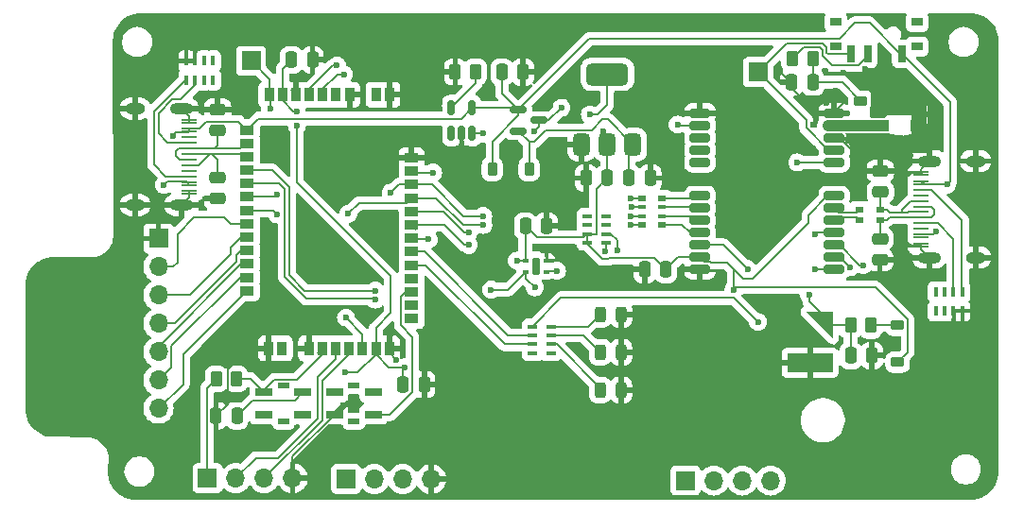
<source format=gbr>
%TF.GenerationSoftware,KiCad,Pcbnew,8.0.0*%
%TF.CreationDate,2024-06-26T14:25:48-05:00*%
%TF.ProjectId,CyberTastic,43796265-7254-4617-9374-69632e6b6963,rev?*%
%TF.SameCoordinates,Original*%
%TF.FileFunction,Copper,L1,Top*%
%TF.FilePolarity,Positive*%
%FSLAX46Y46*%
G04 Gerber Fmt 4.6, Leading zero omitted, Abs format (unit mm)*
G04 Created by KiCad (PCBNEW 8.0.0) date 2024-06-26 14:25:48*
%MOMM*%
%LPD*%
G01*
G04 APERTURE LIST*
G04 Aperture macros list*
%AMRoundRect*
0 Rectangle with rounded corners*
0 $1 Rounding radius*
0 $2 $3 $4 $5 $6 $7 $8 $9 X,Y pos of 4 corners*
0 Add a 4 corners polygon primitive as box body*
4,1,4,$2,$3,$4,$5,$6,$7,$8,$9,$2,$3,0*
0 Add four circle primitives for the rounded corners*
1,1,$1+$1,$2,$3*
1,1,$1+$1,$4,$5*
1,1,$1+$1,$6,$7*
1,1,$1+$1,$8,$9*
0 Add four rect primitives between the rounded corners*
20,1,$1+$1,$2,$3,$4,$5,0*
20,1,$1+$1,$4,$5,$6,$7,0*
20,1,$1+$1,$6,$7,$8,$9,0*
20,1,$1+$1,$8,$9,$2,$3,0*%
%AMFreePoly0*
4,1,12,0.600035,0.600035,0.600050,0.600000,0.600050,-1.800000,0.600035,-1.800035,0.600000,-1.800050,0.599965,-1.800035,-1.800035,0.599965,-1.800050,0.600000,-1.800035,0.600035,-1.800000,0.600050,0.600000,0.600050,0.600035,0.600035,0.600035,0.600035,$1*%
G04 Aperture macros list end*
%TA.AperFunction,SMDPad,CuDef*%
%ADD10R,1.300000X0.900000*%
%TD*%
%TA.AperFunction,SMDPad,CuDef*%
%ADD11R,0.900000X1.300000*%
%TD*%
%TA.AperFunction,SMDPad,CuDef*%
%ADD12RoundRect,0.375000X0.375000X-0.625000X0.375000X0.625000X-0.375000X0.625000X-0.375000X-0.625000X0*%
%TD*%
%TA.AperFunction,SMDPad,CuDef*%
%ADD13RoundRect,0.500000X1.400000X-0.500000X1.400000X0.500000X-1.400000X0.500000X-1.400000X-0.500000X0*%
%TD*%
%TA.AperFunction,SMDPad,CuDef*%
%ADD14R,0.800000X0.500000*%
%TD*%
%TA.AperFunction,SMDPad,CuDef*%
%ADD15R,0.800000X0.400000*%
%TD*%
%TA.AperFunction,SMDPad,CuDef*%
%ADD16R,1.400000X0.250000*%
%TD*%
%TA.AperFunction,ComponentPad*%
%ADD17O,2.100000X1.000000*%
%TD*%
%TA.AperFunction,ComponentPad*%
%ADD18O,1.800000X1.000000*%
%TD*%
%TA.AperFunction,SMDPad,CuDef*%
%ADD19R,0.400000X0.900000*%
%TD*%
%TA.AperFunction,SMDPad,CuDef*%
%ADD20R,1.000000X0.800000*%
%TD*%
%TA.AperFunction,SMDPad,CuDef*%
%ADD21R,0.700000X1.500000*%
%TD*%
%TA.AperFunction,SMDPad,CuDef*%
%ADD22R,1.000000X0.500000*%
%TD*%
%TA.AperFunction,SMDPad,CuDef*%
%ADD23R,1.500000X0.800000*%
%TD*%
%TA.AperFunction,SMDPad,CuDef*%
%ADD24RoundRect,0.250000X0.250000X0.475000X-0.250000X0.475000X-0.250000X-0.475000X0.250000X-0.475000X0*%
%TD*%
%TA.AperFunction,SMDPad,CuDef*%
%ADD25RoundRect,0.250000X0.262500X0.450000X-0.262500X0.450000X-0.262500X-0.450000X0.262500X-0.450000X0*%
%TD*%
%TA.AperFunction,SMDPad,CuDef*%
%ADD26RoundRect,0.243750X0.243750X0.456250X-0.243750X0.456250X-0.243750X-0.456250X0.243750X-0.456250X0*%
%TD*%
%TA.AperFunction,ComponentPad*%
%ADD27R,1.700000X1.700000*%
%TD*%
%TA.AperFunction,ComponentPad*%
%ADD28O,1.700000X1.700000*%
%TD*%
%TA.AperFunction,SMDPad,CuDef*%
%ADD29RoundRect,0.087500X-0.187500X-0.087500X0.187500X-0.087500X0.187500X0.087500X-0.187500X0.087500X0*%
%TD*%
%TA.AperFunction,SMDPad,CuDef*%
%ADD30RoundRect,0.175000X-0.175000X-0.625000X0.175000X-0.625000X0.175000X0.625000X-0.175000X0.625000X0*%
%TD*%
%TA.AperFunction,SMDPad,CuDef*%
%ADD31RoundRect,0.250000X-0.262500X-0.450000X0.262500X-0.450000X0.262500X0.450000X-0.262500X0.450000X0*%
%TD*%
%TA.AperFunction,SMDPad,CuDef*%
%ADD32RoundRect,0.218750X0.381250X-0.218750X0.381250X0.218750X-0.381250X0.218750X-0.381250X-0.218750X0*%
%TD*%
%TA.AperFunction,SMDPad,CuDef*%
%ADD33R,0.900000X0.400000*%
%TD*%
%TA.AperFunction,SMDPad,CuDef*%
%ADD34FreePoly0,0.000000*%
%TD*%
%TA.AperFunction,SMDPad,CuDef*%
%ADD35R,4.100000X1.700000*%
%TD*%
%TA.AperFunction,SMDPad,CuDef*%
%ADD36RoundRect,0.250000X0.475000X-0.250000X0.475000X0.250000X-0.475000X0.250000X-0.475000X-0.250000X0*%
%TD*%
%TA.AperFunction,SMDPad,CuDef*%
%ADD37R,1.000000X1.000000*%
%TD*%
%TA.AperFunction,SMDPad,CuDef*%
%ADD38R,2.200000X1.050000*%
%TD*%
%TA.AperFunction,SMDPad,CuDef*%
%ADD39RoundRect,0.225000X0.225000X0.375000X-0.225000X0.375000X-0.225000X-0.375000X0.225000X-0.375000X0*%
%TD*%
%TA.AperFunction,SMDPad,CuDef*%
%ADD40RoundRect,0.150000X-0.587500X-0.150000X0.587500X-0.150000X0.587500X0.150000X-0.587500X0.150000X0*%
%TD*%
%TA.AperFunction,SMDPad,CuDef*%
%ADD41RoundRect,0.250000X-0.250000X-0.475000X0.250000X-0.475000X0.250000X0.475000X-0.250000X0.475000X0*%
%TD*%
%TA.AperFunction,SMDPad,CuDef*%
%ADD42RoundRect,0.250000X-0.475000X0.250000X-0.475000X-0.250000X0.475000X-0.250000X0.475000X0.250000X0*%
%TD*%
%TA.AperFunction,SMDPad,CuDef*%
%ADD43RoundRect,0.200000X0.700000X0.200000X-0.700000X0.200000X-0.700000X-0.200000X0.700000X-0.200000X0*%
%TD*%
%TA.AperFunction,SMDPad,CuDef*%
%ADD44RoundRect,0.150000X0.150000X-0.512500X0.150000X0.512500X-0.150000X0.512500X-0.150000X-0.512500X0*%
%TD*%
%TA.AperFunction,SMDPad,CuDef*%
%ADD45RoundRect,0.225000X-0.375000X0.225000X-0.375000X-0.225000X0.375000X-0.225000X0.375000X0.225000X0*%
%TD*%
%TA.AperFunction,ViaPad*%
%ADD46C,0.600000*%
%TD*%
%TA.AperFunction,Conductor*%
%ADD47C,0.200000*%
%TD*%
%TA.AperFunction,Conductor*%
%ADD48C,1.000000*%
%TD*%
G04 APERTURE END LIST*
D10*
%TO.P,U1,1,VBus*%
%TO.N,+5V*%
X125315000Y-126995000D03*
%TO.P,U1,2,D-*%
%TO.N,/D-*%
X125315000Y-128195000D03*
%TO.P,U1,3,D+*%
%TO.N,/D+*%
X125315000Y-129395000D03*
%TO.P,U1,4,P0.13*%
%TO.N,SDA*%
X125315000Y-130595000D03*
%TO.P,U1,5,P0.14*%
%TO.N,SCL*%
X125315000Y-131795000D03*
%TO.P,U1,6,P0.15*%
%TO.N,RX*%
X125315000Y-132995000D03*
%TO.P,U1,7,P0.16*%
%TO.N,TX*%
X125315000Y-134195000D03*
%TO.P,U1,8,P0.17*%
%TO.N,P0.17*%
X125315000Y-135395000D03*
%TO.P,U1,9,P0.19*%
%TO.N,P0.19*%
X125315000Y-136595000D03*
%TO.P,U1,10,P0.20*%
%TO.N,P0.20*%
X125315000Y-137795000D03*
%TO.P,U1,11,P0.21*%
%TO.N,P0.21*%
X125315000Y-138995000D03*
%TO.P,U1,12,P0.10*%
%TO.N,P0.10*%
X125315000Y-140195000D03*
%TO.P,U1,13,P0.09*%
%TO.N,P0.09*%
X125315000Y-141395000D03*
D11*
%TO.P,U1,14,VSS*%
%TO.N,VSS*%
X127275000Y-146565000D03*
%TO.P,U1,15,VSS*%
%TO.N,N/C*%
X128475000Y-146565000D03*
%TO.P,U1,16,VSS*%
%TO.N,VSS*%
X130875000Y-146565000D03*
%TO.P,U1,17,Reset*%
%TO.N,Net-(SW2-A)*%
X132075000Y-146565000D03*
%TO.P,U1,18,SWDCLK*%
%TO.N,SWDCLK*%
X133275000Y-146565000D03*
%TO.P,U1,19,SWDIO*%
%TO.N,SWDIO*%
X134475000Y-146565000D03*
%TO.P,U1,20,VBatt_SX*%
%TO.N,Net-(JP10-B)*%
X135675000Y-146565000D03*
%TO.P,U1,21,VBAT_IO_SX*%
%TO.N,VCC*%
X136875000Y-146565000D03*
%TO.P,U1,22,VSS*%
%TO.N,VSS*%
X138075000Y-146565000D03*
D10*
%TO.P,U1,23,P0.24*%
%TO.N,unconnected-(U1-P0.24-Pad23)*%
X140055000Y-143895000D03*
%TO.P,U1,24,P0.25*%
%TO.N,unconnected-(U1-P0.25-Pad24)*%
X140055000Y-142695000D03*
%TO.P,U1,25,P1.01*%
%TO.N,Net-(SW1-A)*%
X140055000Y-141495000D03*
%TO.P,U1,26,P1.02*%
%TO.N,unconnected-(U1-P1.02-Pad26)*%
X140055000Y-140295000D03*
%TO.P,U1,27,P1.03*%
%TO.N,LED1*%
X140055000Y-139095000D03*
%TO.P,U1,28,P1.04*%
%TO.N,LED2*%
X140055000Y-137895000D03*
%TO.P,U1,29,P0.03*%
%TO.N,/SCL{slash}CLK*%
X140055000Y-136695000D03*
%TO.P,U1,30,P0.02*%
%TO.N,SAFEBOOT*%
X140055000Y-135495000D03*
%TO.P,U1,31,P0.28*%
%TO.N,EXTINT*%
X140055000Y-134295000D03*
%TO.P,U1,32,P0.29*%
%TO.N,/RX{slash}MOSI*%
X140055000Y-133095000D03*
%TO.P,U1,33,P0.30*%
%TO.N,/TX{slash}MISO*%
X140055000Y-131895000D03*
%TO.P,U1,34,P0.26*%
%TO.N,/SDA{slash}CS*%
X140055000Y-130695000D03*
%TO.P,U1,35,VSS*%
%TO.N,VSS*%
X140055000Y-129495000D03*
D11*
%TO.P,U1,36,VSS*%
X138115000Y-123825000D03*
%TO.P,U1,37,RF_LoRa*%
%TO.N,unconnected-(U1-RF_LoRa-Pad37)*%
X136915000Y-123825000D03*
%TO.P,U1,38,VSS*%
%TO.N,VSS*%
X134515000Y-123825000D03*
%TO.P,U1,39,P0.31*%
%TO.N,unconnected-(U1-P0.31-Pad39)*%
X133315000Y-123825000D03*
%TO.P,U1,40,P0.05*%
%TO.N,LND_EN*%
X132115000Y-123825000D03*
%TO.P,U1,41,P0.04*%
%TO.N,RESET*%
X130915000Y-123825000D03*
%TO.P,U1,42,VSS*%
%TO.N,VSS*%
X129715000Y-123825000D03*
%TO.P,U1,43,VDD_NRF*%
%TO.N,VCC*%
X128515000Y-123825000D03*
%TO.P,U1,44,VBAT_NRF*%
%TO.N,Net-(J6-Pin_1)*%
X127315000Y-123825000D03*
%TD*%
D12*
%TO.P,U3,1,GND*%
%TO.N,VSS*%
X155300000Y-128300000D03*
%TO.P,U3,2,VO*%
%TO.N,VCC*%
X157600000Y-128300000D03*
D13*
X157600000Y-122000000D03*
D12*
%TO.P,U3,3,VI*%
%TO.N,Net-(D1-K)*%
X159900000Y-128300000D03*
%TD*%
D14*
%TO.P,RN3,1,R1.1*%
%TO.N,Net-(RN3-R1.1)*%
X162500000Y-135500000D03*
D15*
%TO.P,RN3,2,R2.1*%
%TO.N,Net-(RN3-R2.1)*%
X162500000Y-134700000D03*
%TO.P,RN3,3,R3.1*%
%TO.N,Net-(RN3-R3.1)*%
X162500000Y-133900000D03*
D14*
%TO.P,RN3,4,R4.1*%
%TO.N,Net-(RN3-R4.1)*%
X162500000Y-133100000D03*
%TO.P,RN3,5,R4.2*%
%TO.N,/SDA{slash}CS*%
X160700000Y-133100000D03*
D15*
%TO.P,RN3,6,R3.2*%
%TO.N,/SCL{slash}CLK*%
X160700000Y-133900000D03*
%TO.P,RN3,7,R2.2*%
%TO.N,/TX{slash}MISO*%
X160700000Y-134700000D03*
D14*
%TO.P,RN3,8,R1.2*%
%TO.N,/RX{slash}MOSI*%
X160700000Y-135500000D03*
%TD*%
D16*
%TO.P,J3,A1,GND*%
%TO.N,VSS*%
X185712500Y-137425000D03*
%TO.P,J3,A4,VBUS*%
%TO.N,+5V*%
X185712500Y-136625000D03*
%TO.P,J3,A5,CC1*%
%TO.N,Net-(J3-CC1)*%
X185712500Y-135350000D03*
%TO.P,J3,A6,D+*%
%TO.N,GPS_D+*%
X185712500Y-134350000D03*
%TO.P,J3,A7,D-*%
%TO.N,GPS_D-*%
X185712500Y-133850000D03*
%TO.P,J3,A8,SBU1*%
%TO.N,unconnected-(J3-SBU1-PadA8)*%
X185712500Y-135850000D03*
%TO.P,J3,A9,VBUS*%
%TO.N,+5V*%
X185712500Y-131575000D03*
%TO.P,J3,A12,GND*%
%TO.N,VSS*%
X185712500Y-130775000D03*
%TO.P,J3,B1,GND*%
X185712500Y-131025000D03*
%TO.P,J3,B4,VBUS*%
%TO.N,+5V*%
X185712500Y-131825000D03*
%TO.P,J3,B5,CC2*%
%TO.N,Net-(J3-CC2)*%
X185712500Y-132350000D03*
%TO.P,J3,B6,D+*%
%TO.N,GPS_D+*%
X185712500Y-133350000D03*
%TO.P,J3,B7,D-*%
%TO.N,GPS_D-*%
X185712500Y-134850000D03*
%TO.P,J3,B8,SBU2*%
%TO.N,unconnected-(J3-SBU2-PadB8)*%
X185712500Y-132850000D03*
%TO.P,J3,B9,VBUS*%
%TO.N,+5V*%
X185712500Y-136375000D03*
%TO.P,J3,B12,GND*%
%TO.N,VSS*%
X185712500Y-137175000D03*
D17*
%TO.P,J3,S1,SHIELD*%
X186412500Y-138420000D03*
D18*
X190562500Y-138420000D03*
D17*
X186412500Y-129780000D03*
D18*
X190562500Y-129780000D03*
%TD*%
D19*
%TO.P,RN1,1,R1.1*%
%TO.N,unconnected-(RN1-R1.1-Pad1)*%
X122300000Y-120800000D03*
%TO.P,RN1,2,R2.1*%
%TO.N,unconnected-(RN1-R2.1-Pad2)*%
X121500000Y-120800000D03*
%TO.P,RN1,3,R3.1*%
%TO.N,VSS*%
X120700000Y-120800000D03*
%TO.P,RN1,4,R4.1*%
X119900000Y-120800000D03*
%TO.P,RN1,5,R4.2*%
%TO.N,Net-(J1-CC2)*%
X119900000Y-122500000D03*
%TO.P,RN1,6,R3.2*%
%TO.N,Net-(J1-CC1)*%
X120700000Y-122500000D03*
%TO.P,RN1,7,R2.2*%
%TO.N,unconnected-(RN1-R2.2-Pad7)*%
X121500000Y-122500000D03*
%TO.P,RN1,8,R1.2*%
%TO.N,unconnected-(RN1-R1.2-Pad8)*%
X122300000Y-122500000D03*
%TD*%
D20*
%TO.P,SW3,*%
%TO.N,*%
X185350000Y-119510000D03*
X185350000Y-117300000D03*
X178050000Y-119510000D03*
X178050000Y-117300000D03*
D21*
%TO.P,SW3,1,A*%
%TO.N,+5V*%
X183950000Y-120160000D03*
%TO.P,SW3,2,B*%
%TO.N,Net-(SW3-B)*%
X180950000Y-120160000D03*
%TO.P,SW3,3,C*%
%TO.N,Net-(J7-Pin_1)*%
X179450000Y-120160000D03*
%TD*%
D22*
%TO.P,SW2,*%
%TO.N,*%
X128600000Y-149900000D03*
X128600000Y-153100000D03*
D23*
%TO.P,SW2,1,A*%
%TO.N,Net-(SW2-A)*%
X126850000Y-150500000D03*
%TO.P,SW2,2,B*%
%TO.N,Net-(SW2-B)*%
X130350000Y-150500000D03*
%TO.P,SW2,3*%
%TO.N,N/C*%
X126850000Y-152500000D03*
%TO.P,SW2,4*%
X130350000Y-152500000D03*
%TD*%
D24*
%TO.P,C10,1*%
%TO.N,VSS*%
X141200000Y-149800000D03*
%TO.P,C10,2*%
%TO.N,VCC*%
X139300000Y-149800000D03*
%TD*%
D16*
%TO.P,J1,A1,GND*%
%TO.N,VSS*%
X120172500Y-126070000D03*
%TO.P,J1,A4,VBUS*%
%TO.N,+5V*%
X120172500Y-126870000D03*
%TO.P,J1,A5,CC1*%
%TO.N,Net-(J1-CC1)*%
X120172500Y-128145000D03*
%TO.P,J1,A6,D+*%
%TO.N,/D+*%
X120172500Y-129145000D03*
%TO.P,J1,A7,D-*%
%TO.N,/D-*%
X120172500Y-129645000D03*
%TO.P,J1,A8,SBU1*%
%TO.N,unconnected-(J1-SBU1-PadA8)*%
X120172500Y-127645000D03*
%TO.P,J1,A9,VBUS*%
%TO.N,+5V*%
X120172500Y-131920000D03*
%TO.P,J1,A12,GND*%
%TO.N,VSS*%
X120172500Y-132720000D03*
%TO.P,J1,B1,GND*%
X120172500Y-132470000D03*
%TO.P,J1,B4,VBUS*%
%TO.N,+5V*%
X120172500Y-131670000D03*
%TO.P,J1,B5,CC2*%
%TO.N,Net-(J1-CC2)*%
X120172500Y-131145000D03*
%TO.P,J1,B6,D+*%
%TO.N,/D+*%
X120172500Y-130145000D03*
%TO.P,J1,B7,D-*%
%TO.N,/D-*%
X120172500Y-128645000D03*
%TO.P,J1,B8,SBU2*%
%TO.N,unconnected-(J1-SBU2-PadB8)*%
X120172500Y-130645000D03*
%TO.P,J1,B9,VBUS*%
%TO.N,+5V*%
X120172500Y-127120000D03*
%TO.P,J1,B12,GND*%
%TO.N,VSS*%
X120172500Y-126320000D03*
D17*
%TO.P,J1,S1,SHIELD*%
X119472500Y-125075000D03*
D18*
X115322500Y-125075000D03*
D17*
X119472500Y-133715000D03*
D18*
X115322500Y-133715000D03*
%TD*%
D25*
%TO.P,R3,1*%
%TO.N,Net-(C13-Pad1)*%
X176000000Y-120600000D03*
%TO.P,R3,2*%
%TO.N,Net-(SW3-B)*%
X174175000Y-120600000D03*
%TD*%
%TO.P,R2,1*%
%TO.N,Net-(SW2-A)*%
X124400000Y-149300000D03*
%TO.P,R2,2*%
%TO.N,VCC*%
X122575000Y-149300000D03*
%TD*%
D26*
%TO.P,D4,1,K*%
%TO.N,VSS*%
X158837500Y-150300000D03*
%TO.P,D4,2,A*%
%TO.N,Net-(D4-A)*%
X156962500Y-150300000D03*
%TD*%
D19*
%TO.P,RN4,1,R1.1*%
%TO.N,unconnected-(RN4-R1.1-Pad1)*%
X187000000Y-143200000D03*
%TO.P,RN4,2,R2.1*%
%TO.N,unconnected-(RN4-R2.1-Pad2)*%
X187800000Y-143200000D03*
%TO.P,RN4,3,R3.1*%
%TO.N,VSS*%
X188600000Y-143200000D03*
%TO.P,RN4,4,R4.1*%
X189400000Y-143200000D03*
%TO.P,RN4,5,R4.2*%
%TO.N,Net-(J3-CC2)*%
X189400000Y-141500000D03*
%TO.P,RN4,6,R3.2*%
%TO.N,Net-(J3-CC1)*%
X188600000Y-141500000D03*
%TO.P,RN4,7,R2.2*%
%TO.N,unconnected-(RN4-R2.2-Pad7)*%
X187800000Y-141500000D03*
%TO.P,RN4,8,R1.2*%
%TO.N,unconnected-(RN4-R1.2-Pad8)*%
X187000000Y-141500000D03*
%TD*%
D27*
%TO.P,J5,1,Pin_1*%
%TO.N,VSS*%
X117400000Y-136720000D03*
D28*
%TO.P,J5,2,Pin_2*%
%TO.N,P0.17*%
X117400000Y-139260000D03*
%TO.P,J5,3,Pin_3*%
%TO.N,P0.19*%
X117400000Y-141800000D03*
%TO.P,J5,4,Pin_4*%
%TO.N,P0.20*%
X117400000Y-144340000D03*
%TO.P,J5,5,Pin_5*%
%TO.N,P0.21*%
X117400000Y-146880000D03*
%TO.P,J5,6,Pin_6*%
%TO.N,P0.10*%
X117400000Y-149420000D03*
%TO.P,J5,7,Pin_7*%
%TO.N,P0.09*%
X117400000Y-151960000D03*
%TD*%
D24*
%TO.P,C3,1*%
%TO.N,VSS*%
X150045000Y-121800000D03*
%TO.P,C3,2*%
%TO.N,+5V*%
X148145000Y-121800000D03*
%TD*%
D29*
%TO.P,U6,1,VDD*%
%TO.N,VCC*%
X150300000Y-138700000D03*
%TO.P,U6,2,SCL*%
%TO.N,SCL*%
X150300000Y-139700000D03*
%TO.P,U6,3,SDA*%
%TO.N,SDA*%
X152150000Y-139700000D03*
%TO.P,U6,4,VSS*%
%TO.N,VSS*%
X152150000Y-138700000D03*
D30*
%TO.P,U6,5,NC*%
%TO.N,unconnected-(U6-NC-Pad5)*%
X151225000Y-139200000D03*
%TD*%
D24*
%TO.P,C13,1*%
%TO.N,Net-(C13-Pad1)*%
X176000000Y-122700000D03*
%TO.P,C13,2*%
%TO.N,VSS*%
X174100000Y-122700000D03*
%TD*%
D31*
%TO.P,R4,1*%
%TO.N,Net-(BT2-+)*%
X179375000Y-144500000D03*
%TO.P,R4,2*%
%TO.N,Net-(D5-K)*%
X181200000Y-144500000D03*
%TD*%
D32*
%TO.P,L1,1*%
%TO.N,Net-(J2-In)*%
X180300000Y-126500000D03*
%TO.P,L1,2*%
%TO.N,Net-(C13-Pad1)*%
X180300000Y-124375000D03*
%TD*%
D33*
%TO.P,RN6,1,R1.1*%
%TO.N,Timepulse*%
X150900000Y-144600000D03*
%TO.P,RN6,2,R2.1*%
%TO.N,LED2*%
X150900000Y-145400000D03*
%TO.P,RN6,3,R3.1*%
%TO.N,LED1*%
X150900000Y-146200000D03*
%TO.P,RN6,4,R4.1*%
%TO.N,unconnected-(RN6-R4.1-Pad4)*%
X150900000Y-147000000D03*
%TO.P,RN6,5,R4.2*%
%TO.N,unconnected-(RN6-R4.2-Pad5)*%
X152600000Y-147000000D03*
%TO.P,RN6,6,R3.2*%
%TO.N,Net-(D4-A)*%
X152600000Y-146200000D03*
%TO.P,RN6,7,R2.2*%
%TO.N,Net-(D3-A)*%
X152600000Y-145400000D03*
%TO.P,RN6,8,R1.2*%
%TO.N,Net-(D2-A)*%
X152600000Y-144600000D03*
%TD*%
D34*
%TO.P,BT2,1,+*%
%TO.N,Net-(BT2-+)*%
X177200000Y-143900000D03*
D35*
%TO.P,BT2,2,-*%
%TO.N,VSS*%
X175750000Y-147850000D03*
%TD*%
D36*
%TO.P,C7,1*%
%TO.N,GPS_D+*%
X182050000Y-132550000D03*
%TO.P,C7,2*%
%TO.N,VSS*%
X182050000Y-130650000D03*
%TD*%
D27*
%TO.P,J6,1,Pin_1*%
%TO.N,Net-(J6-Pin_1)*%
X125700000Y-120800000D03*
%TD*%
D14*
%TO.P,RN2,1,R1.1*%
%TO.N,Net-(RN2-R1.1)*%
X180200000Y-134100000D03*
%TO.P,RN2,2,R2.1*%
%TO.N,Net-(RN2-R2.1)*%
X180200000Y-135100000D03*
%TO.P,RN2,3,R2.2*%
%TO.N,GPS_D-*%
X182000000Y-135100000D03*
%TO.P,RN2,4,R1.2*%
%TO.N,GPS_D+*%
X182000000Y-134100000D03*
%TD*%
D37*
%TO.P,J2,1,In*%
%TO.N,Net-(J2-In)*%
X182300000Y-126600000D03*
D38*
%TO.P,J2,2,Ext*%
%TO.N,VSS*%
X183800000Y-125125000D03*
D37*
X185300000Y-126600000D03*
D38*
X183800000Y-128075000D03*
%TD*%
D22*
%TO.P,SW1,*%
%TO.N,*%
X134900000Y-153100000D03*
X134900000Y-149900000D03*
D23*
%TO.P,SW1,1,A*%
%TO.N,Net-(SW1-A)*%
X136650000Y-152500000D03*
%TO.P,SW1,2,B*%
%TO.N,VSS*%
X133150000Y-152500000D03*
%TO.P,SW1,3*%
%TO.N,N/C*%
X136650000Y-150500000D03*
%TO.P,SW1,4*%
X133150000Y-150500000D03*
%TD*%
D39*
%TO.P,D1,1,K*%
%TO.N,Net-(D1-K)*%
X150600000Y-130500000D03*
%TO.P,D1,2,A*%
%TO.N,+5V*%
X147300000Y-130500000D03*
%TD*%
D27*
%TO.P,J7,1,Pin_1*%
%TO.N,Net-(J7-Pin_1)*%
X171100000Y-121800000D03*
%TD*%
D36*
%TO.P,C2,1*%
%TO.N,/D-*%
X122700000Y-127050000D03*
%TO.P,C2,2*%
%TO.N,VSS*%
X122700000Y-125150000D03*
%TD*%
D33*
%TO.P,RN5,1,R1.1*%
%TO.N,unconnected-(RN5-R1.1-Pad1)*%
X155800000Y-134700000D03*
%TO.P,RN5,2,R2.1*%
%TO.N,unconnected-(RN5-R2.1-Pad2)*%
X155800000Y-135500000D03*
%TO.P,RN5,3,R3.1*%
%TO.N,VCC*%
X155800000Y-136300000D03*
%TO.P,RN5,4,R4.1*%
X155800000Y-137100000D03*
%TO.P,RN5,5,R4.2*%
%TO.N,SDA*%
X157500000Y-137100000D03*
%TO.P,RN5,6,R3.2*%
%TO.N,SCL*%
X157500000Y-136300000D03*
%TO.P,RN5,7,R2.2*%
%TO.N,unconnected-(RN5-R2.2-Pad7)*%
X157500000Y-135500000D03*
%TO.P,RN5,8,R1.2*%
%TO.N,unconnected-(RN5-R1.2-Pad8)*%
X157500000Y-134700000D03*
%TD*%
D27*
%TO.P,J9,1,Pin_1*%
%TO.N,VCC*%
X134200000Y-158260000D03*
D28*
%TO.P,J9,2,Pin_2*%
%TO.N,TX*%
X136740000Y-158260000D03*
%TO.P,J9,3,Pin_3*%
%TO.N,RX*%
X139280000Y-158260000D03*
%TO.P,J9,4,Pin_4*%
%TO.N,VSS*%
X141820000Y-158260000D03*
%TD*%
D40*
%TO.P,Q1,1,G*%
%TO.N,+5V*%
X149607500Y-125187500D03*
%TO.P,Q1,2,S*%
%TO.N,Net-(D1-K)*%
X149607500Y-127087500D03*
%TO.P,Q1,3,D*%
%TO.N,Batt*%
X151482500Y-126137500D03*
%TD*%
D41*
%TO.P,C4,1*%
%TO.N,Net-(D1-K)*%
X159550000Y-131300000D03*
%TO.P,C4,2*%
%TO.N,VSS*%
X161450000Y-131300000D03*
%TD*%
%TO.P,C14,1*%
%TO.N,Net-(BT2-+)*%
X179400000Y-147200000D03*
%TO.P,C14,2*%
%TO.N,VSS*%
X181300000Y-147200000D03*
%TD*%
D27*
%TO.P,J4,1,Pin_1*%
%TO.N,VCC*%
X121800000Y-158200000D03*
D28*
%TO.P,J4,2,Pin_2*%
%TO.N,SWDCLK*%
X124340000Y-158200000D03*
%TO.P,J4,3,Pin_3*%
%TO.N,SWDIO*%
X126880000Y-158200000D03*
%TO.P,J4,4,Pin_4*%
%TO.N,VSS*%
X129420000Y-158200000D03*
%TD*%
D24*
%TO.P,C5,1*%
%TO.N,VCC*%
X157600000Y-131300000D03*
%TO.P,C5,2*%
%TO.N,VSS*%
X155700000Y-131300000D03*
%TD*%
D26*
%TO.P,D3,1,K*%
%TO.N,VSS*%
X158837500Y-146900000D03*
%TO.P,D3,2,A*%
%TO.N,Net-(D3-A)*%
X156962500Y-146900000D03*
%TD*%
D42*
%TO.P,C1,1*%
%TO.N,/D+*%
X122700000Y-131250000D03*
%TO.P,C1,2*%
%TO.N,VSS*%
X122700000Y-133150000D03*
%TD*%
D43*
%TO.P,U4,1,~{SAFEBOOT}*%
%TO.N,SAFEBOOT*%
X177900000Y-139500000D03*
%TO.P,U4,2,D_SEL*%
%TO.N,Data_Sel*%
X177900000Y-138400000D03*
%TO.P,U4,3,TIMEPULSE*%
%TO.N,Timepulse*%
X177900000Y-137300000D03*
%TO.P,U4,4,EXTINT*%
%TO.N,EXTINT*%
X177900000Y-136200000D03*
%TO.P,U4,5,USB_DM*%
%TO.N,Net-(RN2-R2.1)*%
X177900000Y-135100000D03*
%TO.P,U4,6,USB_DP*%
%TO.N,Net-(RN2-R1.1)*%
X177900000Y-134000000D03*
%TO.P,U4,7,VDD_USB*%
%TO.N,VCC*%
X177900000Y-132900000D03*
%TO.P,U4,8,~{RESET}*%
%TO.N,RESET*%
X177900000Y-129900000D03*
%TO.P,U4,9,VCC_RF*%
%TO.N,Net-(J7-Pin_1)*%
X177900000Y-128800000D03*
%TO.P,U4,10,GND*%
%TO.N,VSS*%
X177900000Y-127700000D03*
%TO.P,U4,11,RF_IN*%
%TO.N,Net-(J2-In)*%
X177900000Y-126600000D03*
%TO.P,U4,12,GND*%
%TO.N,VSS*%
X177900000Y-125500000D03*
%TO.P,U4,13,GND*%
X165900000Y-125500000D03*
%TO.P,U4,14,LNA_EN*%
%TO.N,LND_EN*%
X165900000Y-126600000D03*
%TO.P,U4,15,RESERVED*%
%TO.N,unconnected-(U4-RESERVED-Pad15)*%
X165900000Y-127700000D03*
%TO.P,U4,16,RESERVED*%
%TO.N,unconnected-(U4-RESERVED-Pad16)*%
X165900000Y-128800000D03*
%TO.P,U4,17,RESERVED*%
%TO.N,unconnected-(U4-RESERVED-Pad17)*%
X165900000Y-129900000D03*
%TO.P,U4,18,SDA/~{SPI_CS}*%
%TO.N,Net-(RN3-R4.1)*%
X165900000Y-132900000D03*
%TO.P,U4,19,SCL/SPI_CLK*%
%TO.N,Net-(RN3-R3.1)*%
X165900000Y-134000000D03*
%TO.P,U4,20,TXD/SPI_MISO*%
%TO.N,Net-(RN3-R2.1)*%
X165900000Y-135100000D03*
%TO.P,U4,21,RXD/SPI_MOSI*%
%TO.N,Net-(RN3-R1.1)*%
X165900000Y-136200000D03*
%TO.P,U4,22,V_BCKP*%
%TO.N,Net-(BT2-+)*%
X165900000Y-137300000D03*
%TO.P,U4,23,VCC*%
%TO.N,VCC*%
X165900000Y-138400000D03*
%TO.P,U4,24,GND*%
%TO.N,VSS*%
X165900000Y-139500000D03*
%TD*%
D26*
%TO.P,D2,1,K*%
%TO.N,VSS*%
X158837500Y-143500000D03*
%TO.P,D2,2,A*%
%TO.N,Net-(D2-A)*%
X156962500Y-143500000D03*
%TD*%
D27*
%TO.P,J8,1,Pin_1*%
%TO.N,SDA*%
X164600000Y-158400000D03*
D28*
%TO.P,J8,2,Pin_2*%
%TO.N,SCL*%
X167140000Y-158400000D03*
%TO.P,J8,3,Pin_3*%
%TO.N,Net-(J8-Pin_3)*%
X169680000Y-158400000D03*
%TO.P,J8,4,Pin_4*%
%TO.N,Net-(J8-Pin_4)*%
X172220000Y-158400000D03*
%TD*%
D24*
%TO.P,C11,1*%
%TO.N,VSS*%
X152150000Y-135600000D03*
%TO.P,C11,2*%
%TO.N,VCC*%
X150250000Y-135600000D03*
%TD*%
D41*
%TO.P,C6,1*%
%TO.N,VCC*%
X129300000Y-120700000D03*
%TO.P,C6,2*%
%TO.N,VSS*%
X131200000Y-120700000D03*
%TD*%
D42*
%TO.P,C8,1*%
%TO.N,GPS_D-*%
X182000000Y-136750000D03*
%TO.P,C8,2*%
%TO.N,VSS*%
X182000000Y-138650000D03*
%TD*%
D44*
%TO.P,U2,1,~{CHRG}*%
%TO.N,Charge_Status*%
X143607500Y-127287500D03*
%TO.P,U2,2,GND*%
%TO.N,VSS*%
X144557500Y-127287500D03*
%TO.P,U2,3,BAT*%
%TO.N,Batt*%
X145507500Y-127287500D03*
%TO.P,U2,4,V_{CC}*%
%TO.N,+5V*%
X145507500Y-125012500D03*
%TO.P,U2,5,PROG*%
%TO.N,Net-(U2-PROG)*%
X143607500Y-125012500D03*
%TD*%
D31*
%TO.P,R1,1*%
%TO.N,VSS*%
X143982500Y-121800000D03*
%TO.P,R1,2*%
%TO.N,Net-(U2-PROG)*%
X145807500Y-121800000D03*
%TD*%
D24*
%TO.P,C9,1*%
%TO.N,VCC*%
X162850000Y-139500000D03*
%TO.P,C9,2*%
%TO.N,VSS*%
X160950000Y-139500000D03*
%TD*%
D41*
%TO.P,C12,1*%
%TO.N,VSS*%
X122550000Y-152600000D03*
%TO.P,C12,2*%
%TO.N,Net-(SW2-B)*%
X124450000Y-152600000D03*
%TD*%
D45*
%TO.P,D5,1,K*%
%TO.N,Net-(D5-K)*%
X183600000Y-144495000D03*
%TO.P,D5,2,A*%
%TO.N,VCC*%
X183600000Y-147795000D03*
%TD*%
D46*
%TO.N,VSS*%
X173100000Y-121800000D03*
X142200000Y-143600000D03*
X177200000Y-124600000D03*
X127700000Y-128800000D03*
X185700000Y-128400000D03*
X179100000Y-125500000D03*
X149000000Y-142600000D03*
X181700000Y-125200000D03*
X185500000Y-124500000D03*
X182100000Y-124400000D03*
X158000000Y-140700000D03*
X154600000Y-140200000D03*
X180100000Y-130500000D03*
X183100000Y-123800000D03*
X178900000Y-124400000D03*
X176000000Y-128600000D03*
X148400000Y-150800000D03*
X127800000Y-142600000D03*
X182000000Y-129500000D03*
X136200000Y-139700000D03*
X180300000Y-129500000D03*
X161400000Y-143700000D03*
X138200000Y-145300000D03*
X137400000Y-136500000D03*
X179900000Y-128600000D03*
X175200000Y-124300000D03*
X166000000Y-150700000D03*
X144900000Y-138900000D03*
X170900000Y-148000000D03*
X186400000Y-127200000D03*
X155500000Y-155500000D03*
X130600000Y-144700000D03*
X138719710Y-147596311D03*
X171700000Y-154200000D03*
X167500000Y-145300000D03*
X179200000Y-131100000D03*
X181700000Y-122400000D03*
X179900000Y-122500000D03*
X176000000Y-126500000D03*
X180713742Y-121515498D03*
X123700000Y-145000000D03*
X177100000Y-121700000D03*
X181300000Y-128100000D03*
X137300000Y-129600000D03*
X163800000Y-141000000D03*
X178700000Y-121860000D03*
X166100000Y-147200000D03*
X183500000Y-129500000D03*
X180300000Y-127900000D03*
X184500000Y-123900000D03*
X178100000Y-123500000D03*
X126900000Y-148400000D03*
X174200000Y-126800000D03*
X181200000Y-123100000D03*
X174900000Y-127700000D03*
X176300000Y-125500000D03*
X186200000Y-125600000D03*
X170800000Y-150700000D03*
%TO.N,Batt*%
X151027439Y-127145938D03*
X153500000Y-125000000D03*
X146500000Y-127300000D03*
%TO.N,+5V*%
X187000000Y-136100000D03*
X118700000Y-127500000D03*
X188015000Y-131885000D03*
X117900000Y-131900000D03*
%TO.N,VCC*%
X129800000Y-125300000D03*
X168900000Y-141299998D03*
X156033434Y-125614194D03*
X139453639Y-148246311D03*
X134150000Y-148700000D03*
X149500000Y-138700000D03*
X157214115Y-127122855D03*
X129800000Y-126600000D03*
%TO.N,Net-(J6-Pin_1)*%
X127400002Y-125100000D03*
%TO.N,SCL*%
X136800000Y-142200000D03*
X147200000Y-141300000D03*
X151100000Y-141100000D03*
X158500000Y-137800000D03*
%TO.N,SDA*%
X153100000Y-139600000D03*
X136800000Y-141400000D03*
X157400000Y-137900000D03*
%TO.N,TX*%
X128050000Y-134560689D03*
%TO.N,RX*%
X128050000Y-132759620D03*
%TO.N,Data_Sel*%
X179300000Y-139300000D03*
%TO.N,/TX{slash}MISO*%
X138200000Y-132600000D03*
X159700000Y-134700000D03*
X146500000Y-134700000D03*
%TO.N,/RX{slash}MOSI*%
X134400000Y-134500000D03*
X159700000Y-135500000D03*
X146500000Y-135500000D03*
%TO.N,/SCL{slash}CLK*%
X159800000Y-133900000D03*
X141600000Y-136800000D03*
%TO.N,/SDA{slash}CS*%
X159700000Y-133100000D03*
X142000000Y-130800000D03*
%TO.N,Timepulse*%
X180500000Y-139100000D03*
X171100000Y-144200000D03*
%TO.N,LND_EN*%
X134000000Y-122000000D03*
X163900000Y-126500000D03*
%TO.N,SAFEBOOT*%
X176200000Y-139500000D03*
X145200000Y-137300000D03*
%TO.N,EXTINT*%
X176200000Y-136300000D03*
X145200000Y-136200000D03*
%TO.N,RESET*%
X174600000Y-129900000D03*
X133400000Y-121200000D03*
%TO.N,Net-(JP10-B)*%
X134200000Y-143800000D03*
%TO.N,Net-(BT2-+)*%
X170150000Y-139450000D03*
X175670653Y-141750000D03*
%TD*%
D47*
%TO.N,Net-(JP10-B)*%
X135675000Y-145275000D02*
X134200000Y-143800000D01*
X135675000Y-146565000D02*
X135675000Y-145275000D01*
%TO.N,SWDIO*%
X134475000Y-147065000D02*
X132100000Y-149440000D01*
X132100000Y-152980000D02*
X126880000Y-158200000D01*
X134475000Y-146565000D02*
X134475000Y-147065000D01*
X132100000Y-149440000D02*
X132100000Y-152980000D01*
%TO.N,VCC*%
X129490000Y-125300000D02*
X129800000Y-125300000D01*
X128515000Y-124325000D02*
X129490000Y-125300000D01*
X128515000Y-123825000D02*
X128515000Y-124325000D01*
X128515000Y-123825000D02*
X128515000Y-121485000D01*
X128515000Y-121485000D02*
X129300000Y-120700000D01*
%TO.N,Net-(J6-Pin_1)*%
X127315000Y-123825000D02*
X127315000Y-122415000D01*
X127315000Y-122415000D02*
X125700000Y-120800000D01*
X127400002Y-123910002D02*
X127315000Y-123825000D01*
X127400002Y-125100000D02*
X127400002Y-123910002D01*
%TO.N,RESET*%
X133040000Y-121200000D02*
X130915000Y-123325000D01*
X130915000Y-123325000D02*
X130915000Y-123825000D01*
X133400000Y-121200000D02*
X133040000Y-121200000D01*
%TO.N,LND_EN*%
X132115000Y-123325000D02*
X132115000Y-123825000D01*
X133440000Y-122000000D02*
X132115000Y-123325000D01*
X134000000Y-122000000D02*
X133440000Y-122000000D01*
%TO.N,/RX{slash}MOSI*%
X135355000Y-133545000D02*
X139605000Y-133545000D01*
X134400000Y-134500000D02*
X135355000Y-133545000D01*
X139605000Y-133545000D02*
X140055000Y-133095000D01*
%TO.N,LED1*%
X141295000Y-139095000D02*
X140055000Y-139095000D01*
X148400000Y-146200000D02*
X141295000Y-139095000D01*
X150900000Y-146200000D02*
X148400000Y-146200000D01*
%TO.N,LED2*%
X141195000Y-137895000D02*
X140055000Y-137895000D01*
X148700000Y-145400000D02*
X141195000Y-137895000D01*
X150900000Y-145400000D02*
X148700000Y-145400000D01*
%TO.N,/SCL{slash}CLK*%
X140160000Y-136800000D02*
X140055000Y-136695000D01*
X141600000Y-136800000D02*
X140160000Y-136800000D01*
%TO.N,SAFEBOOT*%
X143020000Y-135520000D02*
X144800000Y-137300000D01*
X144800000Y-137300000D02*
X145200000Y-137300000D01*
X140080000Y-135520000D02*
X143020000Y-135520000D01*
X140055000Y-135495000D02*
X140080000Y-135520000D01*
%TO.N,EXTINT*%
X140055000Y-134295000D02*
X142895000Y-134295000D01*
%TO.N,/RX{slash}MOSI*%
X144665686Y-135500000D02*
X146500000Y-135500000D01*
%TO.N,EXTINT*%
X142895000Y-134295000D02*
X144800000Y-136200000D01*
X144800000Y-136200000D02*
X145200000Y-136200000D01*
%TO.N,/RX{slash}MOSI*%
X142260686Y-133095000D02*
X144665686Y-135500000D01*
X140055000Y-133095000D02*
X142260686Y-133095000D01*
%TO.N,/TX{slash}MISO*%
X138905000Y-131895000D02*
X140055000Y-131895000D01*
X138200000Y-132600000D02*
X138905000Y-131895000D01*
X144700000Y-134700000D02*
X146500000Y-134700000D01*
X141895000Y-131895000D02*
X144700000Y-134700000D01*
X140055000Y-131895000D02*
X141895000Y-131895000D01*
%TO.N,/SDA{slash}CS*%
X140160000Y-130800000D02*
X140055000Y-130695000D01*
X142000000Y-130800000D02*
X140160000Y-130800000D01*
%TO.N,Net-(SW1-A)*%
X139555000Y-141495000D02*
X140055000Y-141495000D01*
X139105000Y-144505000D02*
X139105000Y-141945000D01*
X140155000Y-145555000D02*
X139105000Y-144505000D01*
X138109744Y-152500000D02*
X140155000Y-150454744D01*
X136450000Y-152500000D02*
X138109744Y-152500000D01*
X140155000Y-150454744D02*
X140155000Y-145555000D01*
X139105000Y-141945000D02*
X139555000Y-141495000D01*
%TO.N,VSS*%
X138075000Y-146951601D02*
X138719710Y-147596311D01*
X138075000Y-146565000D02*
X138075000Y-146951601D01*
%TO.N,VCC*%
X135240000Y-148700000D02*
X134150000Y-148700000D01*
X136875000Y-147065000D02*
X135240000Y-148700000D01*
X136875000Y-146565000D02*
X136875000Y-147065000D01*
X138056311Y-148246311D02*
X139453639Y-148246311D01*
X136875000Y-147065000D02*
X138056311Y-148246311D01*
X139300000Y-148399950D02*
X139453639Y-148246311D01*
X139300000Y-149800000D02*
X139300000Y-148399950D01*
X136875000Y-144725000D02*
X138200000Y-143400000D01*
X136875000Y-146565000D02*
X136875000Y-144725000D01*
X138200000Y-140080761D02*
X138200000Y-143400000D01*
%TO.N,SWDCLK*%
X133275000Y-147525000D02*
X131700000Y-149100000D01*
X133275000Y-146565000D02*
X133275000Y-147525000D01*
X131700000Y-149100000D02*
X131700000Y-152814314D01*
%TO.N,Net-(SW2-A)*%
X126850000Y-150300000D02*
X126850000Y-150500000D01*
X129790000Y-149350000D02*
X127800000Y-149350000D01*
X127800000Y-149350000D02*
X126850000Y-150300000D01*
X132075000Y-147065000D02*
X129790000Y-149350000D01*
X132075000Y-146565000D02*
X132075000Y-147065000D01*
%TO.N,VSS*%
X177900000Y-125400000D02*
X178900000Y-124400000D01*
X120172500Y-132720000D02*
X120172500Y-133015000D01*
X174100000Y-122700000D02*
X174000000Y-122700000D01*
X174000000Y-122700000D02*
X173100000Y-121800000D01*
X185712500Y-137720000D02*
X186412500Y-138420000D01*
X125435000Y-146565000D02*
X127275000Y-146565000D01*
X120172500Y-133015000D02*
X119472500Y-133715000D01*
%TO.N,VCC*%
X136875000Y-147075000D02*
X136875000Y-146565000D01*
%TO.N,VSS*%
X120172500Y-125775000D02*
X119472500Y-125075000D01*
X185712500Y-137175000D02*
X185712500Y-137425000D01*
X177900000Y-125500000D02*
X177900000Y-125400000D01*
X177900000Y-127700000D02*
X178412648Y-127700000D01*
X179312648Y-128600000D02*
X179900000Y-128600000D01*
X122550000Y-152600000D02*
X123587500Y-151562500D01*
X185712500Y-131025000D02*
X185712500Y-130480000D01*
X123587500Y-148412500D02*
X125435000Y-146565000D01*
X174100000Y-123200000D02*
X174100000Y-122700000D01*
X178412648Y-127700000D02*
X179312648Y-128600000D01*
X120172500Y-126070000D02*
X120172500Y-125775000D01*
X123587500Y-151562500D02*
X123587500Y-148412500D01*
X175200000Y-124300000D02*
X174100000Y-123200000D01*
X129420000Y-158200000D02*
X129420000Y-156230000D01*
X120172500Y-132470000D02*
X120172500Y-132720000D01*
X185712500Y-137175000D02*
X185712500Y-137720000D01*
X129420000Y-156230000D02*
X133150000Y-152500000D01*
X120172500Y-126320000D02*
X120172500Y-126070000D01*
X185712500Y-130480000D02*
X186412500Y-129780000D01*
%TO.N,Batt*%
X151482500Y-126137500D02*
X151482500Y-126690877D01*
X151482500Y-126690877D02*
X151027439Y-127145938D01*
X153500000Y-125000000D02*
X152362500Y-126137500D01*
X152362500Y-126137500D02*
X151482500Y-126137500D01*
X145520000Y-127300000D02*
X145507500Y-127287500D01*
X146500000Y-127300000D02*
X145520000Y-127300000D01*
%TO.N,/D+*%
X120172500Y-130145000D02*
X120975000Y-130145000D01*
X120975000Y-130145000D02*
X122000000Y-129120000D01*
X122700000Y-129620000D02*
X122200000Y-129120000D01*
X122700000Y-131250000D02*
X122700000Y-129620000D01*
X122200000Y-129120000D02*
X122000000Y-129120000D01*
X125040000Y-129120000D02*
X122200000Y-129120000D01*
X121247501Y-129120000D02*
X121222501Y-129145000D01*
X125315000Y-129395000D02*
X125040000Y-129120000D01*
X121222501Y-129145000D02*
X120172500Y-129145000D01*
X122000000Y-129120000D02*
X121247501Y-129120000D01*
%TO.N,/D-*%
X119247500Y-128645000D02*
X120172500Y-128645000D01*
X124755000Y-128645000D02*
X124293264Y-128645000D01*
X122700000Y-128370000D02*
X122400000Y-128670000D01*
X119000000Y-128892500D02*
X119247500Y-128645000D01*
X125315000Y-128195000D02*
X125205000Y-128195000D01*
X125205000Y-128195000D02*
X124755000Y-128645000D01*
X120172500Y-129645000D02*
X119345000Y-129645000D01*
X120172500Y-128645000D02*
X121222501Y-128645000D01*
X121247501Y-128670000D02*
X122400000Y-128670000D01*
X122700000Y-127050000D02*
X122700000Y-128370000D01*
X119345000Y-129645000D02*
X119000000Y-129300000D01*
X124293264Y-128645000D02*
X124268264Y-128670000D01*
X119000000Y-129300000D02*
X119000000Y-128892500D01*
X121222501Y-128645000D02*
X121247501Y-128670000D01*
X122400000Y-128670000D02*
X124268264Y-128670000D01*
%TO.N,+5V*%
X149432500Y-125012500D02*
X149607500Y-125187500D01*
X186785000Y-136315000D02*
X187000000Y-136100000D01*
X147300000Y-128016948D02*
X149607500Y-125709448D01*
X148145000Y-123725000D02*
X149607500Y-125187500D01*
X186022500Y-131885000D02*
X188015000Y-131885000D01*
X179784314Y-117400000D02*
X181068629Y-117400000D01*
X147300000Y-130500000D02*
X147300000Y-128016948D01*
X188015000Y-131885000D02*
X188300000Y-131600000D01*
X145507500Y-125012500D02*
X149432500Y-125012500D01*
X118700000Y-127500000D02*
X118980000Y-127220000D01*
X188300000Y-124510000D02*
X183950000Y-120160000D01*
X120172500Y-126870000D02*
X121047500Y-126870000D01*
X149607500Y-125709448D02*
X149607500Y-125187500D01*
X125315000Y-126995000D02*
X126335000Y-125975000D01*
X148145000Y-121800000D02*
X148145000Y-123725000D01*
X188300000Y-131600000D02*
X188300000Y-124510000D01*
X183828629Y-120160000D02*
X183950000Y-120160000D01*
X181068629Y-117400000D02*
X183828629Y-120160000D01*
X121667500Y-126250000D02*
X124570000Y-126250000D01*
X155995000Y-118800000D02*
X178384314Y-118800000D01*
X144545000Y-125975000D02*
X145507500Y-125012500D01*
X185712500Y-136375000D02*
X185772500Y-136315000D01*
X126335000Y-125975000D02*
X144545000Y-125975000D01*
X118190000Y-131610000D02*
X117900000Y-131900000D01*
X120072500Y-127220000D02*
X120172500Y-127120000D01*
X118980000Y-127220000D02*
X120072500Y-127220000D01*
X185772500Y-136315000D02*
X186785000Y-136315000D01*
X185712500Y-131575000D02*
X186022500Y-131885000D01*
X120172500Y-127120000D02*
X120172500Y-126870000D01*
X149607500Y-125187500D02*
X155995000Y-118800000D01*
X119862500Y-131610000D02*
X118190000Y-131610000D01*
X124570000Y-126250000D02*
X125315000Y-126995000D01*
X178384314Y-118800000D02*
X179784314Y-117400000D01*
X121047500Y-126870000D02*
X121667500Y-126250000D01*
X120172500Y-131920000D02*
X119862500Y-131610000D01*
%TO.N,Net-(D1-K)*%
X151012616Y-128080000D02*
X150600000Y-128080000D01*
X159550000Y-128650000D02*
X159900000Y-128300000D01*
X159900000Y-128300000D02*
X157650000Y-126050000D01*
X159550000Y-131300000D02*
X159550000Y-128650000D01*
X156219239Y-127000000D02*
X152092616Y-127000000D01*
X150600000Y-130500000D02*
X150600000Y-128080000D01*
X152092616Y-127000000D02*
X151012616Y-128080000D01*
X150600000Y-130500000D02*
X150850000Y-130250000D01*
X157650000Y-126050000D02*
X157169239Y-126050000D01*
X150600000Y-128080000D02*
X149607500Y-127087500D01*
X157169239Y-126050000D02*
X156219239Y-127000000D01*
%TO.N,VCC*%
X121750000Y-158150000D02*
X121750000Y-150125000D01*
X175600000Y-134619239D02*
X177319239Y-132900000D01*
X183600000Y-147795000D02*
X184500000Y-146895000D01*
X157600000Y-127508740D02*
X157214115Y-127122855D01*
X169099998Y-141100000D02*
X168900000Y-141299998D01*
X168900000Y-139443676D02*
X168900000Y-141299998D01*
X155475000Y-136625000D02*
X155800000Y-136300000D01*
X175600000Y-135319239D02*
X175600000Y-134619239D01*
X184500000Y-146895000D02*
X184500000Y-144000000D01*
%TO.N,VSS*%
X129300000Y-123410000D02*
X129715000Y-123825000D01*
%TO.N,VCC*%
X162850000Y-139500000D02*
X163950000Y-138400000D01*
X168300000Y-138843676D02*
X168900000Y-139443676D01*
X157744239Y-138475000D02*
X161825000Y-138475000D01*
X121800000Y-158200000D02*
X121750000Y-158150000D01*
X157669239Y-138550000D02*
X157744239Y-138475000D01*
X157600000Y-122000000D02*
X157600000Y-124700000D01*
X129715000Y-125215000D02*
X129800000Y-125300000D01*
X156600000Y-136300000D02*
X156600000Y-132300000D01*
X166300000Y-138800000D02*
X166812648Y-138800000D01*
X157600000Y-128300000D02*
X157600000Y-127508740D01*
X150250000Y-138650000D02*
X150300000Y-138700000D01*
X151275000Y-136625000D02*
X155475000Y-136625000D01*
X165900000Y-138400000D02*
X166300000Y-138800000D01*
X181600000Y-141100000D02*
X169099998Y-141100000D01*
X168900000Y-140900000D02*
X168900000Y-141299998D01*
X170619239Y-140300000D02*
X175600000Y-135319239D01*
%TO.N,Net-(JP10-B)*%
X135675000Y-147065000D02*
X135675000Y-146565000D01*
%TO.N,VCC*%
X156685806Y-125614194D02*
X156033434Y-125614194D01*
X177319239Y-132900000D02*
X177900000Y-132900000D01*
X156600000Y-132300000D02*
X157600000Y-131300000D01*
X155800000Y-136300000D02*
X156600000Y-136300000D01*
X166856324Y-138843676D02*
X168300000Y-138843676D01*
X169756324Y-140300000D02*
X170619239Y-140300000D01*
X168300000Y-138843676D02*
X169756324Y-140300000D01*
X121750000Y-150125000D02*
X122575000Y-149300000D01*
X149500000Y-138700000D02*
X150300000Y-138700000D01*
X155800000Y-137100000D02*
X155800000Y-136300000D01*
X150250000Y-135600000D02*
X151275000Y-136625000D01*
X163950000Y-138400000D02*
X165900000Y-138400000D01*
X161825000Y-138475000D02*
X162850000Y-139500000D01*
X155800000Y-137219239D02*
X157130761Y-138550000D01*
X150250000Y-135600000D02*
X150250000Y-138650000D01*
X157130761Y-138550000D02*
X157669239Y-138550000D01*
X129800000Y-126600000D02*
X129800000Y-131680761D01*
X129800000Y-131680761D02*
X138200000Y-140080761D01*
X166812648Y-138800000D02*
X166856324Y-138843676D01*
X184500000Y-144000000D02*
X181600000Y-141100000D01*
X155800000Y-137100000D02*
X155800000Y-137219239D01*
X157600000Y-131300000D02*
X157600000Y-128300000D01*
X157600000Y-124700000D02*
X156685806Y-125614194D01*
%TO.N,GPS_D+*%
X182050000Y-132550000D02*
X182050000Y-134050000D01*
X185712500Y-134350000D02*
X184512498Y-134350000D01*
X184512498Y-134350000D02*
X184487498Y-134375000D01*
X182600001Y-134100000D02*
X182875001Y-134375000D01*
X182050000Y-134050000D02*
X182000000Y-134100000D01*
X185712500Y-133350000D02*
X184787500Y-133350000D01*
X182875001Y-134375000D02*
X184000000Y-134375000D01*
X184787500Y-133350000D02*
X184000000Y-134137500D01*
X184000000Y-134137500D02*
X184000000Y-134375000D01*
X182000000Y-134100000D02*
X182600001Y-134100000D01*
X184000000Y-134375000D02*
X184487498Y-134375000D01*
%TO.N,GPS_D-*%
X182000000Y-136750000D02*
X182000000Y-135100000D01*
X186637500Y-134850000D02*
X185712500Y-134850000D01*
X186900000Y-134587500D02*
X186637500Y-134850000D01*
X182875001Y-134825000D02*
X184487498Y-134825000D01*
X185712500Y-133850000D02*
X186637500Y-133850000D01*
X182000000Y-135100000D02*
X182600001Y-135100000D01*
X182600001Y-135100000D02*
X182875001Y-134825000D01*
X184512498Y-134850000D02*
X184487498Y-134825000D01*
X185712500Y-134850000D02*
X184512498Y-134850000D01*
X186637500Y-133850000D02*
X186900000Y-134112500D01*
X186900000Y-134112500D02*
X186900000Y-134587500D01*
%TO.N,Net-(D2-A)*%
X152600000Y-144600000D02*
X155862500Y-144600000D01*
X155862500Y-144600000D02*
X156962500Y-143500000D01*
%TO.N,Net-(D3-A)*%
X155462500Y-145400000D02*
X156962500Y-146900000D01*
X152600000Y-145400000D02*
X155462500Y-145400000D01*
%TO.N,Net-(D4-A)*%
X156962500Y-150112500D02*
X156962500Y-150300000D01*
X152600000Y-146200000D02*
X153050000Y-146200000D01*
X153050000Y-146200000D02*
X156962500Y-150112500D01*
%TO.N,Net-(J1-CC2)*%
X119800444Y-122500000D02*
X117000000Y-125300444D01*
X117000000Y-130080761D02*
X118064239Y-131145000D01*
X119900000Y-122500000D02*
X119800444Y-122500000D01*
X118064239Y-131145000D02*
X120172500Y-131145000D01*
X117000000Y-125300444D02*
X117000000Y-130080761D01*
%TO.N,Net-(J1-CC1)*%
X120700000Y-122950000D02*
X119375000Y-124275000D01*
X118591129Y-124275000D02*
X117400000Y-125466129D01*
X118245000Y-128145000D02*
X120172500Y-128145000D01*
X119375000Y-124275000D02*
X118591129Y-124275000D01*
X117400000Y-127300000D02*
X118245000Y-128145000D01*
X117400000Y-125466129D02*
X117400000Y-127300000D01*
X120700000Y-122500000D02*
X120700000Y-122950000D01*
%TO.N,Net-(J2-In)*%
X179425000Y-126600000D02*
X177900000Y-126600000D01*
D48*
X182100000Y-126600000D02*
X177400000Y-126600000D01*
D47*
%TO.N,Net-(J3-CC1)*%
X187169239Y-135350000D02*
X185712500Y-135350000D01*
X188600000Y-141500000D02*
X188600000Y-136780761D01*
X188600000Y-136780761D02*
X187169239Y-135350000D01*
%TO.N,Net-(J3-CC2)*%
X189400000Y-141500000D02*
X189362500Y-141462500D01*
X189362500Y-141462500D02*
X189362500Y-135075000D01*
X189362500Y-135075000D02*
X186637500Y-132350000D01*
X186637500Y-132350000D02*
X185712500Y-132350000D01*
%TO.N,SWDCLK*%
X128114314Y-156400000D02*
X126140000Y-156400000D01*
%TO.N,Net-(SW2-A)*%
X132075000Y-146565000D02*
X131700000Y-146940000D01*
%TO.N,SWDCLK*%
X131700000Y-152814314D02*
X128114314Y-156400000D01*
X126140000Y-156400000D02*
X124340000Y-158200000D01*
%TO.N,P0.20*%
X124365000Y-138245000D02*
X124815000Y-137795000D01*
X124815000Y-137795000D02*
X125315000Y-137795000D01*
X118860000Y-144340000D02*
X124365000Y-138835000D01*
X117400000Y-144340000D02*
X118860000Y-144340000D01*
X124365000Y-138835000D02*
X124365000Y-138245000D01*
%TO.N,P0.21*%
X117400000Y-146880000D02*
X117400000Y-146410000D01*
X124815000Y-138995000D02*
X125315000Y-138995000D01*
X117400000Y-146410000D02*
X124815000Y-138995000D01*
%TO.N,P0.09*%
X119600000Y-149760000D02*
X119600000Y-147110000D01*
X119600000Y-147110000D02*
X125315000Y-141395000D01*
X117400000Y-151960000D02*
X119600000Y-149760000D01*
%TO.N,P0.19*%
X123900000Y-137510000D02*
X123900000Y-138100000D01*
X123900000Y-138100000D02*
X120200000Y-141800000D01*
X124815000Y-136595000D02*
X123900000Y-137510000D01*
X125315000Y-136595000D02*
X124815000Y-136595000D01*
X120200000Y-141800000D02*
X117400000Y-141800000D01*
%TO.N,P0.17*%
X117400000Y-139260000D02*
X118700000Y-139260000D01*
X120600000Y-134800000D02*
X119100000Y-136300000D01*
X123300000Y-134800000D02*
X120600000Y-134800000D01*
X119100000Y-136300000D02*
X119100000Y-138860000D01*
X119100000Y-138860000D02*
X118700000Y-139260000D01*
X125315000Y-135395000D02*
X123895000Y-135395000D01*
X123895000Y-135395000D02*
X123300000Y-134800000D01*
%TO.N,P0.10*%
X118550000Y-146350000D02*
X124705000Y-140195000D01*
X124705000Y-140195000D02*
X125315000Y-140195000D01*
X117400000Y-149420000D02*
X118550000Y-148270000D01*
X118550000Y-148270000D02*
X118550000Y-146350000D01*
%TO.N,Net-(J6-Pin_1)*%
X125700000Y-120800000D02*
X125990000Y-120800000D01*
%TO.N,Net-(J7-Pin_1)*%
X171100000Y-121800000D02*
X175400000Y-126100000D01*
X176865685Y-119200000D02*
X173700000Y-119200000D01*
X175400000Y-126812648D02*
X177387352Y-128800000D01*
X177387352Y-128800000D02*
X177900000Y-128800000D01*
X177375686Y-120210000D02*
X177250000Y-120084314D01*
X177250000Y-120084314D02*
X177250000Y-119584315D01*
X179400000Y-120210000D02*
X177375686Y-120210000D01*
X179450000Y-120160000D02*
X179400000Y-120210000D01*
X175400000Y-126100000D02*
X175400000Y-126812648D01*
X177250000Y-119584315D02*
X176865685Y-119200000D01*
X173700000Y-119200000D02*
X171100000Y-121800000D01*
%TO.N,SCL*%
X128700000Y-132300000D02*
X128700000Y-140165686D01*
X130634314Y-142100000D02*
X136700000Y-142100000D01*
X147200000Y-141300000D02*
X148700000Y-141300000D01*
X136700000Y-142100000D02*
X136800000Y-142200000D01*
X128195000Y-131795000D02*
X128700000Y-132300000D01*
X151100000Y-141100000D02*
X150300000Y-140300000D01*
X158500000Y-136850000D02*
X158500000Y-137800000D01*
X157950000Y-136300000D02*
X158500000Y-136850000D01*
X128700000Y-140165686D02*
X130634314Y-142100000D01*
X125315000Y-131795000D02*
X128195000Y-131795000D01*
X150300000Y-140300000D02*
X150300000Y-139700000D01*
X148700000Y-141300000D02*
X150300000Y-139700000D01*
X157500000Y-136300000D02*
X157950000Y-136300000D01*
%TO.N,SDA*%
X129100000Y-132100000D02*
X129100000Y-140000000D01*
X127595000Y-130595000D02*
X129100000Y-132100000D01*
X153100000Y-139600000D02*
X152250000Y-139600000D01*
X152250000Y-139600000D02*
X152150000Y-139700000D01*
X125315000Y-130595000D02*
X127595000Y-130595000D01*
X157500000Y-137800000D02*
X157400000Y-137900000D01*
X129100000Y-140000000D02*
X130500000Y-141400000D01*
X157500000Y-137100000D02*
X157500000Y-137800000D01*
X130500000Y-141400000D02*
X136800000Y-141400000D01*
%TO.N,TX*%
X125315000Y-134195000D02*
X127684311Y-134195000D01*
X127684311Y-134195000D02*
X128050000Y-134560689D01*
%TO.N,RX*%
X127814620Y-132995000D02*
X128050000Y-132759620D01*
X125315000Y-132995000D02*
X127814620Y-132995000D01*
%TO.N,Data_Sel*%
X177900000Y-138400000D02*
X178412648Y-138400000D01*
X178412648Y-138400000D02*
X179300000Y-139287352D01*
X179300000Y-139287352D02*
X179300000Y-139300000D01*
%TO.N,/TX{slash}MISO*%
X160700000Y-134700000D02*
X159700000Y-134700000D01*
%TO.N,/RX{slash}MOSI*%
X160600000Y-135500000D02*
X159700000Y-135500000D01*
X160700000Y-135500000D02*
X160600000Y-135500000D01*
%TO.N,Net-(U2-PROG)*%
X145807500Y-121800000D02*
X145807500Y-122812500D01*
X143395000Y-124800000D02*
X143607500Y-125012500D01*
X145807500Y-122812500D02*
X143607500Y-125012500D01*
%TO.N,Net-(RN2-R2.1)*%
X179900000Y-134800000D02*
X178200000Y-134800000D01*
X178200000Y-134800000D02*
X177900000Y-135100000D01*
X180200000Y-135100000D02*
X179900000Y-134800000D01*
%TO.N,Net-(RN2-R1.1)*%
X179900000Y-134400000D02*
X178300000Y-134400000D01*
X180200000Y-134100000D02*
X179900000Y-134400000D01*
X178300000Y-134400000D02*
X177900000Y-134000000D01*
%TO.N,Net-(RN3-R2.1)*%
X165500000Y-134700000D02*
X165900000Y-135100000D01*
X162500000Y-134700000D02*
X165500000Y-134700000D01*
%TO.N,/SCL{slash}CLK*%
X160700000Y-133900000D02*
X159800000Y-133900000D01*
%TO.N,LED2*%
X140150000Y-137800000D02*
X140055000Y-137895000D01*
%TO.N,Net-(RN3-R3.1)*%
X162500000Y-133900000D02*
X165800000Y-133900000D01*
X165800000Y-133900000D02*
X165900000Y-134000000D01*
%TO.N,Net-(RN3-R4.1)*%
X162500000Y-133100000D02*
X165700000Y-133100000D01*
X165700000Y-133100000D02*
X165900000Y-132900000D01*
%TO.N,/SDA{slash}CS*%
X160700000Y-133100000D02*
X159700000Y-133100000D01*
%TO.N,/TX{slash}MISO*%
X140060000Y-131900000D02*
X140055000Y-131895000D01*
%TO.N,Net-(RN3-R1.1)*%
X164300000Y-135500000D02*
X165000000Y-136200000D01*
X165000000Y-136200000D02*
X165900000Y-136200000D01*
X162500000Y-135500000D02*
X164300000Y-135500000D01*
%TO.N,Timepulse*%
X180212648Y-139100000D02*
X180500000Y-139100000D01*
X178412648Y-137300000D02*
X180212648Y-139100000D01*
X177900000Y-137300000D02*
X178412648Y-137300000D01*
X168950000Y-142050000D02*
X153450000Y-142050000D01*
X171100000Y-144200000D02*
X168950000Y-142050000D01*
X153450000Y-142050000D02*
X150900000Y-144600000D01*
%TO.N,Net-(SW2-A)*%
X124400000Y-149300000D02*
X125650000Y-149300000D01*
X125650000Y-149300000D02*
X126850000Y-150500000D01*
X127050000Y-150500000D02*
X127050000Y-150300000D01*
%TO.N,VSS*%
X130785000Y-146565000D02*
X130875000Y-146565000D01*
%TO.N,LND_EN*%
X164000000Y-126600000D02*
X163900000Y-126500000D01*
X165900000Y-126600000D02*
X164000000Y-126600000D01*
%TO.N,SAFEBOOT*%
X177900000Y-139500000D02*
X176200000Y-139500000D01*
%TO.N,EXTINT*%
X177900000Y-136200000D02*
X176300000Y-136200000D01*
X176300000Y-136200000D02*
X176200000Y-136300000D01*
%TO.N,SAFEBOOT*%
X140505000Y-135945000D02*
X140055000Y-135495000D01*
%TO.N,RESET*%
X174600000Y-129900000D02*
X177900000Y-129900000D01*
%TO.N,Net-(SW2-B)*%
X129650000Y-151200000D02*
X130350000Y-150500000D01*
X125850000Y-151200000D02*
X129650000Y-151200000D01*
X124450000Y-152600000D02*
X125850000Y-151200000D01*
%TO.N,Net-(C13-Pad1)*%
X176000000Y-120600000D02*
X176000000Y-122700000D01*
X178625000Y-122700000D02*
X176000000Y-122700000D01*
X176200000Y-122900000D02*
X176000000Y-122700000D01*
X180300000Y-124375000D02*
X178625000Y-122700000D01*
%TO.N,Net-(SW3-B)*%
X174175000Y-120600000D02*
X175175000Y-119600000D01*
X180100000Y-121210000D02*
X180950000Y-120360000D01*
X176850000Y-119810000D02*
X176850000Y-120375685D01*
X176640000Y-119600000D02*
X176850000Y-119810000D01*
X176850000Y-120375685D02*
X177684315Y-121210000D01*
X175175000Y-119600000D02*
X176640000Y-119600000D01*
X177684315Y-121210000D02*
X180100000Y-121210000D01*
X180950000Y-120360000D02*
X180950000Y-120160000D01*
%TO.N,Net-(BT2-+)*%
X179400000Y-147200000D02*
X179375000Y-147175000D01*
X179375000Y-144500000D02*
X177800000Y-144500000D01*
X165900000Y-137300000D02*
X168000003Y-137300000D01*
X168000003Y-137300000D02*
X170150000Y-139449997D01*
X179375000Y-147175000D02*
X179375000Y-144500000D01*
X177800000Y-144500000D02*
X177200000Y-143900000D01*
X170150000Y-139449997D02*
X170150000Y-139450000D01*
X175670653Y-142370653D02*
X175670653Y-141750000D01*
X177200000Y-143900000D02*
X175670653Y-142370653D01*
%TO.N,Net-(D5-K)*%
X183595000Y-144500000D02*
X183600000Y-144495000D01*
X181200000Y-144500000D02*
X183595000Y-144500000D01*
%TD*%
%TA.AperFunction,Conductor*%
%TO.N,VSS*%
G36*
X185800000Y-128700000D02*
G01*
X178900000Y-128200000D01*
X178999944Y-127300500D01*
X182702000Y-127300500D01*
X183100000Y-127400000D01*
X183900000Y-127500000D01*
X184800000Y-127400000D01*
X184800000Y-125700000D01*
X183900000Y-125700000D01*
X183200000Y-125700000D01*
X183199999Y-125700000D01*
X182700000Y-125700000D01*
X182400750Y-125899500D01*
X181224000Y-125899500D01*
X181156961Y-125879815D01*
X181111206Y-125827011D01*
X181100000Y-125775500D01*
X181100000Y-125100000D01*
X181200000Y-124700000D01*
X185900000Y-124700000D01*
X185800000Y-128700000D01*
G37*
%TD.AperFunction*%
%TD*%
%TA.AperFunction,Conductor*%
%TO.N,VSS*%
G36*
X186300000Y-129100000D02*
G01*
X181400000Y-129100000D01*
X180308043Y-128302032D01*
X185800000Y-128700000D01*
X185900000Y-124700000D01*
X181200000Y-124700000D01*
X181200000Y-123700000D01*
X186200000Y-123700000D01*
X186300000Y-129100000D01*
G37*
%TD.AperFunction*%
%TA.AperFunction,Conductor*%
G36*
X184179310Y-127468965D02*
G01*
X183900000Y-127500000D01*
X183300000Y-127425000D01*
X184179310Y-127468965D01*
G37*
%TD.AperFunction*%
%TA.AperFunction,Conductor*%
G36*
X178995256Y-127342687D02*
G01*
X178937526Y-127300500D01*
X178999944Y-127300500D01*
X178995256Y-127342687D01*
G37*
%TD.AperFunction*%
%TD*%
%TA.AperFunction,Conductor*%
%TO.N,VSS*%
G36*
X190125069Y-116500727D02*
G01*
X190140128Y-116501638D01*
X190415113Y-116518273D01*
X190429973Y-116520077D01*
X190712114Y-116571783D01*
X190726640Y-116575364D01*
X191000493Y-116660701D01*
X191014480Y-116666006D01*
X191276052Y-116783732D01*
X191289299Y-116790684D01*
X191534768Y-116939078D01*
X191547087Y-116947581D01*
X191772875Y-117124475D01*
X191784083Y-117134405D01*
X191986905Y-117337228D01*
X191996828Y-117348428D01*
X192008902Y-117363839D01*
X192173725Y-117574222D01*
X192182231Y-117586545D01*
X192330618Y-117832008D01*
X192337577Y-117845267D01*
X192455297Y-118106833D01*
X192460606Y-118120834D01*
X192545937Y-118394670D01*
X192549521Y-118409209D01*
X192601223Y-118691341D01*
X192603028Y-118706205D01*
X192612320Y-118859811D01*
X192615956Y-118919926D01*
X192620594Y-118996587D01*
X192620820Y-119004074D01*
X192620820Y-157617564D01*
X192620594Y-157625052D01*
X192603046Y-157915112D01*
X192601241Y-157929976D01*
X192549537Y-158212110D01*
X192545953Y-158226649D01*
X192460620Y-158500489D01*
X192455310Y-158514490D01*
X192337591Y-158776048D01*
X192330633Y-158789306D01*
X192182242Y-159034773D01*
X192173736Y-159047096D01*
X191996840Y-159272887D01*
X191986910Y-159284095D01*
X191784095Y-159486910D01*
X191772887Y-159496840D01*
X191547096Y-159673736D01*
X191534773Y-159682242D01*
X191289306Y-159830633D01*
X191276048Y-159837591D01*
X191014490Y-159955310D01*
X191000489Y-159960620D01*
X190726649Y-160045953D01*
X190712110Y-160049537D01*
X190429976Y-160101241D01*
X190415112Y-160103046D01*
X190125053Y-160120594D01*
X190117565Y-160120820D01*
X115382435Y-160120820D01*
X115374947Y-160120594D01*
X115084887Y-160103046D01*
X115070023Y-160101241D01*
X114787889Y-160049537D01*
X114773350Y-160045953D01*
X114499510Y-159960620D01*
X114485509Y-159955310D01*
X114223951Y-159837591D01*
X114210693Y-159830633D01*
X113965226Y-159682242D01*
X113952903Y-159673736D01*
X113727112Y-159496840D01*
X113715904Y-159486910D01*
X113513089Y-159284095D01*
X113503159Y-159272887D01*
X113427699Y-159176569D01*
X113326259Y-159047090D01*
X113317761Y-159034779D01*
X113169365Y-158789305D01*
X113162408Y-158776048D01*
X113044686Y-158514483D01*
X113039381Y-158500496D01*
X112954044Y-158226642D01*
X112950462Y-158212110D01*
X112936435Y-158135571D01*
X112898757Y-157929974D01*
X112896953Y-157915112D01*
X112889778Y-157796507D01*
X112884320Y-157706287D01*
X114349500Y-157706287D01*
X114352016Y-157722171D01*
X114379071Y-157892993D01*
X114382754Y-157916243D01*
X114445001Y-158107820D01*
X114448444Y-158118414D01*
X114544951Y-158307820D01*
X114669890Y-158479786D01*
X114820213Y-158630109D01*
X114992179Y-158755048D01*
X114992181Y-158755049D01*
X114992184Y-158755051D01*
X115181588Y-158851557D01*
X115383757Y-158917246D01*
X115593713Y-158950500D01*
X115593714Y-158950500D01*
X115806286Y-158950500D01*
X115806287Y-158950500D01*
X116016243Y-158917246D01*
X116218412Y-158851557D01*
X116407816Y-158755051D01*
X116451262Y-158723486D01*
X116579786Y-158630109D01*
X116579788Y-158630106D01*
X116579792Y-158630104D01*
X116730104Y-158479792D01*
X116730106Y-158479788D01*
X116730109Y-158479786D01*
X116855048Y-158307820D01*
X116855047Y-158307820D01*
X116855051Y-158307816D01*
X116951557Y-158118412D01*
X117017246Y-157916243D01*
X117050500Y-157706287D01*
X117050500Y-157493713D01*
X117017246Y-157283757D01*
X116951557Y-157081588D01*
X116855051Y-156892184D01*
X116855049Y-156892181D01*
X116855048Y-156892179D01*
X116730109Y-156720213D01*
X116579786Y-156569890D01*
X116407820Y-156444951D01*
X116218414Y-156348444D01*
X116218413Y-156348443D01*
X116218412Y-156348443D01*
X116016243Y-156282754D01*
X116016241Y-156282753D01*
X116016240Y-156282753D01*
X115854957Y-156257208D01*
X115806287Y-156249500D01*
X115593713Y-156249500D01*
X115545042Y-156257208D01*
X115383760Y-156282753D01*
X115181585Y-156348444D01*
X114992179Y-156444951D01*
X114820213Y-156569890D01*
X114669890Y-156720213D01*
X114544951Y-156892179D01*
X114448444Y-157081585D01*
X114448443Y-157081587D01*
X114448443Y-157081588D01*
X114440445Y-157106202D01*
X114382753Y-157283760D01*
X114358153Y-157439081D01*
X114349500Y-157493713D01*
X114349500Y-157706287D01*
X112884320Y-157706287D01*
X112879881Y-157632925D01*
X112879789Y-157619711D01*
X112879858Y-157618219D01*
X112938080Y-156360236D01*
X112939006Y-156349815D01*
X112944159Y-156310713D01*
X112944158Y-156310708D01*
X112944159Y-156310707D01*
X112942794Y-156300333D01*
X112941867Y-156278420D01*
X112942351Y-156267978D01*
X112933921Y-156229474D01*
X112932111Y-156219127D01*
X112930791Y-156209095D01*
X112918875Y-156118511D01*
X112852658Y-155871293D01*
X112754738Y-155634835D01*
X112626789Y-155413182D01*
X112471001Y-155210127D01*
X112290040Y-155029146D01*
X112290039Y-155029145D01*
X112290035Y-155029141D01*
X112087006Y-154873337D01*
X112086999Y-154873332D01*
X111865366Y-154745361D01*
X111865364Y-154745360D01*
X111753915Y-154699193D01*
X111628917Y-154647413D01*
X111602773Y-154640407D01*
X111381714Y-154581170D01*
X111381702Y-154581168D01*
X111127972Y-154547760D01*
X111127966Y-154547760D01*
X111005001Y-154547760D01*
X111003006Y-154547744D01*
X108081623Y-154500747D01*
X108067450Y-154499704D01*
X108065899Y-154499500D01*
X108065892Y-154499500D01*
X108005050Y-154499500D01*
X108003004Y-154499483D01*
X108001247Y-154499454D01*
X107995806Y-154499245D01*
X107706205Y-154481728D01*
X107691340Y-154479923D01*
X107409201Y-154428219D01*
X107394663Y-154424635D01*
X107120832Y-154339306D01*
X107106831Y-154333997D01*
X106845263Y-154216275D01*
X106832004Y-154209316D01*
X106586540Y-154060928D01*
X106574217Y-154052422D01*
X106348426Y-153875526D01*
X106337218Y-153865596D01*
X106134403Y-153662781D01*
X106124473Y-153651573D01*
X106093611Y-153612180D01*
X105947573Y-153425776D01*
X105939075Y-153413465D01*
X105790680Y-153167989D01*
X105783727Y-153154743D01*
X105666000Y-152893163D01*
X105660693Y-152879167D01*
X105657998Y-152870519D01*
X105575363Y-152605335D01*
X105571780Y-152590798D01*
X105545746Y-152448735D01*
X105520075Y-152308657D01*
X105518271Y-152293794D01*
X105500726Y-152003736D01*
X105500500Y-151996249D01*
X105500500Y-140882429D01*
X105500726Y-140874941D01*
X105505329Y-140798855D01*
X105518273Y-140584884D01*
X105520078Y-140570024D01*
X105520502Y-140567710D01*
X105571784Y-140287881D01*
X105575363Y-140273363D01*
X105660703Y-139999500D01*
X105666004Y-139985525D01*
X105783735Y-139723940D01*
X105790680Y-139710707D01*
X105939083Y-139465223D01*
X105947574Y-139452921D01*
X106124483Y-139227114D01*
X106134405Y-139215916D01*
X106180404Y-139169917D01*
X106337236Y-139013086D01*
X106348419Y-139003179D01*
X106574224Y-138826272D01*
X106586545Y-138817768D01*
X106591733Y-138814632D01*
X106832015Y-138669377D01*
X106845260Y-138662425D01*
X107106841Y-138544698D01*
X107120829Y-138539394D01*
X107394671Y-138454061D01*
X107409204Y-138450479D01*
X107691344Y-138398775D01*
X107706201Y-138396971D01*
X107996562Y-138379407D01*
X108004107Y-138379183D01*
X111556764Y-138382544D01*
X111572840Y-138383606D01*
X111597850Y-138386903D01*
X111622344Y-138383680D01*
X111638624Y-138382621D01*
X111663333Y-138382646D01*
X111688197Y-138376008D01*
X111703979Y-138372876D01*
X111790042Y-138361558D01*
X112037256Y-138295348D01*
X112273712Y-138197435D01*
X112495364Y-138069493D01*
X112698418Y-137913714D01*
X112879401Y-137732761D01*
X113035214Y-137529732D01*
X113064504Y-137479009D01*
X113098733Y-137419731D01*
X113163192Y-137308102D01*
X113261144Y-137071662D01*
X113327395Y-136824458D01*
X113360810Y-136570723D01*
X113360810Y-136516691D01*
X113360974Y-136514181D01*
X113360959Y-136507519D01*
X113360960Y-136507516D01*
X113360814Y-136442293D01*
X113360816Y-136376867D01*
X113360814Y-136376862D01*
X113360815Y-136370258D01*
X113360646Y-136367737D01*
X113355268Y-133965000D01*
X113952638Y-133965000D01*
X113960930Y-134006690D01*
X113960930Y-134006692D01*
X114036307Y-134188671D01*
X114036314Y-134188684D01*
X114145748Y-134352462D01*
X114145751Y-134352466D01*
X114285033Y-134491748D01*
X114285037Y-134491751D01*
X114448815Y-134601185D01*
X114448828Y-134601192D01*
X114630806Y-134676569D01*
X114630818Y-134676572D01*
X114824004Y-134714999D01*
X114824008Y-134715000D01*
X115072500Y-134715000D01*
X115072500Y-134015000D01*
X115572500Y-134015000D01*
X115572500Y-134715000D01*
X115820992Y-134715000D01*
X115820995Y-134714999D01*
X116014181Y-134676572D01*
X116014193Y-134676569D01*
X116196171Y-134601192D01*
X116196184Y-134601185D01*
X116359962Y-134491751D01*
X116359966Y-134491748D01*
X116499248Y-134352466D01*
X116499251Y-134352462D01*
X116608685Y-134188684D01*
X116608692Y-134188671D01*
X116684069Y-134006692D01*
X116684069Y-134006690D01*
X116692362Y-133965000D01*
X115889488Y-133965000D01*
X115906705Y-133955060D01*
X115962560Y-133899205D01*
X116002056Y-133830796D01*
X116022500Y-133754496D01*
X116022500Y-133675504D01*
X116002056Y-133599204D01*
X115962560Y-133530795D01*
X115906705Y-133474940D01*
X115889488Y-133465000D01*
X116692362Y-133465000D01*
X116684069Y-133423309D01*
X116684069Y-133423307D01*
X116608692Y-133241328D01*
X116608685Y-133241315D01*
X116499251Y-133077537D01*
X116499248Y-133077533D01*
X116359966Y-132938251D01*
X116359962Y-132938248D01*
X116196184Y-132828814D01*
X116196171Y-132828807D01*
X116014193Y-132753430D01*
X116014181Y-132753427D01*
X115820995Y-132715000D01*
X115572500Y-132715000D01*
X115572500Y-133415000D01*
X115072500Y-133415000D01*
X115072500Y-132715000D01*
X114824004Y-132715000D01*
X114630818Y-132753427D01*
X114630806Y-132753430D01*
X114448828Y-132828807D01*
X114448815Y-132828814D01*
X114285037Y-132938248D01*
X114285033Y-132938251D01*
X114145751Y-133077533D01*
X114145748Y-133077537D01*
X114036314Y-133241315D01*
X114036307Y-133241328D01*
X113960930Y-133423307D01*
X113960930Y-133423309D01*
X113952638Y-133465000D01*
X114755512Y-133465000D01*
X114738295Y-133474940D01*
X114682440Y-133530795D01*
X114642944Y-133599204D01*
X114622500Y-133675504D01*
X114622500Y-133754496D01*
X114642944Y-133830796D01*
X114682440Y-133899205D01*
X114738295Y-133955060D01*
X114755512Y-133965000D01*
X113952638Y-133965000D01*
X113355268Y-133965000D01*
X113325353Y-120600000D01*
X119200000Y-120600000D01*
X119700000Y-120600000D01*
X119700000Y-119850000D01*
X120100000Y-119850000D01*
X120100000Y-120600000D01*
X120500000Y-120600000D01*
X120500000Y-119850000D01*
X120452155Y-119850000D01*
X120392627Y-119856401D01*
X120392619Y-119856403D01*
X120343333Y-119874786D01*
X120273641Y-119879770D01*
X120256667Y-119874786D01*
X120207380Y-119856403D01*
X120207372Y-119856401D01*
X120147844Y-119850000D01*
X120100000Y-119850000D01*
X119700000Y-119850000D01*
X119652155Y-119850000D01*
X119592627Y-119856401D01*
X119592620Y-119856403D01*
X119457913Y-119906645D01*
X119457906Y-119906649D01*
X119342812Y-119992809D01*
X119342809Y-119992812D01*
X119256649Y-120107906D01*
X119256645Y-120107913D01*
X119206403Y-120242620D01*
X119206401Y-120242627D01*
X119200000Y-120302155D01*
X119200000Y-120600000D01*
X113325353Y-120600000D01*
X113322233Y-119206287D01*
X114149500Y-119206287D01*
X114159534Y-119269644D01*
X114180260Y-119400500D01*
X114182754Y-119416243D01*
X114246418Y-119612181D01*
X114248444Y-119618414D01*
X114344951Y-119807820D01*
X114469890Y-119979786D01*
X114620213Y-120130109D01*
X114792179Y-120255048D01*
X114792181Y-120255049D01*
X114792184Y-120255051D01*
X114981588Y-120351557D01*
X115183757Y-120417246D01*
X115393713Y-120450500D01*
X115393714Y-120450500D01*
X115606286Y-120450500D01*
X115606287Y-120450500D01*
X115816243Y-120417246D01*
X116018412Y-120351557D01*
X116207816Y-120255051D01*
X116229789Y-120239086D01*
X116379786Y-120130109D01*
X116379788Y-120130106D01*
X116379792Y-120130104D01*
X116530104Y-119979792D01*
X116530106Y-119979788D01*
X116530109Y-119979786D01*
X116655048Y-119807820D01*
X116655047Y-119807820D01*
X116655051Y-119807816D01*
X116751557Y-119618412D01*
X116817246Y-119416243D01*
X116850500Y-119206287D01*
X116850500Y-118993713D01*
X116817246Y-118783757D01*
X116751557Y-118581588D01*
X116655051Y-118392184D01*
X116655049Y-118392181D01*
X116655048Y-118392179D01*
X116530109Y-118220213D01*
X116379786Y-118069890D01*
X116207820Y-117944951D01*
X116018414Y-117848444D01*
X116018413Y-117848443D01*
X116018412Y-117848443D01*
X115816243Y-117782754D01*
X115816241Y-117782753D01*
X115816240Y-117782753D01*
X115654957Y-117757208D01*
X115606287Y-117749500D01*
X115393713Y-117749500D01*
X115345042Y-117757208D01*
X115183760Y-117782753D01*
X115183757Y-117782754D01*
X115032170Y-117832008D01*
X114981585Y-117848444D01*
X114792179Y-117944951D01*
X114620213Y-118069890D01*
X114469890Y-118220213D01*
X114344951Y-118392179D01*
X114248444Y-118581585D01*
X114182753Y-118783760D01*
X114155473Y-118956001D01*
X114149500Y-118993713D01*
X114149500Y-119206287D01*
X113322233Y-119206287D01*
X113321828Y-119025161D01*
X113322053Y-119017444D01*
X113339589Y-118727515D01*
X113341394Y-118712656D01*
X113393096Y-118430520D01*
X113396678Y-118415988D01*
X113398791Y-118409209D01*
X113482012Y-118142136D01*
X113487321Y-118128139D01*
X113490609Y-118120834D01*
X113605042Y-117866570D01*
X113611993Y-117853325D01*
X113760394Y-117607841D01*
X113768881Y-117595545D01*
X113945795Y-117369731D01*
X113955710Y-117358540D01*
X114158540Y-117155710D01*
X114169731Y-117145795D01*
X114395545Y-116968881D01*
X114407841Y-116960394D01*
X114653325Y-116811993D01*
X114666570Y-116805042D01*
X114928143Y-116687319D01*
X114942136Y-116682012D01*
X115215995Y-116596676D01*
X115230520Y-116593096D01*
X115512661Y-116541393D01*
X115527515Y-116539589D01*
X115817578Y-116522045D01*
X115825062Y-116521820D01*
X115887209Y-116521821D01*
X115887213Y-116521820D01*
X115895307Y-116521820D01*
X115895630Y-116521798D01*
X176984788Y-116504269D01*
X177051834Y-116523934D01*
X177097604Y-116576725D01*
X177107567Y-116645881D01*
X177101006Y-116671601D01*
X177055909Y-116792514D01*
X177055908Y-116792516D01*
X177049501Y-116852116D01*
X177049500Y-116852127D01*
X177049500Y-117747870D01*
X177049501Y-117747876D01*
X177055908Y-117807483D01*
X177106202Y-117942328D01*
X177106204Y-117942331D01*
X177150265Y-118001189D01*
X177174683Y-118066652D01*
X177159832Y-118134925D01*
X177110427Y-118184331D01*
X177050999Y-118199500D01*
X156074057Y-118199500D01*
X155915943Y-118199500D01*
X155763215Y-118240423D01*
X155763214Y-118240423D01*
X155763212Y-118240424D01*
X155763209Y-118240425D01*
X155713096Y-118269359D01*
X155713095Y-118269360D01*
X155682966Y-118286755D01*
X155626285Y-118319479D01*
X155626282Y-118319481D01*
X151130264Y-122815500D01*
X151068941Y-122848985D01*
X150999249Y-122844001D01*
X150943316Y-122802129D01*
X150918899Y-122736665D01*
X150933751Y-122668392D01*
X150937045Y-122662722D01*
X150979353Y-122594130D01*
X150979358Y-122594119D01*
X151034505Y-122427697D01*
X151034506Y-122427690D01*
X151044999Y-122324986D01*
X151045000Y-122324973D01*
X151045000Y-122050000D01*
X150295000Y-122050000D01*
X150295000Y-123024999D01*
X150344972Y-123024999D01*
X150344986Y-123024998D01*
X150447697Y-123014505D01*
X150614119Y-122959358D01*
X150614130Y-122959353D01*
X150682722Y-122917045D01*
X150750114Y-122898604D01*
X150816777Y-122919526D01*
X150861547Y-122973168D01*
X150870209Y-123042498D01*
X150840013Y-123105506D01*
X150835500Y-123110264D01*
X149695180Y-124250583D01*
X149633857Y-124284068D01*
X149564165Y-124279084D01*
X149519818Y-124250583D01*
X148781819Y-123512584D01*
X148748334Y-123451261D01*
X148745500Y-123424903D01*
X148745500Y-123009797D01*
X148765185Y-122942758D01*
X148804403Y-122904258D01*
X148863656Y-122867712D01*
X148987712Y-122743656D01*
X148989752Y-122740347D01*
X148991745Y-122738555D01*
X148992193Y-122737989D01*
X148992289Y-122738065D01*
X149041694Y-122693623D01*
X149110656Y-122682395D01*
X149174740Y-122710234D01*
X149200829Y-122740339D01*
X149202681Y-122743341D01*
X149202683Y-122743344D01*
X149326654Y-122867315D01*
X149475875Y-122959356D01*
X149475880Y-122959358D01*
X149642302Y-123014505D01*
X149642309Y-123014506D01*
X149745019Y-123024999D01*
X149794999Y-123024998D01*
X149795000Y-123024998D01*
X149795000Y-120575000D01*
X150295000Y-120575000D01*
X150295000Y-121550000D01*
X151044999Y-121550000D01*
X151044999Y-121275028D01*
X151044998Y-121275013D01*
X151034505Y-121172302D01*
X150979358Y-121005880D01*
X150979356Y-121005875D01*
X150887315Y-120856654D01*
X150763345Y-120732684D01*
X150614124Y-120640643D01*
X150614119Y-120640641D01*
X150447697Y-120585494D01*
X150447690Y-120585493D01*
X150344986Y-120575000D01*
X150295000Y-120575000D01*
X149795000Y-120575000D01*
X149794999Y-120574999D01*
X149745029Y-120575000D01*
X149745011Y-120575001D01*
X149642302Y-120585494D01*
X149475880Y-120640641D01*
X149475875Y-120640643D01*
X149326654Y-120732684D01*
X149202683Y-120856655D01*
X149202679Y-120856660D01*
X149200826Y-120859665D01*
X149199018Y-120861290D01*
X149198202Y-120862323D01*
X149198025Y-120862183D01*
X149148874Y-120906385D01*
X149079911Y-120917601D01*
X149015831Y-120889752D01*
X148989753Y-120859653D01*
X148989737Y-120859628D01*
X148987712Y-120856344D01*
X148863656Y-120732288D01*
X148746951Y-120660304D01*
X148714336Y-120640187D01*
X148714331Y-120640185D01*
X148698355Y-120634891D01*
X148547797Y-120585001D01*
X148547795Y-120585000D01*
X148445010Y-120574500D01*
X147844998Y-120574500D01*
X147844980Y-120574501D01*
X147742203Y-120585000D01*
X147742200Y-120585001D01*
X147575668Y-120640185D01*
X147575663Y-120640187D01*
X147426342Y-120732289D01*
X147302289Y-120856342D01*
X147210187Y-121005663D01*
X147210185Y-121005668D01*
X147201831Y-121030880D01*
X147155001Y-121172203D01*
X147155001Y-121172204D01*
X147155000Y-121172204D01*
X147144500Y-121274983D01*
X147144500Y-122325001D01*
X147144501Y-122325019D01*
X147155000Y-122427796D01*
X147155001Y-122427799D01*
X147210185Y-122594331D01*
X147210187Y-122594336D01*
X147227953Y-122623139D01*
X147302288Y-122743656D01*
X147426344Y-122867712D01*
X147485596Y-122904258D01*
X147532321Y-122956204D01*
X147544500Y-123009797D01*
X147544500Y-123638330D01*
X147544499Y-123638348D01*
X147544499Y-123804054D01*
X147544498Y-123804054D01*
X147577040Y-123925499D01*
X147585423Y-123956785D01*
X147604057Y-123989059D01*
X147627393Y-124029478D01*
X147664479Y-124093715D01*
X147771083Y-124200319D01*
X147804568Y-124261642D01*
X147799584Y-124331334D01*
X147757712Y-124387267D01*
X147692248Y-124411684D01*
X147683402Y-124412000D01*
X146402433Y-124412000D01*
X146335394Y-124392315D01*
X146289639Y-124339511D01*
X146283357Y-124322596D01*
X146259245Y-124239604D01*
X146259244Y-124239603D01*
X146259244Y-124239602D01*
X146175581Y-124098135D01*
X146175579Y-124098133D01*
X146175576Y-124098129D01*
X146059370Y-123981923D01*
X146059362Y-123981917D01*
X145946207Y-123914998D01*
X145917898Y-123898256D01*
X145917897Y-123898255D01*
X145917896Y-123898255D01*
X145917895Y-123898254D01*
X145850424Y-123878652D01*
X145791539Y-123841045D01*
X145762333Y-123777573D01*
X145772079Y-123708386D01*
X145797337Y-123671897D01*
X146176213Y-123293021D01*
X146176216Y-123293020D01*
X146288020Y-123181216D01*
X146338139Y-123094404D01*
X146367077Y-123044285D01*
X146385061Y-122977166D01*
X146421424Y-122917509D01*
X146439732Y-122903727D01*
X146538656Y-122842712D01*
X146662712Y-122718656D01*
X146754814Y-122569334D01*
X146809999Y-122402797D01*
X146820500Y-122300009D01*
X146820499Y-121299992D01*
X146820282Y-121297872D01*
X146809999Y-121197203D01*
X146809998Y-121197200D01*
X146795129Y-121152328D01*
X146754814Y-121030666D01*
X146662712Y-120881344D01*
X146538656Y-120757288D01*
X146389334Y-120665186D01*
X146222797Y-120610001D01*
X146222795Y-120610000D01*
X146120010Y-120599500D01*
X145494998Y-120599500D01*
X145494980Y-120599501D01*
X145392203Y-120610000D01*
X145392200Y-120610001D01*
X145225668Y-120665185D01*
X145225663Y-120665187D01*
X145076345Y-120757287D01*
X144982327Y-120851305D01*
X144921003Y-120884789D01*
X144851312Y-120879805D01*
X144806965Y-120851304D01*
X144713345Y-120757684D01*
X144564124Y-120665643D01*
X144564119Y-120665641D01*
X144397697Y-120610494D01*
X144397690Y-120610493D01*
X144294986Y-120600000D01*
X144232500Y-120600000D01*
X144232500Y-122999999D01*
X144294972Y-122999999D01*
X144294986Y-122999998D01*
X144397695Y-122989506D01*
X144474702Y-122963988D01*
X144544531Y-122961586D01*
X144604573Y-122997317D01*
X144635766Y-123059837D01*
X144628206Y-123129297D01*
X144601388Y-123169375D01*
X143954531Y-123816232D01*
X143893208Y-123849717D01*
X143857125Y-123852169D01*
X143823209Y-123849500D01*
X143823194Y-123849500D01*
X143391806Y-123849500D01*
X143391798Y-123849500D01*
X143354932Y-123852401D01*
X143354926Y-123852402D01*
X143197106Y-123898254D01*
X143197103Y-123898255D01*
X143055637Y-123981917D01*
X143055629Y-123981923D01*
X142939423Y-124098129D01*
X142939417Y-124098137D01*
X142855755Y-124239603D01*
X142855754Y-124239606D01*
X142809902Y-124397426D01*
X142809901Y-124397432D01*
X142807000Y-124434298D01*
X142807000Y-124657963D01*
X142802775Y-124690055D01*
X142794499Y-124720941D01*
X142794499Y-124720943D01*
X142794499Y-124879057D01*
X142800053Y-124899784D01*
X142802775Y-124909942D01*
X142807000Y-124942036D01*
X142807000Y-125250500D01*
X142787315Y-125317539D01*
X142734511Y-125363294D01*
X142683000Y-125374500D01*
X130724772Y-125374500D01*
X130657733Y-125354815D01*
X130611978Y-125302011D01*
X130601552Y-125264383D01*
X130584589Y-125113825D01*
X130587645Y-125113480D01*
X130591100Y-125057325D01*
X130632413Y-125000977D01*
X130697631Y-124975909D01*
X130707708Y-124975499D01*
X131412871Y-124975499D01*
X131412872Y-124975499D01*
X131472483Y-124969091D01*
X131472485Y-124969090D01*
X131472487Y-124969090D01*
X131480031Y-124967308D01*
X131480377Y-124968775D01*
X131541342Y-124964408D01*
X131556378Y-124968822D01*
X131557513Y-124969089D01*
X131557517Y-124969091D01*
X131617127Y-124975500D01*
X132612872Y-124975499D01*
X132672483Y-124969091D01*
X132672485Y-124969090D01*
X132672487Y-124969090D01*
X132680031Y-124967308D01*
X132680377Y-124968775D01*
X132741342Y-124964408D01*
X132756378Y-124968822D01*
X132757513Y-124969089D01*
X132757517Y-124969091D01*
X132817127Y-124975500D01*
X133812872Y-124975499D01*
X133872483Y-124969091D01*
X133872489Y-124969088D01*
X133880025Y-124967308D01*
X133880321Y-124968561D01*
X133942063Y-124964142D01*
X133955655Y-124968132D01*
X133957627Y-124968598D01*
X134017155Y-124974999D01*
X134017172Y-124975000D01*
X134265000Y-124975000D01*
X134265000Y-124534167D01*
X134265427Y-124526188D01*
X134265322Y-124526183D01*
X134265497Y-124522898D01*
X134265500Y-124522873D01*
X134265499Y-124075000D01*
X134765000Y-124075000D01*
X134765000Y-124975000D01*
X135012828Y-124975000D01*
X135012844Y-124974999D01*
X135072372Y-124968598D01*
X135072379Y-124968596D01*
X135207086Y-124918354D01*
X135207093Y-124918350D01*
X135322187Y-124832190D01*
X135322190Y-124832187D01*
X135408350Y-124717093D01*
X135408354Y-124717086D01*
X135458596Y-124582379D01*
X135458598Y-124582372D01*
X135464996Y-124522870D01*
X135964500Y-124522870D01*
X135964501Y-124522876D01*
X135970908Y-124582483D01*
X136021202Y-124717328D01*
X136021206Y-124717335D01*
X136107452Y-124832544D01*
X136107455Y-124832547D01*
X136222664Y-124918793D01*
X136222671Y-124918797D01*
X136357517Y-124969091D01*
X136357516Y-124969091D01*
X136364444Y-124969835D01*
X136417127Y-124975500D01*
X137412872Y-124975499D01*
X137472483Y-124969091D01*
X137472489Y-124969088D01*
X137480025Y-124967308D01*
X137480321Y-124968561D01*
X137542063Y-124964142D01*
X137555655Y-124968132D01*
X137557627Y-124968598D01*
X137617155Y-124974999D01*
X137617172Y-124975000D01*
X137865000Y-124975000D01*
X137865000Y-124534167D01*
X137865427Y-124526188D01*
X137865322Y-124526183D01*
X137865497Y-124522898D01*
X137865500Y-124522873D01*
X137865500Y-124075000D01*
X138365000Y-124075000D01*
X138365000Y-124975000D01*
X138612828Y-124975000D01*
X138612844Y-124974999D01*
X138672372Y-124968598D01*
X138672379Y-124968596D01*
X138807086Y-124918354D01*
X138807093Y-124918350D01*
X138922187Y-124832190D01*
X138922190Y-124832187D01*
X139008350Y-124717093D01*
X139008354Y-124717086D01*
X139058596Y-124582379D01*
X139058598Y-124582372D01*
X139064999Y-124522844D01*
X139065000Y-124522827D01*
X139065000Y-124075000D01*
X138365000Y-124075000D01*
X137865500Y-124075000D01*
X137865499Y-123127128D01*
X137865498Y-123127116D01*
X137865321Y-123123805D01*
X137865426Y-123123799D01*
X137865000Y-123115836D01*
X137865000Y-122675000D01*
X138365000Y-122675000D01*
X138365000Y-123575000D01*
X139065000Y-123575000D01*
X139065000Y-123127172D01*
X139064999Y-123127155D01*
X139058598Y-123067627D01*
X139058596Y-123067620D01*
X139008354Y-122932913D01*
X139008350Y-122932906D01*
X138922190Y-122817812D01*
X138922187Y-122817809D01*
X138807093Y-122731649D01*
X138807086Y-122731645D01*
X138672379Y-122681403D01*
X138672372Y-122681401D01*
X138612844Y-122675000D01*
X138365000Y-122675000D01*
X137865000Y-122675000D01*
X137617155Y-122675000D01*
X137557624Y-122681401D01*
X137550073Y-122683186D01*
X137549684Y-122681542D01*
X137489348Y-122685853D01*
X137472614Y-122680939D01*
X137472483Y-122680908D01*
X137412883Y-122674501D01*
X137412881Y-122674500D01*
X137412873Y-122674500D01*
X137412864Y-122674500D01*
X136417129Y-122674500D01*
X136417123Y-122674501D01*
X136357516Y-122680908D01*
X136222671Y-122731202D01*
X136222664Y-122731206D01*
X136107455Y-122817452D01*
X136107452Y-122817455D01*
X136021206Y-122932664D01*
X136021202Y-122932671D01*
X135970908Y-123067517D01*
X135964501Y-123127116D01*
X135964500Y-123127135D01*
X135964500Y-124522870D01*
X135464996Y-124522870D01*
X135464999Y-124522844D01*
X135465000Y-124522827D01*
X135465000Y-124075000D01*
X134765000Y-124075000D01*
X134265499Y-124075000D01*
X134265499Y-123698998D01*
X134285183Y-123631961D01*
X134337987Y-123586206D01*
X134389499Y-123575000D01*
X135465000Y-123575000D01*
X135465000Y-123127172D01*
X135464999Y-123127155D01*
X135458598Y-123067627D01*
X135458596Y-123067620D01*
X135408354Y-122932913D01*
X135408350Y-122932906D01*
X135322190Y-122817812D01*
X135322187Y-122817809D01*
X135207093Y-122731649D01*
X135207086Y-122731645D01*
X135072379Y-122681403D01*
X135072372Y-122681401D01*
X135012844Y-122675000D01*
X134745639Y-122675000D01*
X134678600Y-122655315D01*
X134632845Y-122602511D01*
X134622901Y-122533353D01*
X134640645Y-122485028D01*
X134676604Y-122427799D01*
X134725789Y-122349522D01*
X134785368Y-122179255D01*
X134785846Y-122175013D01*
X134799932Y-122050000D01*
X142970001Y-122050000D01*
X142970001Y-122299986D01*
X142980494Y-122402697D01*
X143035641Y-122569119D01*
X143035643Y-122569124D01*
X143127684Y-122718345D01*
X143251654Y-122842315D01*
X143400875Y-122934356D01*
X143400880Y-122934358D01*
X143567302Y-122989505D01*
X143567309Y-122989506D01*
X143670019Y-122999999D01*
X143732499Y-122999998D01*
X143732500Y-122999998D01*
X143732500Y-122050000D01*
X142970001Y-122050000D01*
X134799932Y-122050000D01*
X134805565Y-122000003D01*
X134805565Y-121999996D01*
X134785369Y-121820750D01*
X134785368Y-121820745D01*
X134780793Y-121807671D01*
X134725789Y-121650478D01*
X134721504Y-121643659D01*
X134677772Y-121574059D01*
X134662655Y-121550000D01*
X142970000Y-121550000D01*
X143732500Y-121550000D01*
X143732500Y-120600000D01*
X143732499Y-120599999D01*
X143670028Y-120600000D01*
X143670011Y-120600001D01*
X143567302Y-120610494D01*
X143400880Y-120665641D01*
X143400875Y-120665643D01*
X143251654Y-120757684D01*
X143127684Y-120881654D01*
X143035643Y-121030875D01*
X143035641Y-121030880D01*
X142980494Y-121197302D01*
X142980493Y-121197309D01*
X142970000Y-121300013D01*
X142970000Y-121550000D01*
X134662655Y-121550000D01*
X134629816Y-121497738D01*
X134502262Y-121370184D01*
X134500904Y-121369331D01*
X134349522Y-121274210D01*
X134349518Y-121274209D01*
X134281902Y-121250549D01*
X134225126Y-121209828D01*
X134199637Y-121147390D01*
X134196132Y-121116284D01*
X134186510Y-121030880D01*
X134185369Y-121020750D01*
X134185368Y-121020745D01*
X134182028Y-121011200D01*
X134125789Y-120850478D01*
X134113730Y-120831287D01*
X134072349Y-120765429D01*
X134029816Y-120697738D01*
X133902262Y-120570184D01*
X133887418Y-120560857D01*
X133749523Y-120474211D01*
X133579254Y-120414631D01*
X133579249Y-120414630D01*
X133400004Y-120394435D01*
X133399996Y-120394435D01*
X133220750Y-120414630D01*
X133220745Y-120414631D01*
X133050476Y-120474211D01*
X132897734Y-120570186D01*
X132897733Y-120570186D01*
X132858048Y-120609872D01*
X132814718Y-120634891D01*
X132815722Y-120637314D01*
X132808212Y-120640424D01*
X132790897Y-120650422D01*
X132790894Y-120650423D01*
X132671290Y-120719475D01*
X132671282Y-120719481D01*
X132601874Y-120788890D01*
X132559480Y-120831284D01*
X132559478Y-120831286D01*
X132514764Y-120876000D01*
X132408062Y-120982701D01*
X132346738Y-121016185D01*
X132277047Y-121011200D01*
X132232699Y-120982700D01*
X132199999Y-120950000D01*
X131450000Y-120950000D01*
X131450000Y-121889401D01*
X131430315Y-121956440D01*
X131413681Y-121977082D01*
X130752582Y-122638181D01*
X130691259Y-122671666D01*
X130664901Y-122674500D01*
X130417130Y-122674500D01*
X130417123Y-122674501D01*
X130357515Y-122680909D01*
X130349971Y-122682692D01*
X130349675Y-122681439D01*
X130287926Y-122685855D01*
X130274357Y-122681870D01*
X130272372Y-122681401D01*
X130212844Y-122675000D01*
X129965000Y-122675000D01*
X129965000Y-123115826D01*
X129964572Y-123123798D01*
X129964678Y-123123804D01*
X129964500Y-123127128D01*
X129964500Y-123951000D01*
X129944815Y-124018039D01*
X129892011Y-124063794D01*
X129840500Y-124075000D01*
X129589499Y-124075000D01*
X129522460Y-124055315D01*
X129476705Y-124002511D01*
X129465499Y-123951000D01*
X129465499Y-123127129D01*
X129465321Y-123123804D01*
X129465426Y-123123798D01*
X129465000Y-123115836D01*
X129465000Y-122675000D01*
X129239500Y-122675000D01*
X129172461Y-122655315D01*
X129126706Y-122602511D01*
X129115500Y-122551000D01*
X129115500Y-122049499D01*
X129135185Y-121982460D01*
X129187989Y-121936705D01*
X129239500Y-121925499D01*
X129600002Y-121925499D01*
X129600008Y-121925499D01*
X129702797Y-121914999D01*
X129869334Y-121859814D01*
X130018656Y-121767712D01*
X130142712Y-121643656D01*
X130144752Y-121640347D01*
X130146745Y-121638555D01*
X130147193Y-121637989D01*
X130147289Y-121638065D01*
X130196694Y-121593623D01*
X130265656Y-121582395D01*
X130329740Y-121610234D01*
X130355829Y-121640339D01*
X130357681Y-121643341D01*
X130357683Y-121643344D01*
X130481654Y-121767315D01*
X130630875Y-121859356D01*
X130630880Y-121859358D01*
X130797302Y-121914505D01*
X130797309Y-121914506D01*
X130900019Y-121924999D01*
X130949999Y-121924998D01*
X130950000Y-121924998D01*
X130950000Y-119475000D01*
X131450000Y-119475000D01*
X131450000Y-120450000D01*
X132199999Y-120450000D01*
X132199999Y-120175028D01*
X132199998Y-120175013D01*
X132189505Y-120072302D01*
X132134358Y-119905880D01*
X132134356Y-119905875D01*
X132042315Y-119756654D01*
X131918345Y-119632684D01*
X131769124Y-119540643D01*
X131769119Y-119540641D01*
X131602697Y-119485494D01*
X131602690Y-119485493D01*
X131499986Y-119475000D01*
X131450000Y-119475000D01*
X130950000Y-119475000D01*
X130949999Y-119474999D01*
X130900029Y-119475000D01*
X130900011Y-119475001D01*
X130797302Y-119485494D01*
X130630880Y-119540641D01*
X130630875Y-119540643D01*
X130481654Y-119632684D01*
X130357683Y-119756655D01*
X130357679Y-119756660D01*
X130355826Y-119759665D01*
X130354018Y-119761290D01*
X130353202Y-119762323D01*
X130353025Y-119762183D01*
X130303874Y-119806385D01*
X130234911Y-119817601D01*
X130170831Y-119789752D01*
X130144753Y-119759653D01*
X130144737Y-119759628D01*
X130142712Y-119756344D01*
X130018656Y-119632288D01*
X129925888Y-119575069D01*
X129869336Y-119540187D01*
X129869331Y-119540185D01*
X129867862Y-119539698D01*
X129702797Y-119485001D01*
X129702795Y-119485000D01*
X129600010Y-119474500D01*
X128999998Y-119474500D01*
X128999980Y-119474501D01*
X128897203Y-119485000D01*
X128897200Y-119485001D01*
X128730668Y-119540185D01*
X128730663Y-119540187D01*
X128581342Y-119632289D01*
X128457289Y-119756342D01*
X128365187Y-119905663D01*
X128365185Y-119905668D01*
X128364860Y-119906649D01*
X128310001Y-120072203D01*
X128310001Y-120072204D01*
X128310000Y-120072204D01*
X128299500Y-120174983D01*
X128299500Y-120799902D01*
X128279815Y-120866941D01*
X128263181Y-120887583D01*
X128034481Y-121116282D01*
X128034479Y-121116285D01*
X128016521Y-121147390D01*
X128002139Y-121172302D01*
X127989361Y-121194434D01*
X127989359Y-121194436D01*
X127955425Y-121253209D01*
X127955423Y-121253212D01*
X127936835Y-121322584D01*
X127914499Y-121405943D01*
X127914499Y-121405945D01*
X127914499Y-121574046D01*
X127914500Y-121574059D01*
X127914500Y-121865901D01*
X127894815Y-121932940D01*
X127842011Y-121978695D01*
X127772853Y-121988639D01*
X127709297Y-121959614D01*
X127702819Y-121953582D01*
X127679397Y-121930160D01*
X127679374Y-121930139D01*
X127086818Y-121337583D01*
X127053333Y-121276260D01*
X127050499Y-121249902D01*
X127050499Y-119902129D01*
X127050498Y-119902123D01*
X127050497Y-119902116D01*
X127044091Y-119842517D01*
X127031148Y-119807816D01*
X126993797Y-119707671D01*
X126993793Y-119707664D01*
X126907547Y-119592455D01*
X126907544Y-119592452D01*
X126792335Y-119506206D01*
X126792328Y-119506202D01*
X126657482Y-119455908D01*
X126657483Y-119455908D01*
X126597883Y-119449501D01*
X126597881Y-119449500D01*
X126597873Y-119449500D01*
X126597864Y-119449500D01*
X124802129Y-119449500D01*
X124802123Y-119449501D01*
X124742516Y-119455908D01*
X124607671Y-119506202D01*
X124607664Y-119506206D01*
X124492455Y-119592452D01*
X124492452Y-119592455D01*
X124406206Y-119707664D01*
X124406202Y-119707671D01*
X124355908Y-119842517D01*
X124350759Y-119890415D01*
X124349501Y-119902123D01*
X124349500Y-119902135D01*
X124349500Y-121697870D01*
X124349501Y-121697876D01*
X124355908Y-121757483D01*
X124406202Y-121892328D01*
X124406206Y-121892335D01*
X124492452Y-122007544D01*
X124492455Y-122007547D01*
X124607664Y-122093793D01*
X124607671Y-122093797D01*
X124742517Y-122144091D01*
X124742516Y-122144091D01*
X124749444Y-122144835D01*
X124802127Y-122150500D01*
X126149902Y-122150499D01*
X126216941Y-122170184D01*
X126237583Y-122186818D01*
X126612581Y-122561816D01*
X126646066Y-122623139D01*
X126641082Y-122692831D01*
X126599212Y-122748763D01*
X126507452Y-122817455D01*
X126421206Y-122932664D01*
X126421202Y-122932671D01*
X126370908Y-123067517D01*
X126364501Y-123127116D01*
X126364500Y-123127135D01*
X126364500Y-124522870D01*
X126364501Y-124522876D01*
X126370908Y-124582483D01*
X126421202Y-124717328D01*
X126421206Y-124717335D01*
X126507452Y-124832544D01*
X126507453Y-124832544D01*
X126507454Y-124832546D01*
X126530787Y-124850013D01*
X126558600Y-124870834D01*
X126600470Y-124926768D01*
X126607508Y-124983983D01*
X126594437Y-125099996D01*
X126594437Y-125100003D01*
X126609829Y-125236617D01*
X126597774Y-125305439D01*
X126550425Y-125356818D01*
X126486609Y-125374500D01*
X126421669Y-125374500D01*
X126421653Y-125374499D01*
X126414057Y-125374499D01*
X126255943Y-125374499D01*
X126103215Y-125415423D01*
X126103214Y-125415423D01*
X126103212Y-125415424D01*
X126070123Y-125434529D01*
X126070120Y-125434530D01*
X125966290Y-125494475D01*
X125966282Y-125494481D01*
X125452583Y-126008181D01*
X125391260Y-126041666D01*
X125364902Y-126044500D01*
X125265097Y-126044500D01*
X125198058Y-126024815D01*
X125177416Y-126008181D01*
X125057590Y-125888355D01*
X125057588Y-125888352D01*
X124938717Y-125769481D01*
X124938716Y-125769480D01*
X124841268Y-125713219D01*
X124841267Y-125713218D01*
X124801783Y-125690422D01*
X124740043Y-125673879D01*
X124649057Y-125649499D01*
X124490943Y-125649499D01*
X124483347Y-125649499D01*
X124483331Y-125649500D01*
X124041930Y-125649500D01*
X123974891Y-125629815D01*
X123929136Y-125577011D01*
X123918572Y-125512897D01*
X123924999Y-125449986D01*
X123925000Y-125449973D01*
X123925000Y-125400000D01*
X121475001Y-125400000D01*
X121475001Y-125449989D01*
X121484609Y-125544041D01*
X121471839Y-125612734D01*
X121423958Y-125663618D01*
X121356168Y-125680538D01*
X121289992Y-125658122D01*
X121261984Y-125630953D01*
X121229686Y-125587808D01*
X121114593Y-125501649D01*
X121114586Y-125501645D01*
X121066965Y-125483884D01*
X121011031Y-125442013D01*
X120986614Y-125376549D01*
X120988681Y-125343511D01*
X120992363Y-125325000D01*
X120189488Y-125325000D01*
X120206705Y-125315060D01*
X120262560Y-125259205D01*
X120302056Y-125190796D01*
X120322500Y-125114496D01*
X120322500Y-125035504D01*
X120302056Y-124959204D01*
X120267875Y-124900000D01*
X121475000Y-124900000D01*
X122450000Y-124900000D01*
X122450000Y-124150000D01*
X122950000Y-124150000D01*
X122950000Y-124900000D01*
X123924999Y-124900000D01*
X123924999Y-124850028D01*
X123924998Y-124850013D01*
X123914505Y-124747302D01*
X123859358Y-124580880D01*
X123859356Y-124580875D01*
X123767315Y-124431654D01*
X123643345Y-124307684D01*
X123494124Y-124215643D01*
X123494119Y-124215641D01*
X123327697Y-124160494D01*
X123327690Y-124160493D01*
X123224986Y-124150000D01*
X122950000Y-124150000D01*
X122450000Y-124150000D01*
X122175029Y-124150000D01*
X122175012Y-124150001D01*
X122072302Y-124160494D01*
X121905880Y-124215641D01*
X121905875Y-124215643D01*
X121756654Y-124307684D01*
X121632684Y-124431654D01*
X121540643Y-124580875D01*
X121540641Y-124580880D01*
X121485494Y-124747302D01*
X121485493Y-124747309D01*
X121475000Y-124850013D01*
X121475000Y-124900000D01*
X120267875Y-124900000D01*
X120262560Y-124890795D01*
X120206705Y-124834940D01*
X120189488Y-124825000D01*
X120992362Y-124825000D01*
X120984069Y-124783309D01*
X120984069Y-124783307D01*
X120908692Y-124601328D01*
X120908685Y-124601315D01*
X120799251Y-124437537D01*
X120799248Y-124437533D01*
X120659966Y-124298251D01*
X120659962Y-124298248D01*
X120510455Y-124198350D01*
X120465650Y-124144738D01*
X120456943Y-124075413D01*
X120487098Y-124012385D01*
X120491628Y-124007605D01*
X121036113Y-123463120D01*
X121097434Y-123429637D01*
X121167125Y-123434621D01*
X121192512Y-123444089D01*
X121192511Y-123444089D01*
X121192517Y-123444091D01*
X121252127Y-123450500D01*
X121747872Y-123450499D01*
X121807483Y-123444091D01*
X121856665Y-123425746D01*
X121926355Y-123420761D01*
X121943333Y-123425747D01*
X121992508Y-123444088D01*
X121992511Y-123444089D01*
X121992517Y-123444091D01*
X122052127Y-123450500D01*
X122547872Y-123450499D01*
X122607483Y-123444091D01*
X122742331Y-123393796D01*
X122857546Y-123307546D01*
X122943796Y-123192331D01*
X122994091Y-123057483D01*
X123000500Y-122997873D01*
X123000499Y-122002128D01*
X122994091Y-121942517D01*
X122991923Y-121936705D01*
X122943797Y-121807671D01*
X122943796Y-121807669D01*
X122915280Y-121769577D01*
X122881393Y-121724310D01*
X122856977Y-121658847D01*
X122871828Y-121590574D01*
X122881394Y-121575689D01*
X122886776Y-121568500D01*
X122943796Y-121492331D01*
X122994091Y-121357483D01*
X123000500Y-121297873D01*
X123000499Y-120302128D01*
X122994091Y-120242517D01*
X122968919Y-120175028D01*
X122943797Y-120107671D01*
X122943793Y-120107664D01*
X122857547Y-119992455D01*
X122857544Y-119992452D01*
X122742335Y-119906206D01*
X122742328Y-119906202D01*
X122607486Y-119855910D01*
X122607485Y-119855909D01*
X122607483Y-119855909D01*
X122547873Y-119849500D01*
X122547863Y-119849500D01*
X122052129Y-119849500D01*
X122052123Y-119849501D01*
X121992516Y-119855908D01*
X121943332Y-119874253D01*
X121873640Y-119879237D01*
X121856667Y-119874253D01*
X121807486Y-119855910D01*
X121807485Y-119855909D01*
X121807483Y-119855909D01*
X121747873Y-119849500D01*
X121747863Y-119849500D01*
X121252129Y-119849500D01*
X121252123Y-119849501D01*
X121192517Y-119855908D01*
X121142616Y-119874520D01*
X121072925Y-119879503D01*
X121055953Y-119874519D01*
X121007383Y-119856403D01*
X121007372Y-119856401D01*
X120947844Y-119850000D01*
X120900000Y-119850000D01*
X120900000Y-120007893D01*
X120880315Y-120074932D01*
X120875267Y-120082204D01*
X120856204Y-120107668D01*
X120856202Y-120107671D01*
X120805910Y-120242513D01*
X120805909Y-120242517D01*
X120799500Y-120302127D01*
X120799500Y-120799902D01*
X120799501Y-120876000D01*
X120779817Y-120943039D01*
X120727013Y-120988794D01*
X120675501Y-121000000D01*
X119200000Y-121000000D01*
X119200000Y-121297844D01*
X119206401Y-121357372D01*
X119206403Y-121357379D01*
X119256645Y-121492086D01*
X119256646Y-121492088D01*
X119318918Y-121575272D01*
X119343335Y-121640736D01*
X119328484Y-121709009D01*
X119318918Y-121723894D01*
X119256204Y-121807669D01*
X119256202Y-121807671D01*
X119205908Y-121942517D01*
X119199728Y-122000003D01*
X119199501Y-122002123D01*
X119199500Y-122002135D01*
X119199500Y-122200345D01*
X119179815Y-122267384D01*
X119163181Y-122288026D01*
X116810557Y-124640649D01*
X116749234Y-124674134D01*
X116679542Y-124669150D01*
X116623609Y-124627278D01*
X116611808Y-124606553D01*
X116611557Y-124606688D01*
X116608687Y-124601318D01*
X116499251Y-124437537D01*
X116499248Y-124437533D01*
X116359966Y-124298251D01*
X116359962Y-124298248D01*
X116196184Y-124188814D01*
X116196171Y-124188807D01*
X116014193Y-124113430D01*
X116014181Y-124113427D01*
X115820995Y-124075000D01*
X115572500Y-124075000D01*
X115572500Y-124775000D01*
X115072500Y-124775000D01*
X115072500Y-124075000D01*
X114824004Y-124075000D01*
X114630818Y-124113427D01*
X114630806Y-124113430D01*
X114448828Y-124188807D01*
X114448815Y-124188814D01*
X114285037Y-124298248D01*
X114285033Y-124298251D01*
X114145751Y-124437533D01*
X114145748Y-124437537D01*
X114036314Y-124601315D01*
X114036307Y-124601328D01*
X113960930Y-124783307D01*
X113960930Y-124783309D01*
X113952638Y-124825000D01*
X114755512Y-124825000D01*
X114738295Y-124834940D01*
X114682440Y-124890795D01*
X114642944Y-124959204D01*
X114622500Y-125035504D01*
X114622500Y-125114496D01*
X114642944Y-125190796D01*
X114682440Y-125259205D01*
X114738295Y-125315060D01*
X114755512Y-125325000D01*
X113952638Y-125325000D01*
X113960930Y-125366690D01*
X113960930Y-125366692D01*
X114036307Y-125548671D01*
X114036314Y-125548684D01*
X114145748Y-125712462D01*
X114145751Y-125712466D01*
X114285033Y-125851748D01*
X114285037Y-125851751D01*
X114448815Y-125961185D01*
X114448828Y-125961192D01*
X114630806Y-126036569D01*
X114630818Y-126036572D01*
X114824004Y-126074999D01*
X114824008Y-126075000D01*
X115072500Y-126075000D01*
X115072500Y-125375000D01*
X115572500Y-125375000D01*
X115572500Y-126075000D01*
X115820992Y-126075000D01*
X115820995Y-126074999D01*
X116014181Y-126036572D01*
X116014193Y-126036569D01*
X116196171Y-125961192D01*
X116196184Y-125961185D01*
X116206605Y-125954222D01*
X116273282Y-125933341D01*
X116340663Y-125951823D01*
X116387355Y-126003800D01*
X116399500Y-126057321D01*
X116399500Y-129994091D01*
X116399499Y-129994109D01*
X116399499Y-130159815D01*
X116399498Y-130159815D01*
X116440423Y-130312546D01*
X116453116Y-130334530D01*
X116453117Y-130334533D01*
X116519475Y-130449470D01*
X116519481Y-130449478D01*
X116638349Y-130568346D01*
X116638355Y-130568351D01*
X117281282Y-131211278D01*
X117314767Y-131272601D01*
X117309783Y-131342293D01*
X117281282Y-131386640D01*
X117270184Y-131397737D01*
X117174211Y-131550476D01*
X117114631Y-131720745D01*
X117114630Y-131720750D01*
X117094435Y-131899996D01*
X117094435Y-131900003D01*
X117114630Y-132079249D01*
X117114631Y-132079254D01*
X117174211Y-132249523D01*
X117248475Y-132367712D01*
X117270184Y-132402262D01*
X117397738Y-132529816D01*
X117466153Y-132572804D01*
X117538207Y-132618079D01*
X117550478Y-132625789D01*
X117697194Y-132677127D01*
X117720745Y-132685368D01*
X117720750Y-132685369D01*
X117899996Y-132705565D01*
X117900000Y-132705565D01*
X117900004Y-132705565D01*
X118079249Y-132685369D01*
X118079252Y-132685368D01*
X118079255Y-132685368D01*
X118249522Y-132625789D01*
X118327793Y-132576607D01*
X118395029Y-132557608D01*
X118461865Y-132577976D01*
X118501150Y-132619599D01*
X118511985Y-132638365D01*
X118511986Y-132638366D01*
X118516049Y-132645403D01*
X118513846Y-132646674D01*
X118534459Y-132699983D01*
X118520423Y-132768428D01*
X118471612Y-132818420D01*
X118458345Y-132824866D01*
X118448824Y-132828809D01*
X118448815Y-132828814D01*
X118285037Y-132938248D01*
X118285033Y-132938251D01*
X118145751Y-133077533D01*
X118145748Y-133077537D01*
X118036314Y-133241315D01*
X118036307Y-133241328D01*
X117960930Y-133423307D01*
X117960930Y-133423309D01*
X117952638Y-133465000D01*
X118755512Y-133465000D01*
X118738295Y-133474940D01*
X118682440Y-133530795D01*
X118642944Y-133599204D01*
X118622500Y-133675504D01*
X118622500Y-133754496D01*
X118642944Y-133830796D01*
X118682440Y-133899205D01*
X118738295Y-133955060D01*
X118755512Y-133965000D01*
X117952638Y-133965000D01*
X117960930Y-134006690D01*
X117960930Y-134006692D01*
X118036307Y-134188671D01*
X118036314Y-134188684D01*
X118145748Y-134352462D01*
X118145751Y-134352466D01*
X118285033Y-134491748D01*
X118285037Y-134491751D01*
X118448815Y-134601185D01*
X118448828Y-134601192D01*
X118630806Y-134676569D01*
X118630818Y-134676572D01*
X118824004Y-134714999D01*
X118824008Y-134715000D01*
X119222500Y-134715000D01*
X119222500Y-134015000D01*
X119722500Y-134015000D01*
X119722500Y-134740813D01*
X119724935Y-134745273D01*
X119719951Y-134814965D01*
X119691450Y-134859312D01*
X118891537Y-135659225D01*
X118830214Y-135692710D01*
X118760522Y-135687726D01*
X118704589Y-135645854D01*
X118695023Y-135630969D01*
X118693351Y-135627907D01*
X118607190Y-135512812D01*
X118607187Y-135512809D01*
X118492093Y-135426649D01*
X118492086Y-135426645D01*
X118357379Y-135376403D01*
X118357372Y-135376401D01*
X118297844Y-135370000D01*
X117650000Y-135370000D01*
X117650000Y-136286988D01*
X117592993Y-136254075D01*
X117465826Y-136220000D01*
X117334174Y-136220000D01*
X117207007Y-136254075D01*
X117150000Y-136286988D01*
X117150000Y-135370000D01*
X116502155Y-135370000D01*
X116442627Y-135376401D01*
X116442620Y-135376403D01*
X116307913Y-135426645D01*
X116307906Y-135426649D01*
X116192812Y-135512809D01*
X116192809Y-135512812D01*
X116106649Y-135627906D01*
X116106645Y-135627913D01*
X116056403Y-135762620D01*
X116056401Y-135762627D01*
X116050000Y-135822155D01*
X116050000Y-136470000D01*
X116966988Y-136470000D01*
X116934075Y-136527007D01*
X116900000Y-136654174D01*
X116900000Y-136785826D01*
X116934075Y-136912993D01*
X116966988Y-136970000D01*
X116050000Y-136970000D01*
X116050000Y-137617844D01*
X116056401Y-137677372D01*
X116056403Y-137677379D01*
X116106645Y-137812086D01*
X116106649Y-137812093D01*
X116192809Y-137927187D01*
X116192812Y-137927190D01*
X116307906Y-138013350D01*
X116307913Y-138013354D01*
X116439470Y-138062421D01*
X116495403Y-138104292D01*
X116519821Y-138169756D01*
X116504970Y-138238029D01*
X116483819Y-138266284D01*
X116361503Y-138388600D01*
X116225965Y-138582169D01*
X116225964Y-138582171D01*
X116126098Y-138796335D01*
X116126094Y-138796344D01*
X116064938Y-139024586D01*
X116064936Y-139024596D01*
X116044341Y-139259999D01*
X116044341Y-139260000D01*
X116064936Y-139495403D01*
X116064938Y-139495413D01*
X116126094Y-139723655D01*
X116126096Y-139723659D01*
X116126097Y-139723663D01*
X116201502Y-139885369D01*
X116225965Y-139937830D01*
X116225967Y-139937834D01*
X116316001Y-140066415D01*
X116360394Y-140129815D01*
X116361501Y-140131395D01*
X116361506Y-140131402D01*
X116528597Y-140298493D01*
X116528603Y-140298498D01*
X116714158Y-140428425D01*
X116757783Y-140483002D01*
X116764977Y-140552500D01*
X116733454Y-140614855D01*
X116714158Y-140631575D01*
X116528597Y-140761505D01*
X116361505Y-140928597D01*
X116225965Y-141122169D01*
X116225964Y-141122171D01*
X116126098Y-141336335D01*
X116126094Y-141336344D01*
X116064938Y-141564586D01*
X116064936Y-141564596D01*
X116044341Y-141799999D01*
X116044341Y-141800000D01*
X116064936Y-142035403D01*
X116064938Y-142035413D01*
X116126094Y-142263655D01*
X116126096Y-142263659D01*
X116126097Y-142263663D01*
X116221714Y-142468713D01*
X116225965Y-142477830D01*
X116225967Y-142477834D01*
X116361501Y-142671395D01*
X116361506Y-142671402D01*
X116528597Y-142838493D01*
X116528603Y-142838498D01*
X116714158Y-142968425D01*
X116757783Y-143023002D01*
X116764977Y-143092500D01*
X116733454Y-143154855D01*
X116714158Y-143171575D01*
X116528597Y-143301505D01*
X116361505Y-143468597D01*
X116225965Y-143662169D01*
X116225964Y-143662171D01*
X116126098Y-143876335D01*
X116126094Y-143876344D01*
X116064938Y-144104586D01*
X116064936Y-144104596D01*
X116044341Y-144339999D01*
X116044341Y-144340000D01*
X116064936Y-144575403D01*
X116064938Y-144575413D01*
X116126094Y-144803655D01*
X116126096Y-144803659D01*
X116126097Y-144803663D01*
X116198304Y-144958511D01*
X116225965Y-145017830D01*
X116225967Y-145017834D01*
X116361501Y-145211395D01*
X116361506Y-145211402D01*
X116528597Y-145378493D01*
X116528603Y-145378498D01*
X116714158Y-145508425D01*
X116757783Y-145563002D01*
X116764977Y-145632500D01*
X116733454Y-145694855D01*
X116714158Y-145711575D01*
X116528597Y-145841505D01*
X116361505Y-146008597D01*
X116225965Y-146202169D01*
X116225964Y-146202171D01*
X116126098Y-146416335D01*
X116126094Y-146416344D01*
X116064938Y-146644586D01*
X116064936Y-146644596D01*
X116044341Y-146879999D01*
X116044341Y-146880000D01*
X116064936Y-147115403D01*
X116064938Y-147115413D01*
X116126094Y-147343655D01*
X116126096Y-147343659D01*
X116126097Y-147343663D01*
X116199387Y-147500834D01*
X116225965Y-147557830D01*
X116225967Y-147557834D01*
X116361501Y-147751395D01*
X116361506Y-147751402D01*
X116528597Y-147918493D01*
X116528603Y-147918498D01*
X116714158Y-148048425D01*
X116757783Y-148103002D01*
X116764977Y-148172500D01*
X116733454Y-148234855D01*
X116714158Y-148251575D01*
X116528597Y-148381505D01*
X116361505Y-148548597D01*
X116225965Y-148742169D01*
X116225964Y-148742171D01*
X116126098Y-148956335D01*
X116126094Y-148956344D01*
X116064938Y-149184586D01*
X116064936Y-149184596D01*
X116044341Y-149419999D01*
X116044341Y-149420000D01*
X116064936Y-149655403D01*
X116064938Y-149655413D01*
X116126094Y-149883655D01*
X116126096Y-149883659D01*
X116126097Y-149883663D01*
X116204654Y-150052128D01*
X116225965Y-150097830D01*
X116225967Y-150097834D01*
X116361501Y-150291395D01*
X116361506Y-150291402D01*
X116528597Y-150458493D01*
X116528603Y-150458498D01*
X116714158Y-150588425D01*
X116757783Y-150643002D01*
X116764977Y-150712500D01*
X116733454Y-150774855D01*
X116714158Y-150791575D01*
X116528597Y-150921505D01*
X116361505Y-151088597D01*
X116225965Y-151282169D01*
X116225964Y-151282171D01*
X116126098Y-151496335D01*
X116126094Y-151496344D01*
X116064938Y-151724586D01*
X116064936Y-151724596D01*
X116044341Y-151959999D01*
X116044341Y-151960000D01*
X116064936Y-152195403D01*
X116064938Y-152195413D01*
X116126094Y-152423655D01*
X116126096Y-152423659D01*
X116126097Y-152423663D01*
X116158175Y-152492454D01*
X116225965Y-152637830D01*
X116225967Y-152637834D01*
X116315620Y-152765871D01*
X116361505Y-152831401D01*
X116528599Y-152998495D01*
X116574510Y-153030642D01*
X116722165Y-153134032D01*
X116722167Y-153134033D01*
X116722170Y-153134035D01*
X116936337Y-153233903D01*
X117164592Y-153295063D01*
X117352918Y-153311539D01*
X117399999Y-153315659D01*
X117400000Y-153315659D01*
X117400001Y-153315659D01*
X117439234Y-153312226D01*
X117635408Y-153295063D01*
X117863663Y-153233903D01*
X118077830Y-153134035D01*
X118271401Y-152998495D01*
X118438495Y-152831401D01*
X118574035Y-152637830D01*
X118673903Y-152423663D01*
X118735063Y-152195408D01*
X118755659Y-151960000D01*
X118735063Y-151724592D01*
X118700671Y-151596239D01*
X118702334Y-151526393D01*
X118732763Y-151476470D01*
X119968713Y-150240521D01*
X119968716Y-150240520D01*
X120080520Y-150128716D01*
X120130639Y-150041904D01*
X120159577Y-149991785D01*
X120200501Y-149839057D01*
X120200501Y-149680943D01*
X120200501Y-149673348D01*
X120200500Y-149673330D01*
X120200500Y-147410097D01*
X120220185Y-147343058D01*
X120236819Y-147322416D01*
X120744235Y-146815000D01*
X126325000Y-146815000D01*
X126325000Y-147262844D01*
X126331401Y-147322372D01*
X126331403Y-147322379D01*
X126381645Y-147457086D01*
X126381649Y-147457093D01*
X126467809Y-147572187D01*
X126467812Y-147572190D01*
X126582906Y-147658350D01*
X126582913Y-147658354D01*
X126717620Y-147708596D01*
X126717627Y-147708598D01*
X126777155Y-147714999D01*
X126777172Y-147715000D01*
X127025000Y-147715000D01*
X127025000Y-147262863D01*
X127524500Y-147262863D01*
X127524679Y-147266180D01*
X127524572Y-147266185D01*
X127525000Y-147274156D01*
X127525000Y-147715000D01*
X127772828Y-147715000D01*
X127772844Y-147714999D01*
X127832375Y-147708598D01*
X127839926Y-147706814D01*
X127840315Y-147708462D01*
X127900624Y-147704140D01*
X127917387Y-147709060D01*
X127917512Y-147709089D01*
X127917517Y-147709091D01*
X127977127Y-147715500D01*
X128972872Y-147715499D01*
X129032483Y-147709091D01*
X129167331Y-147658796D01*
X129282546Y-147572546D01*
X129368796Y-147457331D01*
X129419091Y-147322483D01*
X129425500Y-147262873D01*
X129425499Y-146315000D01*
X129925000Y-146315000D01*
X130625000Y-146315000D01*
X130625000Y-145415000D01*
X130377155Y-145415000D01*
X130317627Y-145421401D01*
X130317620Y-145421403D01*
X130182913Y-145471645D01*
X130182906Y-145471649D01*
X130067812Y-145557809D01*
X130067809Y-145557812D01*
X129981649Y-145672906D01*
X129981645Y-145672913D01*
X129931403Y-145807620D01*
X129931401Y-145807627D01*
X129925000Y-145867155D01*
X129925000Y-146315000D01*
X129425499Y-146315000D01*
X129425499Y-145867128D01*
X129419091Y-145807517D01*
X129417680Y-145803735D01*
X129368797Y-145672671D01*
X129368793Y-145672664D01*
X129282547Y-145557455D01*
X129282544Y-145557452D01*
X129167335Y-145471206D01*
X129167328Y-145471202D01*
X129032482Y-145420908D01*
X129032483Y-145420908D01*
X128972883Y-145414501D01*
X128972881Y-145414500D01*
X128972873Y-145414500D01*
X128972864Y-145414500D01*
X127977129Y-145414500D01*
X127977123Y-145414501D01*
X127917515Y-145420909D01*
X127909971Y-145422692D01*
X127909675Y-145421439D01*
X127847926Y-145425855D01*
X127834357Y-145421870D01*
X127832372Y-145421401D01*
X127772844Y-145415000D01*
X127525000Y-145415000D01*
X127525000Y-145855826D01*
X127524572Y-145863798D01*
X127524678Y-145863804D01*
X127524500Y-145867128D01*
X127524500Y-147262863D01*
X127025000Y-147262863D01*
X127025000Y-146815000D01*
X126325000Y-146815000D01*
X120744235Y-146815000D01*
X121244235Y-146315000D01*
X126325000Y-146315000D01*
X127025000Y-146315000D01*
X127025000Y-145415000D01*
X126777155Y-145415000D01*
X126717627Y-145421401D01*
X126717620Y-145421403D01*
X126582913Y-145471645D01*
X126582906Y-145471649D01*
X126467812Y-145557809D01*
X126467809Y-145557812D01*
X126381649Y-145672906D01*
X126381645Y-145672913D01*
X126331403Y-145807620D01*
X126331401Y-145807627D01*
X126325000Y-145867155D01*
X126325000Y-146315000D01*
X121244235Y-146315000D01*
X125177417Y-142381818D01*
X125238740Y-142348333D01*
X125265098Y-142345499D01*
X126012871Y-142345499D01*
X126012872Y-142345499D01*
X126072483Y-142339091D01*
X126207331Y-142288796D01*
X126322546Y-142202546D01*
X126408796Y-142087331D01*
X126459091Y-141952483D01*
X126465500Y-141892873D01*
X126465499Y-140897128D01*
X126459091Y-140837517D01*
X126459090Y-140837515D01*
X126459090Y-140837512D01*
X126457308Y-140829969D01*
X126458773Y-140829622D01*
X126454409Y-140768651D01*
X126458819Y-140753633D01*
X126459089Y-140752488D01*
X126459091Y-140752483D01*
X126465500Y-140692873D01*
X126465499Y-139697128D01*
X126459091Y-139637517D01*
X126459090Y-139637515D01*
X126459090Y-139637512D01*
X126457308Y-139629969D01*
X126458773Y-139629622D01*
X126454409Y-139568651D01*
X126458819Y-139553633D01*
X126459089Y-139552488D01*
X126459091Y-139552483D01*
X126465500Y-139492873D01*
X126465499Y-138497128D01*
X126459091Y-138437517D01*
X126459090Y-138437515D01*
X126459090Y-138437512D01*
X126457308Y-138429969D01*
X126458773Y-138429622D01*
X126454409Y-138368651D01*
X126458819Y-138353633D01*
X126459089Y-138352488D01*
X126459091Y-138352483D01*
X126465500Y-138292873D01*
X126465499Y-137297128D01*
X126459091Y-137237517D01*
X126459090Y-137237515D01*
X126459090Y-137237512D01*
X126457308Y-137229969D01*
X126458773Y-137229622D01*
X126454409Y-137168651D01*
X126458819Y-137153633D01*
X126459089Y-137152488D01*
X126459091Y-137152483D01*
X126465500Y-137092873D01*
X126465499Y-136097128D01*
X126459091Y-136037517D01*
X126459090Y-136037515D01*
X126459090Y-136037512D01*
X126457308Y-136029969D01*
X126458773Y-136029622D01*
X126454409Y-135968651D01*
X126458819Y-135953633D01*
X126459089Y-135952488D01*
X126459091Y-135952483D01*
X126465500Y-135892873D01*
X126465499Y-134919499D01*
X126485183Y-134852461D01*
X126537987Y-134806706D01*
X126589499Y-134795500D01*
X127196089Y-134795500D01*
X127263128Y-134815185D01*
X127308883Y-134867989D01*
X127313131Y-134878546D01*
X127324211Y-134910212D01*
X127385330Y-135007482D01*
X127420184Y-135062951D01*
X127547738Y-135190505D01*
X127700478Y-135286478D01*
X127870745Y-135346057D01*
X127870749Y-135346058D01*
X127961607Y-135356294D01*
X127989383Y-135359424D01*
X128053797Y-135386490D01*
X128093352Y-135444084D01*
X128099500Y-135482644D01*
X128099500Y-140079016D01*
X128099499Y-140079034D01*
X128099499Y-140244740D01*
X128099498Y-140244740D01*
X128140424Y-140397475D01*
X128140425Y-140397476D01*
X128167575Y-140444500D01*
X128167576Y-140444501D01*
X128208066Y-140514632D01*
X128219479Y-140534400D01*
X128219481Y-140534403D01*
X128338349Y-140653271D01*
X128338355Y-140653276D01*
X130149453Y-142464374D01*
X130149463Y-142464385D01*
X130153793Y-142468715D01*
X130153794Y-142468716D01*
X130265598Y-142580520D01*
X130265600Y-142580521D01*
X130265604Y-142580524D01*
X130315924Y-142609576D01*
X130315927Y-142609577D01*
X130320437Y-142612181D01*
X130402523Y-142659574D01*
X130402524Y-142659574D01*
X130402529Y-142659577D01*
X130555257Y-142700500D01*
X130713371Y-142700500D01*
X136117059Y-142700500D01*
X136184098Y-142720185D01*
X136204740Y-142736818D01*
X136297738Y-142829816D01*
X136368090Y-142874021D01*
X136413913Y-142902814D01*
X136450478Y-142925789D01*
X136572325Y-142968425D01*
X136620745Y-142985368D01*
X136620750Y-142985369D01*
X136799996Y-143005565D01*
X136800000Y-143005565D01*
X136800004Y-143005565D01*
X136979249Y-142985369D01*
X136979252Y-142985368D01*
X136979255Y-142985368D01*
X137149522Y-142925789D01*
X137302262Y-142829816D01*
X137387819Y-142744259D01*
X137449142Y-142710774D01*
X137518834Y-142715758D01*
X137574767Y-142757630D01*
X137599184Y-142823094D01*
X137599500Y-142831940D01*
X137599500Y-143099902D01*
X137579815Y-143166941D01*
X137563181Y-143187583D01*
X136394481Y-144356282D01*
X136394479Y-144356284D01*
X136373350Y-144392883D01*
X136357115Y-144421003D01*
X136315423Y-144493215D01*
X136274499Y-144645943D01*
X136274499Y-144645945D01*
X136274499Y-144725900D01*
X136254814Y-144792939D01*
X136202010Y-144838694D01*
X136132852Y-144848638D01*
X136069296Y-144819613D01*
X136062818Y-144813581D01*
X136039397Y-144790160D01*
X136039374Y-144790139D01*
X135030700Y-143781465D01*
X134997215Y-143720142D01*
X134995163Y-143707686D01*
X134985368Y-143620745D01*
X134925789Y-143450478D01*
X134829816Y-143297738D01*
X134702262Y-143170184D01*
X134628761Y-143124000D01*
X134549523Y-143074211D01*
X134379254Y-143014631D01*
X134379249Y-143014630D01*
X134200004Y-142994435D01*
X134199996Y-142994435D01*
X134020750Y-143014630D01*
X134020745Y-143014631D01*
X133850476Y-143074211D01*
X133697737Y-143170184D01*
X133570184Y-143297737D01*
X133474211Y-143450476D01*
X133414631Y-143620745D01*
X133414630Y-143620750D01*
X133394435Y-143799996D01*
X133394435Y-143800003D01*
X133414630Y-143979249D01*
X133414631Y-143979254D01*
X133474211Y-144149523D01*
X133551618Y-144272714D01*
X133570184Y-144302262D01*
X133697738Y-144429816D01*
X133850478Y-144525789D01*
X134020745Y-144585368D01*
X134107669Y-144595161D01*
X134172080Y-144622226D01*
X134181465Y-144630700D01*
X134753584Y-145202819D01*
X134787069Y-145264142D01*
X134782085Y-145333834D01*
X134740213Y-145389767D01*
X134674749Y-145414184D01*
X134665903Y-145414500D01*
X133977129Y-145414500D01*
X133977123Y-145414501D01*
X133917520Y-145420908D01*
X133909974Y-145422692D01*
X133909628Y-145421230D01*
X133848622Y-145425584D01*
X133833600Y-145421172D01*
X133832482Y-145420908D01*
X133772883Y-145414501D01*
X133772881Y-145414500D01*
X133772873Y-145414500D01*
X133772864Y-145414500D01*
X132777129Y-145414500D01*
X132777123Y-145414501D01*
X132717520Y-145420908D01*
X132709974Y-145422692D01*
X132709628Y-145421230D01*
X132648622Y-145425584D01*
X132633600Y-145421172D01*
X132632482Y-145420908D01*
X132572883Y-145414501D01*
X132572881Y-145414500D01*
X132572873Y-145414500D01*
X132572864Y-145414500D01*
X131577129Y-145414500D01*
X131577123Y-145414501D01*
X131517515Y-145420909D01*
X131509971Y-145422692D01*
X131509675Y-145421439D01*
X131447926Y-145425855D01*
X131434357Y-145421870D01*
X131432372Y-145421401D01*
X131372844Y-145415000D01*
X131125000Y-145415000D01*
X131125000Y-145855826D01*
X131124572Y-145863798D01*
X131124678Y-145863804D01*
X131124500Y-145867128D01*
X131124500Y-146691000D01*
X131104815Y-146758039D01*
X131052011Y-146803794D01*
X131000500Y-146815000D01*
X129925000Y-146815000D01*
X129925000Y-147262844D01*
X129931401Y-147322372D01*
X129931403Y-147322379D01*
X129981645Y-147457086D01*
X129981649Y-147457093D01*
X130067809Y-147572187D01*
X130067812Y-147572190D01*
X130182906Y-147658350D01*
X130182913Y-147658354D01*
X130324892Y-147711309D01*
X130324204Y-147713153D01*
X130375911Y-147742583D01*
X130408309Y-147804487D01*
X130402096Y-147874080D01*
X130374378Y-147916385D01*
X129577584Y-148713181D01*
X129516261Y-148746666D01*
X129489903Y-148749500D01*
X127886669Y-148749500D01*
X127886653Y-148749499D01*
X127879057Y-148749499D01*
X127720943Y-148749499D01*
X127613587Y-148778265D01*
X127568210Y-148790424D01*
X127568209Y-148790425D01*
X127518096Y-148819359D01*
X127518095Y-148819360D01*
X127474689Y-148844420D01*
X127431285Y-148869479D01*
X127431282Y-148869481D01*
X127319478Y-148981286D01*
X126837680Y-149463083D01*
X126776357Y-149496568D01*
X126706665Y-149491584D01*
X126662318Y-149463083D01*
X126137590Y-148938355D01*
X126137588Y-148938352D01*
X126018717Y-148819481D01*
X126018709Y-148819475D01*
X125899274Y-148750520D01*
X125899274Y-148750519D01*
X125899269Y-148750518D01*
X125892598Y-148746666D01*
X125881786Y-148740423D01*
X125843603Y-148730192D01*
X125729057Y-148699499D01*
X125570943Y-148699499D01*
X125563347Y-148699499D01*
X125563331Y-148699500D01*
X125492801Y-148699500D01*
X125425762Y-148679815D01*
X125380007Y-148627011D01*
X125375095Y-148614504D01*
X125373833Y-148610696D01*
X125347314Y-148530666D01*
X125255212Y-148381344D01*
X125131156Y-148257288D01*
X124985926Y-148167710D01*
X124981836Y-148165187D01*
X124981831Y-148165185D01*
X124977540Y-148163763D01*
X124815297Y-148110001D01*
X124815295Y-148110000D01*
X124712510Y-148099500D01*
X124087498Y-148099500D01*
X124087480Y-148099501D01*
X123984703Y-148110000D01*
X123984700Y-148110001D01*
X123818168Y-148165185D01*
X123818163Y-148165187D01*
X123668842Y-148257289D01*
X123575181Y-148350951D01*
X123513858Y-148384436D01*
X123444166Y-148379452D01*
X123399819Y-148350951D01*
X123306157Y-148257289D01*
X123306156Y-148257288D01*
X123160926Y-148167710D01*
X123156836Y-148165187D01*
X123156831Y-148165185D01*
X123152540Y-148163763D01*
X122990297Y-148110001D01*
X122990295Y-148110000D01*
X122887510Y-148099500D01*
X122262498Y-148099500D01*
X122262480Y-148099501D01*
X122159703Y-148110000D01*
X122159700Y-148110001D01*
X121993168Y-148165185D01*
X121993163Y-148165187D01*
X121843842Y-148257289D01*
X121719789Y-148381342D01*
X121627687Y-148530663D01*
X121627685Y-148530668D01*
X121616960Y-148563035D01*
X121572501Y-148697203D01*
X121572501Y-148697204D01*
X121572500Y-148697204D01*
X121562000Y-148799983D01*
X121562000Y-149412402D01*
X121542315Y-149479441D01*
X121525681Y-149500083D01*
X121269481Y-149756282D01*
X121269477Y-149756287D01*
X121247617Y-149794152D01*
X121244236Y-149800009D01*
X121210949Y-149857664D01*
X121195943Y-149883655D01*
X121190423Y-149893215D01*
X121149499Y-150045943D01*
X121149499Y-150045945D01*
X121149499Y-150214046D01*
X121149500Y-150214059D01*
X121149500Y-156725500D01*
X121129815Y-156792539D01*
X121077011Y-156838294D01*
X121025501Y-156849500D01*
X120902130Y-156849500D01*
X120902123Y-156849501D01*
X120842516Y-156855908D01*
X120707671Y-156906202D01*
X120707664Y-156906206D01*
X120592455Y-156992452D01*
X120592452Y-156992455D01*
X120506206Y-157107664D01*
X120506202Y-157107671D01*
X120455908Y-157242517D01*
X120449501Y-157302116D01*
X120449500Y-157302135D01*
X120449500Y-159097870D01*
X120449501Y-159097876D01*
X120455908Y-159157483D01*
X120506202Y-159292328D01*
X120506206Y-159292335D01*
X120592452Y-159407544D01*
X120592455Y-159407547D01*
X120707664Y-159493793D01*
X120707671Y-159493797D01*
X120842517Y-159544091D01*
X120842516Y-159544091D01*
X120849444Y-159544835D01*
X120902127Y-159550500D01*
X122697872Y-159550499D01*
X122757483Y-159544091D01*
X122892331Y-159493796D01*
X123007546Y-159407546D01*
X123093796Y-159292331D01*
X123142810Y-159160916D01*
X123184681Y-159104984D01*
X123250145Y-159080566D01*
X123318418Y-159095417D01*
X123346673Y-159116569D01*
X123468599Y-159238495D01*
X123553404Y-159297876D01*
X123662165Y-159374032D01*
X123662167Y-159374033D01*
X123662170Y-159374035D01*
X123876337Y-159473903D01*
X124104592Y-159535063D01*
X124281034Y-159550500D01*
X124339999Y-159555659D01*
X124340000Y-159555659D01*
X124340001Y-159555659D01*
X124398966Y-159550500D01*
X124575408Y-159535063D01*
X124803663Y-159473903D01*
X125017830Y-159374035D01*
X125211401Y-159238495D01*
X125378495Y-159071401D01*
X125508425Y-158885842D01*
X125563002Y-158842217D01*
X125632500Y-158835023D01*
X125694855Y-158866546D01*
X125711575Y-158885842D01*
X125841281Y-159071082D01*
X125841505Y-159071401D01*
X126008599Y-159238495D01*
X126093404Y-159297876D01*
X126202165Y-159374032D01*
X126202167Y-159374033D01*
X126202170Y-159374035D01*
X126416337Y-159473903D01*
X126644592Y-159535063D01*
X126821034Y-159550500D01*
X126879999Y-159555659D01*
X126880000Y-159555659D01*
X126880001Y-159555659D01*
X126938966Y-159550500D01*
X127115408Y-159535063D01*
X127343663Y-159473903D01*
X127557830Y-159374035D01*
X127751401Y-159238495D01*
X127918495Y-159071401D01*
X128048730Y-158885405D01*
X128103307Y-158841781D01*
X128172805Y-158834587D01*
X128235160Y-158866110D01*
X128251879Y-158885405D01*
X128381890Y-159071078D01*
X128548917Y-159238105D01*
X128742421Y-159373600D01*
X128956507Y-159473429D01*
X128956516Y-159473433D01*
X129170000Y-159530634D01*
X129170000Y-158633012D01*
X129227007Y-158665925D01*
X129354174Y-158700000D01*
X129485826Y-158700000D01*
X129612993Y-158665925D01*
X129670000Y-158633012D01*
X129670000Y-159530633D01*
X129883483Y-159473433D01*
X129883492Y-159473429D01*
X130097578Y-159373600D01*
X130291082Y-159238105D01*
X130371317Y-159157870D01*
X132849500Y-159157870D01*
X132849501Y-159157876D01*
X132855908Y-159217483D01*
X132906202Y-159352328D01*
X132906206Y-159352335D01*
X132992452Y-159467544D01*
X132992455Y-159467547D01*
X133107664Y-159553793D01*
X133107671Y-159553797D01*
X133242517Y-159604091D01*
X133242516Y-159604091D01*
X133249444Y-159604835D01*
X133302127Y-159610500D01*
X135097872Y-159610499D01*
X135157483Y-159604091D01*
X135292331Y-159553796D01*
X135407546Y-159467546D01*
X135493796Y-159352331D01*
X135542810Y-159220916D01*
X135584681Y-159164984D01*
X135650145Y-159140566D01*
X135718418Y-159155417D01*
X135746673Y-159176569D01*
X135868599Y-159298495D01*
X135952843Y-159357483D01*
X136062165Y-159434032D01*
X136062167Y-159434033D01*
X136062170Y-159434035D01*
X136276337Y-159533903D01*
X136276343Y-159533904D01*
X136276344Y-159533905D01*
X136331285Y-159548626D01*
X136504592Y-159595063D01*
X136681034Y-159610500D01*
X136739999Y-159615659D01*
X136740000Y-159615659D01*
X136740001Y-159615659D01*
X136798966Y-159610500D01*
X136975408Y-159595063D01*
X137203663Y-159533903D01*
X137417830Y-159434035D01*
X137611401Y-159298495D01*
X137778495Y-159131401D01*
X137908425Y-158945842D01*
X137963002Y-158902217D01*
X138032500Y-158895023D01*
X138094855Y-158926546D01*
X138111575Y-158945842D01*
X138241281Y-159131082D01*
X138241505Y-159131401D01*
X138408599Y-159298495D01*
X138492843Y-159357483D01*
X138602165Y-159434032D01*
X138602167Y-159434033D01*
X138602170Y-159434035D01*
X138816337Y-159533903D01*
X138816343Y-159533904D01*
X138816344Y-159533905D01*
X138871285Y-159548626D01*
X139044592Y-159595063D01*
X139221034Y-159610500D01*
X139279999Y-159615659D01*
X139280000Y-159615659D01*
X139280001Y-159615659D01*
X139338966Y-159610500D01*
X139515408Y-159595063D01*
X139743663Y-159533903D01*
X139957830Y-159434035D01*
X140151401Y-159298495D01*
X140318495Y-159131401D01*
X140448730Y-158945405D01*
X140503307Y-158901781D01*
X140572805Y-158894587D01*
X140635160Y-158926110D01*
X140651879Y-158945405D01*
X140781890Y-159131078D01*
X140948917Y-159298105D01*
X141142421Y-159433600D01*
X141356507Y-159533429D01*
X141356516Y-159533433D01*
X141570000Y-159590634D01*
X141570000Y-158693012D01*
X141627007Y-158725925D01*
X141754174Y-158760000D01*
X141885826Y-158760000D01*
X142012993Y-158725925D01*
X142070000Y-158693012D01*
X142070000Y-159590633D01*
X142283483Y-159533433D01*
X142283492Y-159533429D01*
X142497578Y-159433600D01*
X142691082Y-159298105D01*
X142691317Y-159297870D01*
X163249500Y-159297870D01*
X163249501Y-159297876D01*
X163255908Y-159357483D01*
X163306202Y-159492328D01*
X163306206Y-159492335D01*
X163392452Y-159607544D01*
X163392455Y-159607547D01*
X163507664Y-159693793D01*
X163507671Y-159693797D01*
X163642517Y-159744091D01*
X163642516Y-159744091D01*
X163649444Y-159744835D01*
X163702127Y-159750500D01*
X165497872Y-159750499D01*
X165557483Y-159744091D01*
X165692331Y-159693796D01*
X165807546Y-159607546D01*
X165893796Y-159492331D01*
X165942810Y-159360916D01*
X165984681Y-159304984D01*
X166050145Y-159280566D01*
X166118418Y-159295417D01*
X166146673Y-159316569D01*
X166268599Y-159438495D01*
X166347573Y-159493793D01*
X166462165Y-159574032D01*
X166462167Y-159574033D01*
X166462170Y-159574035D01*
X166676337Y-159673903D01*
X166904592Y-159735063D01*
X167081034Y-159750500D01*
X167139999Y-159755659D01*
X167140000Y-159755659D01*
X167140001Y-159755659D01*
X167198966Y-159750500D01*
X167375408Y-159735063D01*
X167603663Y-159673903D01*
X167817830Y-159574035D01*
X168011401Y-159438495D01*
X168178495Y-159271401D01*
X168308425Y-159085842D01*
X168363002Y-159042217D01*
X168432500Y-159035023D01*
X168494855Y-159066546D01*
X168511575Y-159085842D01*
X168641500Y-159271395D01*
X168641505Y-159271401D01*
X168808599Y-159438495D01*
X168887573Y-159493793D01*
X169002165Y-159574032D01*
X169002167Y-159574033D01*
X169002170Y-159574035D01*
X169216337Y-159673903D01*
X169444592Y-159735063D01*
X169621034Y-159750500D01*
X169679999Y-159755659D01*
X169680000Y-159755659D01*
X169680001Y-159755659D01*
X169738966Y-159750500D01*
X169915408Y-159735063D01*
X170143663Y-159673903D01*
X170357830Y-159574035D01*
X170551401Y-159438495D01*
X170718495Y-159271401D01*
X170848425Y-159085842D01*
X170903002Y-159042217D01*
X170972500Y-159035023D01*
X171034855Y-159066546D01*
X171051575Y-159085842D01*
X171181500Y-159271395D01*
X171181505Y-159271401D01*
X171348599Y-159438495D01*
X171427573Y-159493793D01*
X171542165Y-159574032D01*
X171542167Y-159574033D01*
X171542170Y-159574035D01*
X171756337Y-159673903D01*
X171984592Y-159735063D01*
X172161034Y-159750500D01*
X172219999Y-159755659D01*
X172220000Y-159755659D01*
X172220001Y-159755659D01*
X172278966Y-159750500D01*
X172455408Y-159735063D01*
X172683663Y-159673903D01*
X172897830Y-159574035D01*
X173091401Y-159438495D01*
X173258495Y-159271401D01*
X173394035Y-159077830D01*
X173493903Y-158863663D01*
X173555063Y-158635408D01*
X173575659Y-158400000D01*
X173555063Y-158164592D01*
X173493903Y-157936337D01*
X173394035Y-157722171D01*
X173389885Y-157716243D01*
X173258494Y-157528597D01*
X173236183Y-157506286D01*
X188349500Y-157506286D01*
X188382423Y-157714158D01*
X188382754Y-157716243D01*
X188447738Y-157916243D01*
X188448444Y-157918414D01*
X188544951Y-158107820D01*
X188669890Y-158279786D01*
X188820213Y-158430109D01*
X188992179Y-158555048D01*
X188992181Y-158555049D01*
X188992184Y-158555051D01*
X189181588Y-158651557D01*
X189383757Y-158717246D01*
X189593713Y-158750500D01*
X189593714Y-158750500D01*
X189806286Y-158750500D01*
X189806287Y-158750500D01*
X190016243Y-158717246D01*
X190218412Y-158651557D01*
X190407816Y-158555051D01*
X190469824Y-158510000D01*
X190579786Y-158430109D01*
X190579788Y-158430106D01*
X190579792Y-158430104D01*
X190730104Y-158279792D01*
X190730106Y-158279788D01*
X190730109Y-158279786D01*
X190855048Y-158107820D01*
X190855047Y-158107820D01*
X190855051Y-158107816D01*
X190951557Y-157918412D01*
X191017246Y-157716243D01*
X191050500Y-157506287D01*
X191050500Y-157293713D01*
X191017246Y-157083757D01*
X190951557Y-156881588D01*
X190855051Y-156692184D01*
X190855049Y-156692181D01*
X190855048Y-156692179D01*
X190730109Y-156520213D01*
X190579786Y-156369890D01*
X190407820Y-156244951D01*
X190218414Y-156148444D01*
X190218413Y-156148443D01*
X190218412Y-156148443D01*
X190016243Y-156082754D01*
X190016241Y-156082753D01*
X190016240Y-156082753D01*
X189854957Y-156057208D01*
X189806287Y-156049500D01*
X189593713Y-156049500D01*
X189545042Y-156057208D01*
X189383760Y-156082753D01*
X189181585Y-156148444D01*
X188992179Y-156244951D01*
X188820213Y-156369890D01*
X188669890Y-156520213D01*
X188544951Y-156692179D01*
X188448444Y-156881585D01*
X188382753Y-157083760D01*
X188349500Y-157293713D01*
X188349500Y-157506286D01*
X173236183Y-157506286D01*
X173091402Y-157361506D01*
X173091395Y-157361501D01*
X172897834Y-157225967D01*
X172897830Y-157225965D01*
X172888268Y-157221506D01*
X172683663Y-157126097D01*
X172683659Y-157126096D01*
X172683655Y-157126094D01*
X172455413Y-157064938D01*
X172455403Y-157064936D01*
X172220001Y-157044341D01*
X172219999Y-157044341D01*
X171984596Y-157064936D01*
X171984586Y-157064938D01*
X171756344Y-157126094D01*
X171756335Y-157126098D01*
X171542171Y-157225964D01*
X171542169Y-157225965D01*
X171348597Y-157361505D01*
X171181505Y-157528597D01*
X171051575Y-157714158D01*
X170996998Y-157757783D01*
X170927500Y-157764977D01*
X170865145Y-157733454D01*
X170848425Y-157714158D01*
X170718494Y-157528597D01*
X170551402Y-157361506D01*
X170551395Y-157361501D01*
X170357834Y-157225967D01*
X170357830Y-157225965D01*
X170348268Y-157221506D01*
X170143663Y-157126097D01*
X170143659Y-157126096D01*
X170143655Y-157126094D01*
X169915413Y-157064938D01*
X169915403Y-157064936D01*
X169680001Y-157044341D01*
X169679999Y-157044341D01*
X169444596Y-157064936D01*
X169444586Y-157064938D01*
X169216344Y-157126094D01*
X169216335Y-157126098D01*
X169002171Y-157225964D01*
X169002169Y-157225965D01*
X168808597Y-157361505D01*
X168641505Y-157528597D01*
X168511575Y-157714158D01*
X168456998Y-157757783D01*
X168387500Y-157764977D01*
X168325145Y-157733454D01*
X168308425Y-157714158D01*
X168178494Y-157528597D01*
X168011402Y-157361506D01*
X168011395Y-157361501D01*
X167817834Y-157225967D01*
X167817830Y-157225965D01*
X167808268Y-157221506D01*
X167603663Y-157126097D01*
X167603659Y-157126096D01*
X167603655Y-157126094D01*
X167375413Y-157064938D01*
X167375403Y-157064936D01*
X167140001Y-157044341D01*
X167139999Y-157044341D01*
X166904596Y-157064936D01*
X166904586Y-157064938D01*
X166676344Y-157126094D01*
X166676335Y-157126098D01*
X166462171Y-157225964D01*
X166462169Y-157225965D01*
X166268600Y-157361503D01*
X166146673Y-157483430D01*
X166085350Y-157516914D01*
X166015658Y-157511930D01*
X165959725Y-157470058D01*
X165942810Y-157439081D01*
X165893797Y-157307671D01*
X165893793Y-157307664D01*
X165807547Y-157192455D01*
X165807544Y-157192452D01*
X165692335Y-157106206D01*
X165692328Y-157106202D01*
X165557482Y-157055908D01*
X165557483Y-157055908D01*
X165497883Y-157049501D01*
X165497881Y-157049500D01*
X165497873Y-157049500D01*
X165497864Y-157049500D01*
X163702129Y-157049500D01*
X163702123Y-157049501D01*
X163642516Y-157055908D01*
X163507671Y-157106202D01*
X163507664Y-157106206D01*
X163392455Y-157192452D01*
X163392452Y-157192455D01*
X163306206Y-157307664D01*
X163306202Y-157307671D01*
X163255908Y-157442517D01*
X163249501Y-157502116D01*
X163249500Y-157502135D01*
X163249500Y-159297870D01*
X142691317Y-159297870D01*
X142858105Y-159131082D01*
X142993600Y-158937578D01*
X143093429Y-158723492D01*
X143093432Y-158723486D01*
X143150636Y-158510000D01*
X142253012Y-158510000D01*
X142285925Y-158452993D01*
X142320000Y-158325826D01*
X142320000Y-158194174D01*
X142285925Y-158067007D01*
X142253012Y-158010000D01*
X143150636Y-158010000D01*
X143150635Y-158009999D01*
X143093432Y-157796513D01*
X143093429Y-157796507D01*
X142993600Y-157582422D01*
X142993599Y-157582420D01*
X142858113Y-157388926D01*
X142858108Y-157388920D01*
X142691082Y-157221894D01*
X142497578Y-157086399D01*
X142283492Y-156986570D01*
X142283486Y-156986567D01*
X142070000Y-156929364D01*
X142070000Y-157826988D01*
X142012993Y-157794075D01*
X141885826Y-157760000D01*
X141754174Y-157760000D01*
X141627007Y-157794075D01*
X141570000Y-157826988D01*
X141570000Y-156929364D01*
X141569999Y-156929364D01*
X141356513Y-156986567D01*
X141356507Y-156986570D01*
X141142422Y-157086399D01*
X141142420Y-157086400D01*
X140948926Y-157221886D01*
X140948920Y-157221891D01*
X140781891Y-157388920D01*
X140781890Y-157388922D01*
X140651880Y-157574595D01*
X140597303Y-157618219D01*
X140527804Y-157625412D01*
X140465450Y-157593890D01*
X140448730Y-157574594D01*
X140318494Y-157388597D01*
X140151402Y-157221506D01*
X140151395Y-157221501D01*
X139957834Y-157085967D01*
X139957830Y-157085965D01*
X139953095Y-157083757D01*
X139743663Y-156986097D01*
X139743659Y-156986096D01*
X139743655Y-156986094D01*
X139515413Y-156924938D01*
X139515403Y-156924936D01*
X139280001Y-156904341D01*
X139279999Y-156904341D01*
X139044596Y-156924936D01*
X139044586Y-156924938D01*
X138816344Y-156986094D01*
X138816335Y-156986098D01*
X138602171Y-157085964D01*
X138602169Y-157085965D01*
X138408597Y-157221505D01*
X138241505Y-157388597D01*
X138111575Y-157574158D01*
X138056998Y-157617783D01*
X137987500Y-157624977D01*
X137925145Y-157593454D01*
X137908425Y-157574158D01*
X137778494Y-157388597D01*
X137611402Y-157221506D01*
X137611395Y-157221501D01*
X137417834Y-157085967D01*
X137417830Y-157085965D01*
X137413095Y-157083757D01*
X137203663Y-156986097D01*
X137203659Y-156986096D01*
X137203655Y-156986094D01*
X136975413Y-156924938D01*
X136975403Y-156924936D01*
X136740001Y-156904341D01*
X136739999Y-156904341D01*
X136504596Y-156924936D01*
X136504586Y-156924938D01*
X136276344Y-156986094D01*
X136276335Y-156986098D01*
X136062171Y-157085964D01*
X136062169Y-157085965D01*
X135868600Y-157221503D01*
X135746673Y-157343430D01*
X135685350Y-157376914D01*
X135615658Y-157371930D01*
X135559725Y-157330058D01*
X135542810Y-157299081D01*
X135493797Y-157167671D01*
X135493793Y-157167664D01*
X135407547Y-157052455D01*
X135407544Y-157052452D01*
X135292335Y-156966206D01*
X135292328Y-156966202D01*
X135157482Y-156915908D01*
X135157483Y-156915908D01*
X135097883Y-156909501D01*
X135097881Y-156909500D01*
X135097873Y-156909500D01*
X135097864Y-156909500D01*
X133302129Y-156909500D01*
X133302123Y-156909501D01*
X133242516Y-156915908D01*
X133107671Y-156966202D01*
X133107664Y-156966206D01*
X132992455Y-157052452D01*
X132992452Y-157052455D01*
X132906206Y-157167664D01*
X132906202Y-157167671D01*
X132855908Y-157302517D01*
X132849501Y-157362116D01*
X132849500Y-157362135D01*
X132849500Y-159157870D01*
X130371317Y-159157870D01*
X130458105Y-159071082D01*
X130593600Y-158877578D01*
X130693429Y-158663492D01*
X130693432Y-158663486D01*
X130750636Y-158450000D01*
X129853012Y-158450000D01*
X129885925Y-158392993D01*
X129920000Y-158265826D01*
X129920000Y-158134174D01*
X129885925Y-158007007D01*
X129853012Y-157950000D01*
X130750636Y-157950000D01*
X130750635Y-157949999D01*
X130693432Y-157736513D01*
X130693429Y-157736507D01*
X130593600Y-157522422D01*
X130593599Y-157522420D01*
X130458113Y-157328926D01*
X130458108Y-157328920D01*
X130291082Y-157161894D01*
X130097578Y-157026399D01*
X129883492Y-156926570D01*
X129883486Y-156926567D01*
X129670000Y-156869364D01*
X129670000Y-157766988D01*
X129612993Y-157734075D01*
X129485826Y-157700000D01*
X129354174Y-157700000D01*
X129227007Y-157734075D01*
X129170000Y-157766988D01*
X129170000Y-156810595D01*
X129189685Y-156743556D01*
X129206312Y-156722921D01*
X132492917Y-153436319D01*
X132554240Y-153402834D01*
X132580598Y-153400000D01*
X133798374Y-153400000D01*
X133865413Y-153419685D01*
X133911168Y-153472489D01*
X133914556Y-153480667D01*
X133956202Y-153592328D01*
X133956206Y-153592335D01*
X134042452Y-153707544D01*
X134042455Y-153707547D01*
X134157664Y-153793793D01*
X134157671Y-153793797D01*
X134292517Y-153844091D01*
X134292516Y-153844091D01*
X134299444Y-153844835D01*
X134352127Y-153850500D01*
X135447872Y-153850499D01*
X135507483Y-153844091D01*
X135642331Y-153793796D01*
X135757546Y-153707546D01*
X135843796Y-153592331D01*
X135864181Y-153537677D01*
X135885258Y-153481166D01*
X135927129Y-153425232D01*
X135992593Y-153400815D01*
X136001440Y-153400499D01*
X137447871Y-153400499D01*
X137447872Y-153400499D01*
X137507483Y-153394091D01*
X137642331Y-153343796D01*
X137757546Y-153257546D01*
X137837914Y-153150188D01*
X137865585Y-153129474D01*
X174924500Y-153129474D01*
X174924501Y-153129491D01*
X174958299Y-153386217D01*
X174958300Y-153386222D01*
X174958301Y-153386228D01*
X174984069Y-153482396D01*
X175025324Y-153636364D01*
X175124423Y-153875609D01*
X175124427Y-153875619D01*
X175253906Y-154099883D01*
X175411551Y-154305331D01*
X175411557Y-154305338D01*
X175594661Y-154488442D01*
X175594668Y-154488448D01*
X175800116Y-154646093D01*
X176024380Y-154775572D01*
X176024381Y-154775572D01*
X176024384Y-154775574D01*
X176263634Y-154874675D01*
X176513772Y-154941699D01*
X176770519Y-154975500D01*
X176770526Y-154975500D01*
X177029474Y-154975500D01*
X177029481Y-154975500D01*
X177286228Y-154941699D01*
X177536366Y-154874675D01*
X177775616Y-154775574D01*
X177999884Y-154646093D01*
X178205333Y-154488447D01*
X178388447Y-154305333D01*
X178546093Y-154099884D01*
X178675574Y-153875616D01*
X178774675Y-153636366D01*
X178841699Y-153386228D01*
X178875500Y-153129481D01*
X178875500Y-152870519D01*
X178841699Y-152613772D01*
X178774675Y-152363634D01*
X178675574Y-152124384D01*
X178633882Y-152052172D01*
X178546093Y-151900116D01*
X178388448Y-151694668D01*
X178388442Y-151694661D01*
X178205338Y-151511557D01*
X178205331Y-151511551D01*
X177999883Y-151353906D01*
X177775619Y-151224427D01*
X177775609Y-151224423D01*
X177536364Y-151125324D01*
X177399295Y-151088597D01*
X177286228Y-151058301D01*
X177286222Y-151058300D01*
X177286217Y-151058299D01*
X177029491Y-151024501D01*
X177029486Y-151024500D01*
X177029481Y-151024500D01*
X176770519Y-151024500D01*
X176770513Y-151024500D01*
X176770508Y-151024501D01*
X176513782Y-151058299D01*
X176513775Y-151058300D01*
X176513772Y-151058301D01*
X176460908Y-151072465D01*
X176263635Y-151125324D01*
X176024390Y-151224423D01*
X176024380Y-151224427D01*
X175800116Y-151353906D01*
X175594668Y-151511551D01*
X175594661Y-151511557D01*
X175411557Y-151694661D01*
X175411551Y-151694668D01*
X175253906Y-151900116D01*
X175124427Y-152124380D01*
X175124423Y-152124390D01*
X175025324Y-152363635D01*
X174990808Y-152492454D01*
X174960562Y-152605336D01*
X174958302Y-152613769D01*
X174958299Y-152613782D01*
X174924501Y-152870508D01*
X174924500Y-152870525D01*
X174924500Y-153129474D01*
X137865585Y-153129474D01*
X137893847Y-153108318D01*
X137937180Y-153100500D01*
X138023075Y-153100500D01*
X138023091Y-153100501D01*
X138030687Y-153100501D01*
X138188798Y-153100501D01*
X138188801Y-153100501D01*
X138341529Y-153059577D01*
X138391648Y-153030639D01*
X138478460Y-152980520D01*
X138590264Y-152868716D01*
X138590264Y-152868714D01*
X138600472Y-152858507D01*
X138600473Y-152858504D01*
X140480369Y-150978610D01*
X140541688Y-150945128D01*
X140611380Y-150950112D01*
X140624276Y-150956418D01*
X140624330Y-150956304D01*
X140630880Y-150959358D01*
X140797302Y-151014505D01*
X140797309Y-151014506D01*
X140900019Y-151024999D01*
X140949999Y-151024998D01*
X140950000Y-151024998D01*
X140950000Y-150050000D01*
X141450000Y-150050000D01*
X141450000Y-151024999D01*
X141499972Y-151024999D01*
X141499986Y-151024998D01*
X141602697Y-151014505D01*
X141769119Y-150959358D01*
X141769124Y-150959356D01*
X141918345Y-150867315D01*
X142042315Y-150743345D01*
X142134356Y-150594124D01*
X142134358Y-150594119D01*
X142189505Y-150427697D01*
X142189506Y-150427690D01*
X142199999Y-150324986D01*
X142200000Y-150324973D01*
X142200000Y-150050000D01*
X141450000Y-150050000D01*
X140950000Y-150050000D01*
X140950000Y-148575000D01*
X141450000Y-148575000D01*
X141450000Y-149550000D01*
X142199999Y-149550000D01*
X142199999Y-149275028D01*
X142199998Y-149275013D01*
X142189505Y-149172302D01*
X142134358Y-149005880D01*
X142134356Y-149005875D01*
X142042315Y-148856654D01*
X141918345Y-148732684D01*
X141769124Y-148640643D01*
X141769119Y-148640641D01*
X141602697Y-148585494D01*
X141602690Y-148585493D01*
X141499986Y-148575000D01*
X141450000Y-148575000D01*
X140950000Y-148575000D01*
X140949999Y-148574999D01*
X140900029Y-148575000D01*
X140900006Y-148575002D01*
X140892092Y-148575810D01*
X140823401Y-148563035D01*
X140772520Y-148515151D01*
X140755500Y-148452451D01*
X140755500Y-145475946D01*
X140755500Y-145475943D01*
X140739037Y-145414500D01*
X140714577Y-145323215D01*
X140668724Y-145243796D01*
X140635520Y-145186284D01*
X140523716Y-145074480D01*
X140523715Y-145074479D01*
X140519385Y-145070149D01*
X140519374Y-145070139D01*
X140506415Y-145057180D01*
X140472930Y-144995857D01*
X140477914Y-144926165D01*
X140519786Y-144870232D01*
X140585250Y-144845815D01*
X140594096Y-144845499D01*
X140752871Y-144845499D01*
X140752872Y-144845499D01*
X140812483Y-144839091D01*
X140947331Y-144788796D01*
X141062546Y-144702546D01*
X141148796Y-144587331D01*
X141199091Y-144452483D01*
X141205500Y-144392873D01*
X141205499Y-143397128D01*
X141199091Y-143337517D01*
X141199090Y-143337515D01*
X141199090Y-143337512D01*
X141197308Y-143329969D01*
X141198773Y-143329622D01*
X141194409Y-143268651D01*
X141198819Y-143253633D01*
X141199089Y-143252488D01*
X141199091Y-143252483D01*
X141205500Y-143192873D01*
X141205499Y-142197128D01*
X141199091Y-142137517D01*
X141199090Y-142137515D01*
X141199090Y-142137512D01*
X141197308Y-142129969D01*
X141198773Y-142129622D01*
X141194409Y-142068651D01*
X141198819Y-142053633D01*
X141199089Y-142052488D01*
X141199091Y-142052483D01*
X141205500Y-141992873D01*
X141205499Y-140997128D01*
X141199091Y-140937517D01*
X141199090Y-140937515D01*
X141199090Y-140937512D01*
X141197308Y-140929969D01*
X141198773Y-140929622D01*
X141194409Y-140868651D01*
X141198819Y-140853633D01*
X141199089Y-140852488D01*
X141199091Y-140852483D01*
X141205500Y-140792873D01*
X141205499Y-140154094D01*
X141225183Y-140087057D01*
X141277987Y-140041302D01*
X141347146Y-140031358D01*
X141410702Y-140060383D01*
X141417180Y-140066415D01*
X147915139Y-146564374D01*
X147915149Y-146564385D01*
X147919479Y-146568715D01*
X147919480Y-146568716D01*
X148031284Y-146680520D01*
X148031286Y-146680521D01*
X148031290Y-146680524D01*
X148165322Y-146757906D01*
X148168216Y-146759577D01*
X148280019Y-146789534D01*
X148320942Y-146800500D01*
X148320943Y-146800500D01*
X149825500Y-146800500D01*
X149892539Y-146820185D01*
X149938294Y-146872989D01*
X149949500Y-146924500D01*
X149949500Y-147247869D01*
X149949501Y-147247876D01*
X149955908Y-147307483D01*
X150006202Y-147442328D01*
X150006206Y-147442335D01*
X150092452Y-147557544D01*
X150092455Y-147557547D01*
X150207664Y-147643793D01*
X150207671Y-147643797D01*
X150342517Y-147694091D01*
X150342516Y-147694091D01*
X150349444Y-147694835D01*
X150402127Y-147700500D01*
X151397872Y-147700499D01*
X151457483Y-147694091D01*
X151592331Y-147643796D01*
X151675689Y-147581393D01*
X151741153Y-147556977D01*
X151809426Y-147571828D01*
X151824311Y-147581394D01*
X151907669Y-147643796D01*
X151907671Y-147643797D01*
X152042517Y-147694091D01*
X152042516Y-147694091D01*
X152049444Y-147694835D01*
X152102127Y-147700500D01*
X153097872Y-147700499D01*
X153157483Y-147694091D01*
X153292331Y-147643796D01*
X153293713Y-147642761D01*
X153407751Y-147557393D01*
X153473215Y-147532975D01*
X153541488Y-147547826D01*
X153569743Y-147568978D01*
X155938181Y-149937416D01*
X155971666Y-149998739D01*
X155974500Y-150025097D01*
X155974500Y-150805855D01*
X155984913Y-150907776D01*
X156039637Y-151072922D01*
X156039642Y-151072933D01*
X156130971Y-151220999D01*
X156130974Y-151221003D01*
X156253996Y-151344025D01*
X156254000Y-151344028D01*
X156402066Y-151435357D01*
X156402069Y-151435358D01*
X156402075Y-151435362D01*
X156567225Y-151490087D01*
X156669152Y-151500500D01*
X156669157Y-151500500D01*
X157255843Y-151500500D01*
X157255848Y-151500500D01*
X157357775Y-151490087D01*
X157522925Y-151435362D01*
X157671003Y-151344026D01*
X157794026Y-151221003D01*
X157794755Y-151219821D01*
X157795466Y-151219181D01*
X157798507Y-151215336D01*
X157799163Y-151215855D01*
X157846701Y-151173097D01*
X157915664Y-151161873D01*
X157979746Y-151189715D01*
X158001761Y-151215123D01*
X158001888Y-151215023D01*
X158004113Y-151217838D01*
X158005833Y-151219822D01*
X158006365Y-151220685D01*
X158006369Y-151220690D01*
X158129308Y-151343629D01*
X158277285Y-151434903D01*
X158277290Y-151434905D01*
X158442326Y-151489592D01*
X158544184Y-151499999D01*
X158544197Y-151500000D01*
X158587500Y-151500000D01*
X158587500Y-150550000D01*
X159087500Y-150550000D01*
X159087500Y-151500000D01*
X159130803Y-151500000D01*
X159130815Y-151499999D01*
X159232673Y-151489592D01*
X159397709Y-151434905D01*
X159397714Y-151434903D01*
X159545691Y-151343629D01*
X159668629Y-151220691D01*
X159759903Y-151072714D01*
X159759905Y-151072709D01*
X159814592Y-150907673D01*
X159824999Y-150805815D01*
X159825000Y-150805802D01*
X159825000Y-150550000D01*
X159087500Y-150550000D01*
X158587500Y-150550000D01*
X158587500Y-149100000D01*
X159087500Y-149100000D01*
X159087500Y-150050000D01*
X159825000Y-150050000D01*
X159825000Y-149794197D01*
X159824999Y-149794184D01*
X159814592Y-149692326D01*
X159759905Y-149527290D01*
X159759903Y-149527285D01*
X159668629Y-149379308D01*
X159545691Y-149256370D01*
X159397714Y-149165096D01*
X159397709Y-149165094D01*
X159232673Y-149110407D01*
X159130815Y-149100000D01*
X159087500Y-149100000D01*
X158587500Y-149100000D01*
X158544184Y-149100000D01*
X158442326Y-149110407D01*
X158277290Y-149165094D01*
X158277285Y-149165096D01*
X158129308Y-149256370D01*
X158006369Y-149379309D01*
X158006364Y-149379315D01*
X158005829Y-149380184D01*
X158005306Y-149380654D01*
X158001888Y-149384977D01*
X158001149Y-149384392D01*
X157953879Y-149426906D01*
X157884916Y-149438125D01*
X157820835Y-149410278D01*
X157798586Y-149384601D01*
X157798507Y-149384664D01*
X157797111Y-149382898D01*
X157794758Y-149380183D01*
X157794028Y-149378999D01*
X157671003Y-149255974D01*
X157670999Y-149255971D01*
X157522933Y-149164642D01*
X157522927Y-149164639D01*
X157522925Y-149164638D01*
X157451439Y-149140950D01*
X157357776Y-149109913D01*
X157255855Y-149099500D01*
X157255848Y-149099500D01*
X156850098Y-149099500D01*
X156783059Y-149079815D01*
X156762417Y-149063181D01*
X155343029Y-147643793D01*
X153911415Y-146212180D01*
X153877931Y-146150858D01*
X153882915Y-146081166D01*
X153924787Y-146025233D01*
X153990251Y-146000816D01*
X153999097Y-146000500D01*
X155162403Y-146000500D01*
X155229442Y-146020185D01*
X155250084Y-146036819D01*
X155938181Y-146724916D01*
X155971666Y-146786239D01*
X155974500Y-146812597D01*
X155974500Y-147405855D01*
X155984913Y-147507776D01*
X156039637Y-147672922D01*
X156039642Y-147672933D01*
X156130971Y-147820999D01*
X156130974Y-147821003D01*
X156253996Y-147944025D01*
X156254000Y-147944028D01*
X156402066Y-148035357D01*
X156402069Y-148035358D01*
X156402075Y-148035362D01*
X156567225Y-148090087D01*
X156669152Y-148100500D01*
X156669157Y-148100500D01*
X157255843Y-148100500D01*
X157255848Y-148100500D01*
X157357775Y-148090087D01*
X157522925Y-148035362D01*
X157671003Y-147944026D01*
X157794026Y-147821003D01*
X157794755Y-147819821D01*
X157795466Y-147819181D01*
X157798507Y-147815336D01*
X157799163Y-147815855D01*
X157846701Y-147773097D01*
X157915664Y-147761873D01*
X157979746Y-147789715D01*
X158001761Y-147815123D01*
X158001888Y-147815023D01*
X158004113Y-147817838D01*
X158005833Y-147819822D01*
X158006365Y-147820685D01*
X158006369Y-147820690D01*
X158129308Y-147943629D01*
X158277285Y-148034903D01*
X158277290Y-148034905D01*
X158442326Y-148089592D01*
X158544184Y-148099999D01*
X158544197Y-148100000D01*
X158587500Y-148100000D01*
X158587500Y-147150000D01*
X159087500Y-147150000D01*
X159087500Y-148100000D01*
X159130803Y-148100000D01*
X173200000Y-148100000D01*
X173200000Y-148747844D01*
X173206401Y-148807372D01*
X173206403Y-148807379D01*
X173256645Y-148942086D01*
X173256649Y-148942093D01*
X173342809Y-149057187D01*
X173342812Y-149057190D01*
X173457906Y-149143350D01*
X173457913Y-149143354D01*
X173592620Y-149193596D01*
X173592627Y-149193598D01*
X173652155Y-149199999D01*
X173652172Y-149200000D01*
X175500000Y-149200000D01*
X175500000Y-148100000D01*
X173200000Y-148100000D01*
X159130803Y-148100000D01*
X159130815Y-148099999D01*
X159232673Y-148089592D01*
X159397709Y-148034905D01*
X159397714Y-148034903D01*
X159545691Y-147943629D01*
X159668629Y-147820691D01*
X159759903Y-147672714D01*
X159759905Y-147672709D01*
X159783998Y-147600000D01*
X173200000Y-147600000D01*
X175500000Y-147600000D01*
X175500000Y-146500000D01*
X173652155Y-146500000D01*
X173592627Y-146506401D01*
X173592620Y-146506403D01*
X173457913Y-146556645D01*
X173457906Y-146556649D01*
X173342812Y-146642809D01*
X173342809Y-146642812D01*
X173256649Y-146757906D01*
X173256645Y-146757913D01*
X173206403Y-146892620D01*
X173206401Y-146892627D01*
X173200000Y-146952155D01*
X173200000Y-147600000D01*
X159783998Y-147600000D01*
X159814592Y-147507673D01*
X159824999Y-147405815D01*
X159825000Y-147405802D01*
X159825000Y-147150000D01*
X159087500Y-147150000D01*
X158587500Y-147150000D01*
X158587500Y-145700000D01*
X159087500Y-145700000D01*
X159087500Y-146650000D01*
X159825000Y-146650000D01*
X159825000Y-146394197D01*
X159824999Y-146394184D01*
X159814592Y-146292326D01*
X159759905Y-146127290D01*
X159759903Y-146127285D01*
X159668629Y-145979308D01*
X159545691Y-145856370D01*
X159397714Y-145765096D01*
X159397709Y-145765094D01*
X159232673Y-145710407D01*
X159130815Y-145700000D01*
X159087500Y-145700000D01*
X158587500Y-145700000D01*
X158544184Y-145700000D01*
X158442326Y-145710407D01*
X158277290Y-145765094D01*
X158277285Y-145765096D01*
X158129308Y-145856370D01*
X158006369Y-145979309D01*
X158006364Y-145979315D01*
X158005829Y-145980184D01*
X158005306Y-145980654D01*
X158001888Y-145984977D01*
X158001149Y-145984392D01*
X157953879Y-146026906D01*
X157884916Y-146038125D01*
X157820835Y-146010278D01*
X157798586Y-145984601D01*
X157798507Y-145984664D01*
X157797111Y-145982898D01*
X157794758Y-145980183D01*
X157794028Y-145978999D01*
X157671003Y-145855974D01*
X157670999Y-145855971D01*
X157522933Y-145764642D01*
X157522927Y-145764639D01*
X157522925Y-145764638D01*
X157522922Y-145764637D01*
X157357776Y-145709913D01*
X157255855Y-145699500D01*
X157255848Y-145699500D01*
X156669152Y-145699500D01*
X156669138Y-145699500D01*
X156669039Y-145699505D01*
X156669018Y-145699500D01*
X156665996Y-145699500D01*
X156665996Y-145698776D01*
X156601089Y-145683240D01*
X156575080Y-145663345D01*
X156193989Y-145282254D01*
X156160504Y-145220931D01*
X156165488Y-145151239D01*
X156207360Y-145095306D01*
X156219672Y-145087185D01*
X156223869Y-145084761D01*
X156231216Y-145080520D01*
X156343020Y-144968716D01*
X156343020Y-144968714D01*
X156353224Y-144958511D01*
X156353228Y-144958506D01*
X156575081Y-144736652D01*
X156636402Y-144703169D01*
X156665995Y-144700748D01*
X156665995Y-144700500D01*
X156669027Y-144700500D01*
X156669076Y-144700496D01*
X156669149Y-144700499D01*
X156669152Y-144700500D01*
X156669154Y-144700500D01*
X157255843Y-144700500D01*
X157255848Y-144700500D01*
X157357775Y-144690087D01*
X157522925Y-144635362D01*
X157671003Y-144544026D01*
X157794026Y-144421003D01*
X157794755Y-144419821D01*
X157795466Y-144419181D01*
X157798507Y-144415336D01*
X157799163Y-144415855D01*
X157846701Y-144373097D01*
X157915664Y-144361873D01*
X157979746Y-144389715D01*
X158001761Y-144415123D01*
X158001888Y-144415023D01*
X158004113Y-144417838D01*
X158005833Y-144419822D01*
X158006365Y-144420685D01*
X158006369Y-144420690D01*
X158129308Y-144543629D01*
X158277285Y-144634903D01*
X158277290Y-144634905D01*
X158442326Y-144689592D01*
X158544184Y-144699999D01*
X158544197Y-144700000D01*
X158587500Y-144700000D01*
X158587500Y-143750000D01*
X159087500Y-143750000D01*
X159087500Y-144700000D01*
X159130803Y-144700000D01*
X159130815Y-144699999D01*
X159232673Y-144689592D01*
X159397709Y-144634905D01*
X159397714Y-144634903D01*
X159545691Y-144543629D01*
X159668629Y-144420691D01*
X159759903Y-144272714D01*
X159759905Y-144272709D01*
X159814592Y-144107673D01*
X159824999Y-144005815D01*
X159825000Y-144005802D01*
X159825000Y-143750000D01*
X159087500Y-143750000D01*
X158587500Y-143750000D01*
X158587500Y-143374000D01*
X158607185Y-143306961D01*
X158659989Y-143261206D01*
X158711500Y-143250000D01*
X159825000Y-143250000D01*
X159825000Y-142994197D01*
X159824999Y-142994184D01*
X159814592Y-142892326D01*
X159788474Y-142813504D01*
X159786072Y-142743675D01*
X159821804Y-142683634D01*
X159884324Y-142652441D01*
X159906180Y-142650500D01*
X168649903Y-142650500D01*
X168716942Y-142670185D01*
X168737584Y-142686819D01*
X170269298Y-144218533D01*
X170302783Y-144279856D01*
X170304837Y-144292330D01*
X170314630Y-144379249D01*
X170374210Y-144549521D01*
X170427859Y-144634903D01*
X170470184Y-144702262D01*
X170597738Y-144829816D01*
X170750478Y-144925789D01*
X170887500Y-144973735D01*
X170920745Y-144985368D01*
X170920750Y-144985369D01*
X171099996Y-145005565D01*
X171100000Y-145005565D01*
X171100004Y-145005565D01*
X171279249Y-144985369D01*
X171279252Y-144985368D01*
X171279255Y-144985368D01*
X171449522Y-144925789D01*
X171602262Y-144829816D01*
X171729816Y-144702262D01*
X171825789Y-144549522D01*
X171885368Y-144379255D01*
X171886062Y-144373097D01*
X171905565Y-144200003D01*
X171905565Y-144199996D01*
X171885369Y-144020750D01*
X171885368Y-144020745D01*
X171842943Y-143899501D01*
X171825789Y-143850478D01*
X171729816Y-143697738D01*
X171602262Y-143570184D01*
X171571653Y-143550951D01*
X171449521Y-143474210D01*
X171279249Y-143414630D01*
X171192330Y-143404837D01*
X171127916Y-143377770D01*
X171118533Y-143369298D01*
X169661416Y-141912181D01*
X169627931Y-141850858D01*
X169632915Y-141781166D01*
X169674787Y-141725233D01*
X169740251Y-141700816D01*
X169749097Y-141700500D01*
X174748697Y-141700500D01*
X174815736Y-141720185D01*
X174861491Y-141772989D01*
X174871917Y-141810616D01*
X174885283Y-141929250D01*
X174885284Y-141929254D01*
X174944864Y-142099523D01*
X175040835Y-142252259D01*
X175043094Y-142255091D01*
X175043983Y-142257268D01*
X175044542Y-142258158D01*
X175044386Y-142258255D01*
X175069507Y-142319776D01*
X175070152Y-142332410D01*
X175070152Y-142449707D01*
X175070151Y-142449707D01*
X175074081Y-142464374D01*
X175111076Y-142602438D01*
X175115193Y-142609569D01*
X175115196Y-142609579D01*
X175115199Y-142609578D01*
X175140461Y-142653334D01*
X175169245Y-142703190D01*
X175185717Y-142771090D01*
X175162864Y-142837117D01*
X175121286Y-142874020D01*
X175110881Y-142879701D01*
X175108113Y-142881213D01*
X175002816Y-142979256D01*
X175002812Y-142979260D01*
X174929400Y-143103000D01*
X174927921Y-143106571D01*
X174897484Y-143210228D01*
X174892344Y-143354013D01*
X174892344Y-143354020D01*
X174927920Y-143493421D01*
X174927924Y-143493436D01*
X174929399Y-143496995D01*
X174929405Y-143497010D01*
X174952759Y-143545827D01*
X174952762Y-143545831D01*
X175038987Y-143661013D01*
X175038991Y-143661017D01*
X175038996Y-143661023D01*
X177438973Y-146060999D01*
X177439007Y-146061032D01*
X177479252Y-146097181D01*
X177479258Y-146097186D01*
X177603000Y-146170599D01*
X177606571Y-146172078D01*
X177710228Y-146202515D01*
X177854017Y-146207656D01*
X177993429Y-146172078D01*
X177997000Y-146170599D01*
X178091885Y-146118788D01*
X178197186Y-146020742D01*
X178270599Y-145897000D01*
X178272078Y-145893429D01*
X178290074Y-145842416D01*
X178310550Y-145700000D01*
X178310550Y-145508780D01*
X178330235Y-145441741D01*
X178383039Y-145395986D01*
X178452197Y-145386042D01*
X178515753Y-145415067D01*
X178522231Y-145421099D01*
X178643844Y-145542712D01*
X178715596Y-145586968D01*
X178762321Y-145638915D01*
X178774500Y-145692507D01*
X178774500Y-146005621D01*
X178754815Y-146072660D01*
X178715599Y-146111158D01*
X178681346Y-146132285D01*
X178557289Y-146256342D01*
X178465187Y-146405663D01*
X178465185Y-146405668D01*
X178437349Y-146489670D01*
X178410001Y-146572203D01*
X178410001Y-146572204D01*
X178410000Y-146572204D01*
X178405575Y-146615519D01*
X178379177Y-146680210D01*
X178321996Y-146720360D01*
X178252185Y-146723222D01*
X178191909Y-146687887D01*
X178182950Y-146677224D01*
X178157188Y-146642810D01*
X178157187Y-146642809D01*
X178042093Y-146556649D01*
X178042086Y-146556645D01*
X177907379Y-146506403D01*
X177907372Y-146506401D01*
X177847844Y-146500000D01*
X176000000Y-146500000D01*
X176000000Y-149200000D01*
X177847828Y-149200000D01*
X177847844Y-149199999D01*
X177907372Y-149193598D01*
X177907379Y-149193596D01*
X178042086Y-149143354D01*
X178042093Y-149143350D01*
X178157187Y-149057190D01*
X178157190Y-149057187D01*
X178243350Y-148942093D01*
X178243354Y-148942086D01*
X178293596Y-148807379D01*
X178293598Y-148807372D01*
X178299999Y-148747844D01*
X178300000Y-148747827D01*
X178300000Y-148163763D01*
X178319685Y-148096724D01*
X178372489Y-148050969D01*
X178441647Y-148041025D01*
X178505203Y-148070050D01*
X178529538Y-148098665D01*
X178532213Y-148103002D01*
X178557095Y-148143344D01*
X178557288Y-148143656D01*
X178681344Y-148267712D01*
X178830666Y-148359814D01*
X178997203Y-148414999D01*
X179099991Y-148425500D01*
X179700008Y-148425499D01*
X179700016Y-148425498D01*
X179700019Y-148425498D01*
X179756302Y-148419748D01*
X179802797Y-148414999D01*
X179969334Y-148359814D01*
X180118656Y-148267712D01*
X180242712Y-148143656D01*
X180244752Y-148140347D01*
X180246745Y-148138555D01*
X180247193Y-148137989D01*
X180247289Y-148138065D01*
X180296694Y-148093623D01*
X180365656Y-148082395D01*
X180429740Y-148110234D01*
X180455829Y-148140339D01*
X180457681Y-148143341D01*
X180457683Y-148143344D01*
X180581654Y-148267315D01*
X180730875Y-148359356D01*
X180730880Y-148359358D01*
X180897302Y-148414505D01*
X180897309Y-148414506D01*
X181000019Y-148424999D01*
X181049999Y-148424998D01*
X181050000Y-148424998D01*
X181050000Y-145975000D01*
X181550000Y-145975000D01*
X181550000Y-146950000D01*
X182299999Y-146950000D01*
X182299999Y-146675028D01*
X182299998Y-146675013D01*
X182289505Y-146572302D01*
X182234358Y-146405880D01*
X182234356Y-146405875D01*
X182142315Y-146256654D01*
X182018345Y-146132684D01*
X181869124Y-146040643D01*
X181869119Y-146040641D01*
X181702697Y-145985494D01*
X181702690Y-145985493D01*
X181599986Y-145975000D01*
X181550000Y-145975000D01*
X181050000Y-145975000D01*
X181049999Y-145974999D01*
X181000029Y-145975000D01*
X181000011Y-145975001D01*
X180897302Y-145985494D01*
X180730880Y-146040641D01*
X180730875Y-146040643D01*
X180581654Y-146132684D01*
X180457683Y-146256655D01*
X180457679Y-146256660D01*
X180455826Y-146259665D01*
X180454018Y-146261290D01*
X180453202Y-146262323D01*
X180453025Y-146262183D01*
X180403874Y-146306385D01*
X180334911Y-146317601D01*
X180270831Y-146289752D01*
X180244753Y-146259653D01*
X180244737Y-146259628D01*
X180242712Y-146256344D01*
X180118656Y-146132288D01*
X180118652Y-146132285D01*
X180034403Y-146080319D01*
X179987678Y-146028371D01*
X179975500Y-145974781D01*
X179975500Y-145692507D01*
X179995185Y-145625468D01*
X180034403Y-145586968D01*
X180106156Y-145542712D01*
X180199819Y-145449049D01*
X180261142Y-145415564D01*
X180330834Y-145420548D01*
X180375181Y-145449049D01*
X180468844Y-145542712D01*
X180618166Y-145634814D01*
X180784703Y-145689999D01*
X180887491Y-145700500D01*
X181512508Y-145700499D01*
X181512516Y-145700498D01*
X181512519Y-145700498D01*
X181590745Y-145692507D01*
X181615297Y-145689999D01*
X181781834Y-145634814D01*
X181931156Y-145542712D01*
X182055212Y-145418656D01*
X182147314Y-145269334D01*
X182175095Y-145185495D01*
X182214868Y-145128051D01*
X182279384Y-145101228D01*
X182292801Y-145100500D01*
X182538080Y-145100500D01*
X182605119Y-145120185D01*
X182643619Y-145159405D01*
X182652028Y-145173039D01*
X182652032Y-145173044D01*
X182771955Y-145292967D01*
X182771959Y-145292970D01*
X182916294Y-145381998D01*
X182916297Y-145381999D01*
X182916303Y-145382003D01*
X183077292Y-145435349D01*
X183176655Y-145445500D01*
X183775500Y-145445499D01*
X183842539Y-145465183D01*
X183888294Y-145517987D01*
X183899500Y-145569499D01*
X183899500Y-146594902D01*
X183879815Y-146661941D01*
X183863181Y-146682583D01*
X183737583Y-146808181D01*
X183676260Y-146841666D01*
X183649902Y-146844500D01*
X183176662Y-146844500D01*
X183176644Y-146844501D01*
X183077292Y-146854650D01*
X183077289Y-146854651D01*
X182916305Y-146907996D01*
X182916294Y-146908001D01*
X182771959Y-146997029D01*
X182771955Y-146997032D01*
X182652032Y-147116955D01*
X182652029Y-147116959D01*
X182563001Y-147261294D01*
X182562997Y-147261303D01*
X182513808Y-147409745D01*
X182474035Y-147467189D01*
X182409519Y-147494012D01*
X182340743Y-147481697D01*
X182308421Y-147458421D01*
X182300000Y-147450000D01*
X181550000Y-147450000D01*
X181550000Y-148424999D01*
X181599972Y-148424999D01*
X181599986Y-148424998D01*
X181702697Y-148414505D01*
X181869119Y-148359358D01*
X181869124Y-148359356D01*
X182018345Y-148267315D01*
X182142315Y-148143345D01*
X182234356Y-147994124D01*
X182234360Y-147994115D01*
X182257794Y-147923394D01*
X182297565Y-147865948D01*
X182362081Y-147839124D01*
X182430857Y-147851438D01*
X182482057Y-147898980D01*
X182499500Y-147962395D01*
X182499500Y-148068336D01*
X182499501Y-148068355D01*
X182509650Y-148167707D01*
X182509651Y-148167710D01*
X182562996Y-148328694D01*
X182563001Y-148328705D01*
X182652029Y-148473040D01*
X182652032Y-148473044D01*
X182771955Y-148592967D01*
X182771959Y-148592970D01*
X182916294Y-148681998D01*
X182916297Y-148681999D01*
X182916303Y-148682003D01*
X183077292Y-148735349D01*
X183176655Y-148745500D01*
X184023344Y-148745499D01*
X184023352Y-148745498D01*
X184023355Y-148745498D01*
X184077760Y-148739940D01*
X184122708Y-148735349D01*
X184283697Y-148682003D01*
X184428044Y-148592968D01*
X184547968Y-148473044D01*
X184637003Y-148328697D01*
X184690349Y-148167708D01*
X184700500Y-148068345D01*
X184700499Y-147595095D01*
X184720183Y-147528057D01*
X184736813Y-147507420D01*
X184858506Y-147385728D01*
X184858511Y-147385724D01*
X184868714Y-147375520D01*
X184868716Y-147375520D01*
X184980520Y-147263716D01*
X185037225Y-147165500D01*
X185059577Y-147126785D01*
X185100500Y-146974058D01*
X185100500Y-146815943D01*
X185100500Y-143920943D01*
X185094754Y-143899500D01*
X185073705Y-143820943D01*
X185059577Y-143768216D01*
X185018965Y-143697873D01*
X184980524Y-143631290D01*
X184980521Y-143631286D01*
X184980520Y-143631284D01*
X184868716Y-143519480D01*
X184868715Y-143519479D01*
X184864385Y-143515149D01*
X184864374Y-143515139D01*
X182087590Y-140738355D01*
X182087588Y-140738352D01*
X181968717Y-140619481D01*
X181968709Y-140619475D01*
X181858608Y-140555909D01*
X181858607Y-140555908D01*
X181839753Y-140545023D01*
X181831785Y-140540423D01*
X181679057Y-140499499D01*
X181520943Y-140499499D01*
X181513347Y-140499499D01*
X181513331Y-140499500D01*
X179076323Y-140499500D01*
X179009284Y-140479815D01*
X178963529Y-140427011D01*
X178953585Y-140357853D01*
X178982610Y-140294297D01*
X179012172Y-140269384D01*
X179014054Y-140268245D01*
X179035185Y-140255472D01*
X179154505Y-140136151D01*
X179215824Y-140102669D01*
X179256067Y-140100615D01*
X179299998Y-140105565D01*
X179300000Y-140105565D01*
X179300004Y-140105565D01*
X179479249Y-140085369D01*
X179479252Y-140085368D01*
X179479255Y-140085368D01*
X179649522Y-140025789D01*
X179802262Y-139929816D01*
X179929816Y-139802262D01*
X179929816Y-139802261D01*
X179930593Y-139801485D01*
X179991916Y-139768000D01*
X180061608Y-139772984D01*
X180084247Y-139784173D01*
X180150475Y-139825788D01*
X180320745Y-139885368D01*
X180320750Y-139885369D01*
X180499996Y-139905565D01*
X180500000Y-139905565D01*
X180500004Y-139905565D01*
X180679249Y-139885369D01*
X180679252Y-139885368D01*
X180679255Y-139885368D01*
X180849522Y-139825789D01*
X181002262Y-139729816D01*
X181108113Y-139623965D01*
X181169436Y-139590480D01*
X181234798Y-139593940D01*
X181372302Y-139639505D01*
X181372309Y-139639506D01*
X181475019Y-139649999D01*
X181749999Y-139649999D01*
X181750000Y-139649998D01*
X181750000Y-138900000D01*
X182250000Y-138900000D01*
X182250000Y-139649999D01*
X182524972Y-139649999D01*
X182524986Y-139649998D01*
X182627697Y-139639505D01*
X182794119Y-139584358D01*
X182794124Y-139584356D01*
X182943345Y-139492315D01*
X183067315Y-139368345D01*
X183159356Y-139219124D01*
X183159358Y-139219119D01*
X183214505Y-139052697D01*
X183214506Y-139052690D01*
X183224999Y-138949986D01*
X183225000Y-138949973D01*
X183225000Y-138900000D01*
X182250000Y-138900000D01*
X181750000Y-138900000D01*
X181750000Y-138524000D01*
X181769685Y-138456961D01*
X181822489Y-138411206D01*
X181874000Y-138400000D01*
X183224999Y-138400000D01*
X183224999Y-138350028D01*
X183224998Y-138350013D01*
X183214505Y-138247302D01*
X183159358Y-138080880D01*
X183159356Y-138080875D01*
X183067315Y-137931654D01*
X182943344Y-137807683D01*
X182943341Y-137807681D01*
X182940339Y-137805829D01*
X182938713Y-137804021D01*
X182937677Y-137803202D01*
X182937817Y-137803024D01*
X182893617Y-137753880D01*
X182882397Y-137684917D01*
X182910243Y-137620836D01*
X182940344Y-137594754D01*
X182943656Y-137592712D01*
X183067712Y-137468656D01*
X183159814Y-137319334D01*
X183214999Y-137152797D01*
X183225500Y-137050009D01*
X183225499Y-136750000D01*
X183225499Y-136449998D01*
X183225498Y-136449980D01*
X183214999Y-136347203D01*
X183214998Y-136347200D01*
X183205952Y-136319901D01*
X183159814Y-136180666D01*
X183067712Y-136031344D01*
X182943656Y-135907288D01*
X182858940Y-135855035D01*
X182812217Y-135803088D01*
X182800994Y-135734125D01*
X182828838Y-135670043D01*
X182862037Y-135642111D01*
X182901234Y-135619481D01*
X182968717Y-135580520D01*
X183080521Y-135468716D01*
X183080521Y-135468715D01*
X183087418Y-135461819D01*
X183148741Y-135428334D01*
X183175099Y-135425500D01*
X184323815Y-135425500D01*
X184355907Y-135429725D01*
X184373818Y-135434523D01*
X184392517Y-135439534D01*
X184424216Y-135448028D01*
X184483873Y-135484394D01*
X184514400Y-135547242D01*
X184515406Y-135554550D01*
X184518867Y-135586752D01*
X184518867Y-135613257D01*
X184518409Y-135617516D01*
X184518409Y-135617517D01*
X184512000Y-135677127D01*
X184512000Y-135677132D01*
X184512000Y-135677133D01*
X184512000Y-136022869D01*
X184512001Y-136022876D01*
X184518408Y-136082482D01*
X184518763Y-136083981D01*
X184518763Y-136085777D01*
X184519238Y-136090196D01*
X184518763Y-136090247D01*
X184518764Y-136134754D01*
X184519238Y-136134805D01*
X184518764Y-136139204D01*
X184518765Y-136141009D01*
X184518408Y-136142516D01*
X184512001Y-136202116D01*
X184512000Y-136202135D01*
X184512000Y-136797869D01*
X184512001Y-136797876D01*
X184518409Y-136857487D01*
X184520192Y-136865031D01*
X184518938Y-136865327D01*
X184523356Y-136927069D01*
X184519364Y-136940664D01*
X184518901Y-136942624D01*
X184512500Y-137002155D01*
X184512500Y-137050000D01*
X184549806Y-137050000D01*
X184616845Y-137069685D01*
X184649070Y-137099686D01*
X184654954Y-137107546D01*
X184654955Y-137107546D01*
X184654956Y-137107548D01*
X184770164Y-137193793D01*
X184770171Y-137193797D01*
X184905017Y-137244091D01*
X184905016Y-137244091D01*
X184911944Y-137244835D01*
X184964627Y-137250500D01*
X185713501Y-137250499D01*
X185780539Y-137270183D01*
X185826294Y-137322987D01*
X185837500Y-137374499D01*
X185837500Y-137426000D01*
X185817815Y-137493039D01*
X185765011Y-137538794D01*
X185713500Y-137550000D01*
X184512500Y-137550000D01*
X184512500Y-137597844D01*
X184518901Y-137657372D01*
X184518903Y-137657379D01*
X184569145Y-137792086D01*
X184569149Y-137792093D01*
X184655309Y-137907187D01*
X184655312Y-137907190D01*
X184770406Y-137993350D01*
X184770415Y-137993355D01*
X184818033Y-138011115D01*
X184873967Y-138052985D01*
X184898385Y-138118449D01*
X184896319Y-138151487D01*
X184892637Y-138170000D01*
X185695512Y-138170000D01*
X185678295Y-138179940D01*
X185622440Y-138235795D01*
X185582944Y-138304204D01*
X185562500Y-138380504D01*
X185562500Y-138459496D01*
X185582944Y-138535796D01*
X185622440Y-138604205D01*
X185678295Y-138660060D01*
X185695512Y-138670000D01*
X184892638Y-138670000D01*
X184900930Y-138711690D01*
X184900930Y-138711692D01*
X184976307Y-138893671D01*
X184976314Y-138893684D01*
X185085748Y-139057462D01*
X185085751Y-139057466D01*
X185225033Y-139196748D01*
X185225037Y-139196751D01*
X185388815Y-139306185D01*
X185388828Y-139306192D01*
X185570806Y-139381569D01*
X185570818Y-139381572D01*
X185764004Y-139419999D01*
X185764008Y-139420000D01*
X186162500Y-139420000D01*
X186162500Y-138720000D01*
X186662500Y-138720000D01*
X186662500Y-139420000D01*
X187060992Y-139420000D01*
X187060995Y-139419999D01*
X187254181Y-139381572D01*
X187254193Y-139381569D01*
X187436171Y-139306192D01*
X187436184Y-139306185D01*
X187599962Y-139196751D01*
X187599966Y-139196748D01*
X187739249Y-139057465D01*
X187772397Y-139007856D01*
X187826010Y-138963050D01*
X187895334Y-138954343D01*
X187958362Y-138984497D01*
X187995082Y-139043940D01*
X187999500Y-139076746D01*
X187999500Y-140425500D01*
X187979815Y-140492539D01*
X187927011Y-140538294D01*
X187875500Y-140549500D01*
X187552130Y-140549500D01*
X187552123Y-140549501D01*
X187492516Y-140555908D01*
X187443332Y-140574253D01*
X187373640Y-140579237D01*
X187356667Y-140574253D01*
X187307486Y-140555910D01*
X187307485Y-140555909D01*
X187307483Y-140555909D01*
X187247873Y-140549500D01*
X187247863Y-140549500D01*
X186752129Y-140549500D01*
X186752123Y-140549501D01*
X186692516Y-140555908D01*
X186557671Y-140606202D01*
X186557664Y-140606206D01*
X186442455Y-140692452D01*
X186442452Y-140692455D01*
X186356206Y-140807664D01*
X186356202Y-140807671D01*
X186305908Y-140942517D01*
X186300037Y-140997128D01*
X186299501Y-141002123D01*
X186299500Y-141002135D01*
X186299500Y-141997870D01*
X186299501Y-141997876D01*
X186305908Y-142057483D01*
X186356202Y-142192328D01*
X186356203Y-142192330D01*
X186418606Y-142275689D01*
X186443023Y-142341153D01*
X186428172Y-142409426D01*
X186418606Y-142424309D01*
X186409799Y-142436074D01*
X186356203Y-142507669D01*
X186356202Y-142507671D01*
X186305908Y-142642517D01*
X186299501Y-142702116D01*
X186299500Y-142702135D01*
X186299500Y-143697870D01*
X186299501Y-143697876D01*
X186305908Y-143757483D01*
X186356202Y-143892328D01*
X186356206Y-143892335D01*
X186442452Y-144007544D01*
X186442455Y-144007547D01*
X186557664Y-144093793D01*
X186557671Y-144093797D01*
X186586625Y-144104596D01*
X186692517Y-144144091D01*
X186752127Y-144150500D01*
X187247872Y-144150499D01*
X187307483Y-144144091D01*
X187356665Y-144125746D01*
X187426355Y-144120761D01*
X187443333Y-144125747D01*
X187492508Y-144144088D01*
X187492511Y-144144089D01*
X187492517Y-144144091D01*
X187552127Y-144150500D01*
X188047872Y-144150499D01*
X188107483Y-144144091D01*
X188157382Y-144125479D01*
X188227069Y-144120494D01*
X188244048Y-144125479D01*
X188292628Y-144143598D01*
X188292627Y-144143598D01*
X188352155Y-144149999D01*
X188352172Y-144150000D01*
X188400000Y-144150000D01*
X188400000Y-143992106D01*
X188419685Y-143925067D01*
X188424734Y-143917794D01*
X188443796Y-143892331D01*
X188443888Y-143892086D01*
X188463092Y-143840596D01*
X188494091Y-143757483D01*
X188500500Y-143697873D01*
X188500499Y-143400000D01*
X188800000Y-143400000D01*
X188800000Y-144150000D01*
X188847828Y-144150000D01*
X188847844Y-144149999D01*
X188907377Y-144143597D01*
X188907378Y-144143597D01*
X188956665Y-144125214D01*
X189026356Y-144120228D01*
X189043335Y-144125214D01*
X189092621Y-144143597D01*
X189152155Y-144149999D01*
X189152172Y-144150000D01*
X189200000Y-144150000D01*
X189200000Y-143400000D01*
X189600000Y-143400000D01*
X189600000Y-144150000D01*
X189647828Y-144150000D01*
X189647844Y-144149999D01*
X189707372Y-144143598D01*
X189707379Y-144143596D01*
X189842086Y-144093354D01*
X189842093Y-144093350D01*
X189957187Y-144007190D01*
X189957190Y-144007187D01*
X190043350Y-143892093D01*
X190043354Y-143892086D01*
X190093596Y-143757379D01*
X190093598Y-143757372D01*
X190099999Y-143697844D01*
X190100000Y-143697827D01*
X190100000Y-143400000D01*
X189600000Y-143400000D01*
X189200000Y-143400000D01*
X188800000Y-143400000D01*
X188500499Y-143400000D01*
X188500499Y-143123998D01*
X188520183Y-143056961D01*
X188572987Y-143011206D01*
X188624499Y-143000000D01*
X190100000Y-143000000D01*
X190100000Y-142702172D01*
X190099999Y-142702155D01*
X190093598Y-142642627D01*
X190093596Y-142642620D01*
X190043354Y-142507913D01*
X190043352Y-142507910D01*
X189981082Y-142424727D01*
X189956665Y-142359262D01*
X189971517Y-142290989D01*
X189981083Y-142276104D01*
X189990396Y-142263664D01*
X190043796Y-142192331D01*
X190094091Y-142057483D01*
X190100500Y-141997873D01*
X190100499Y-141002128D01*
X190094091Y-140942517D01*
X190092224Y-140937512D01*
X190043797Y-140807671D01*
X190043795Y-140807668D01*
X190036361Y-140797738D01*
X189987733Y-140732778D01*
X189963316Y-140667313D01*
X189963000Y-140658467D01*
X189963000Y-139544000D01*
X189982685Y-139476961D01*
X190035489Y-139431206D01*
X190087000Y-139420000D01*
X190312500Y-139420000D01*
X190312500Y-138720000D01*
X190812500Y-138720000D01*
X190812500Y-139420000D01*
X191060992Y-139420000D01*
X191060995Y-139419999D01*
X191254181Y-139381572D01*
X191254193Y-139381569D01*
X191436171Y-139306192D01*
X191436184Y-139306185D01*
X191599962Y-139196751D01*
X191599966Y-139196748D01*
X191739248Y-139057466D01*
X191739251Y-139057462D01*
X191848685Y-138893684D01*
X191848692Y-138893671D01*
X191924069Y-138711692D01*
X191924069Y-138711690D01*
X191932362Y-138670000D01*
X191129488Y-138670000D01*
X191146705Y-138660060D01*
X191202560Y-138604205D01*
X191242056Y-138535796D01*
X191262500Y-138459496D01*
X191262500Y-138380504D01*
X191242056Y-138304204D01*
X191202560Y-138235795D01*
X191146705Y-138179940D01*
X191129488Y-138170000D01*
X191932362Y-138170000D01*
X191924069Y-138128309D01*
X191924069Y-138128307D01*
X191848692Y-137946328D01*
X191848685Y-137946315D01*
X191739251Y-137782537D01*
X191739248Y-137782533D01*
X191599966Y-137643251D01*
X191599961Y-137643247D01*
X191436184Y-137533814D01*
X191436171Y-137533807D01*
X191254193Y-137458430D01*
X191254181Y-137458427D01*
X191060995Y-137420000D01*
X190812500Y-137420000D01*
X190812500Y-138120000D01*
X190312500Y-138120000D01*
X190312500Y-137420000D01*
X190087000Y-137420000D01*
X190019961Y-137400315D01*
X189974206Y-137347511D01*
X189963000Y-137296000D01*
X189963000Y-135164059D01*
X189963001Y-135164046D01*
X189963001Y-134995945D01*
X189963001Y-134995943D01*
X189922077Y-134843215D01*
X189881425Y-134772804D01*
X189843020Y-134706284D01*
X189731216Y-134594480D01*
X189731215Y-134594479D01*
X189726885Y-134590149D01*
X189726874Y-134590139D01*
X188028379Y-132891644D01*
X187994894Y-132830321D01*
X187999878Y-132760629D01*
X188041750Y-132704696D01*
X188102177Y-132680743D01*
X188194249Y-132670369D01*
X188194252Y-132670368D01*
X188194255Y-132670368D01*
X188364522Y-132610789D01*
X188517262Y-132514816D01*
X188644816Y-132387262D01*
X188740789Y-132234522D01*
X188800368Y-132064255D01*
X188800963Y-132058981D01*
X188815658Y-131928548D01*
X188831495Y-131880423D01*
X188835435Y-131873599D01*
X188837818Y-131869473D01*
X188859575Y-131831788D01*
X188859574Y-131831788D01*
X188859577Y-131831785D01*
X188900501Y-131679057D01*
X188900501Y-131520943D01*
X188900501Y-131513348D01*
X188900500Y-131513330D01*
X188900500Y-130030000D01*
X189192638Y-130030000D01*
X189200930Y-130071690D01*
X189200930Y-130071692D01*
X189276307Y-130253671D01*
X189276314Y-130253684D01*
X189385748Y-130417462D01*
X189385751Y-130417466D01*
X189525033Y-130556748D01*
X189525037Y-130556751D01*
X189688815Y-130666185D01*
X189688828Y-130666192D01*
X189870806Y-130741569D01*
X189870818Y-130741572D01*
X190064004Y-130779999D01*
X190064008Y-130780000D01*
X190312500Y-130780000D01*
X190312500Y-130080000D01*
X190812500Y-130080000D01*
X190812500Y-130780000D01*
X191060992Y-130780000D01*
X191060995Y-130779999D01*
X191254181Y-130741572D01*
X191254193Y-130741569D01*
X191436171Y-130666192D01*
X191436184Y-130666185D01*
X191599962Y-130556751D01*
X191599966Y-130556748D01*
X191739248Y-130417466D01*
X191739251Y-130417462D01*
X191848685Y-130253684D01*
X191848692Y-130253671D01*
X191924069Y-130071692D01*
X191924069Y-130071690D01*
X191932362Y-130030000D01*
X191129488Y-130030000D01*
X191146705Y-130020060D01*
X191202560Y-129964205D01*
X191242056Y-129895796D01*
X191262500Y-129819496D01*
X191262500Y-129740504D01*
X191242056Y-129664204D01*
X191202560Y-129595795D01*
X191146705Y-129539940D01*
X191129488Y-129530000D01*
X191932362Y-129530000D01*
X191924069Y-129488309D01*
X191924069Y-129488307D01*
X191848692Y-129306328D01*
X191848685Y-129306315D01*
X191739251Y-129142537D01*
X191739248Y-129142533D01*
X191599966Y-129003251D01*
X191599962Y-129003248D01*
X191436184Y-128893814D01*
X191436171Y-128893807D01*
X191254193Y-128818430D01*
X191254181Y-128818427D01*
X191060995Y-128780000D01*
X190812500Y-128780000D01*
X190812500Y-129480000D01*
X190312500Y-129480000D01*
X190312500Y-128780000D01*
X190064004Y-128780000D01*
X189870818Y-128818427D01*
X189870806Y-128818430D01*
X189688828Y-128893807D01*
X189688815Y-128893814D01*
X189525037Y-129003248D01*
X189525033Y-129003251D01*
X189385751Y-129142533D01*
X189385748Y-129142537D01*
X189276314Y-129306315D01*
X189276307Y-129306328D01*
X189200930Y-129488307D01*
X189200930Y-129488309D01*
X189192638Y-129530000D01*
X189995512Y-129530000D01*
X189978295Y-129539940D01*
X189922440Y-129595795D01*
X189882944Y-129664204D01*
X189862500Y-129740504D01*
X189862500Y-129819496D01*
X189882944Y-129895796D01*
X189922440Y-129964205D01*
X189978295Y-130020060D01*
X189995512Y-130030000D01*
X189192638Y-130030000D01*
X188900500Y-130030000D01*
X188900500Y-124599059D01*
X188900501Y-124599046D01*
X188900501Y-124430945D01*
X188900501Y-124430943D01*
X188859577Y-124278215D01*
X188812077Y-124195943D01*
X188780520Y-124141284D01*
X188668716Y-124029480D01*
X188668715Y-124029479D01*
X188664385Y-124025149D01*
X188664374Y-124025139D01*
X185261415Y-120622180D01*
X185227930Y-120560857D01*
X185232914Y-120491165D01*
X185274786Y-120435232D01*
X185340250Y-120410815D01*
X185349096Y-120410499D01*
X185897871Y-120410499D01*
X185897872Y-120410499D01*
X185957483Y-120404091D01*
X186092331Y-120353796D01*
X186207546Y-120267546D01*
X186293796Y-120152331D01*
X186344091Y-120017483D01*
X186350500Y-119957873D01*
X186350499Y-119206287D01*
X188149500Y-119206287D01*
X188159534Y-119269644D01*
X188180260Y-119400500D01*
X188182754Y-119416243D01*
X188246418Y-119612181D01*
X188248444Y-119618414D01*
X188344951Y-119807820D01*
X188469890Y-119979786D01*
X188620213Y-120130109D01*
X188792179Y-120255048D01*
X188792181Y-120255049D01*
X188792184Y-120255051D01*
X188981588Y-120351557D01*
X189183757Y-120417246D01*
X189393713Y-120450500D01*
X189393714Y-120450500D01*
X189606286Y-120450500D01*
X189606287Y-120450500D01*
X189816243Y-120417246D01*
X190018412Y-120351557D01*
X190207816Y-120255051D01*
X190229789Y-120239086D01*
X190379786Y-120130109D01*
X190379788Y-120130106D01*
X190379792Y-120130104D01*
X190530104Y-119979792D01*
X190530106Y-119979788D01*
X190530109Y-119979786D01*
X190655048Y-119807820D01*
X190655047Y-119807820D01*
X190655051Y-119807816D01*
X190751557Y-119618412D01*
X190817246Y-119416243D01*
X190850500Y-119206287D01*
X190850500Y-118993713D01*
X190817246Y-118783757D01*
X190751557Y-118581588D01*
X190655051Y-118392184D01*
X190655049Y-118392181D01*
X190655048Y-118392179D01*
X190530109Y-118220213D01*
X190379786Y-118069890D01*
X190207820Y-117944951D01*
X190018414Y-117848444D01*
X190018413Y-117848443D01*
X190018412Y-117848443D01*
X189816243Y-117782754D01*
X189816241Y-117782753D01*
X189816240Y-117782753D01*
X189654957Y-117757208D01*
X189606287Y-117749500D01*
X189393713Y-117749500D01*
X189345042Y-117757208D01*
X189183760Y-117782753D01*
X189183757Y-117782754D01*
X189032170Y-117832008D01*
X188981585Y-117848444D01*
X188792179Y-117944951D01*
X188620213Y-118069890D01*
X188469890Y-118220213D01*
X188344951Y-118392179D01*
X188248444Y-118581585D01*
X188182753Y-118783760D01*
X188155473Y-118956001D01*
X188149500Y-118993713D01*
X188149500Y-119206287D01*
X186350499Y-119206287D01*
X186350499Y-119062128D01*
X186344091Y-119002517D01*
X186343152Y-119000000D01*
X186293797Y-118867671D01*
X186293793Y-118867664D01*
X186207547Y-118752455D01*
X186207544Y-118752452D01*
X186092335Y-118666206D01*
X186092328Y-118666202D01*
X185957482Y-118615908D01*
X185957483Y-118615908D01*
X185897883Y-118609501D01*
X185897881Y-118609500D01*
X185897873Y-118609500D01*
X185897864Y-118609500D01*
X184802129Y-118609500D01*
X184802123Y-118609501D01*
X184742516Y-118615908D01*
X184607671Y-118666202D01*
X184607664Y-118666206D01*
X184492456Y-118752452D01*
X184492455Y-118752453D01*
X184492454Y-118752454D01*
X184422020Y-118846542D01*
X184412087Y-118859811D01*
X184356153Y-118901682D01*
X184312820Y-118909500D01*
X183932680Y-118909500D01*
X183865641Y-118889815D01*
X183819886Y-118837011D01*
X183809942Y-118767853D01*
X183819738Y-118737976D01*
X183818444Y-118737440D01*
X183871437Y-118609501D01*
X183873580Y-118604328D01*
X183892926Y-118507072D01*
X183900500Y-118468995D01*
X183900500Y-118331004D01*
X183873581Y-118195677D01*
X183873580Y-118195676D01*
X183873580Y-118195672D01*
X183872925Y-118194091D01*
X183820778Y-118068195D01*
X183820771Y-118068182D01*
X183744114Y-117953458D01*
X183744111Y-117953454D01*
X183646545Y-117855888D01*
X183646541Y-117855885D01*
X183531817Y-117779228D01*
X183531804Y-117779221D01*
X183404332Y-117726421D01*
X183404322Y-117726418D01*
X183268995Y-117699500D01*
X183268993Y-117699500D01*
X183131007Y-117699500D01*
X183131005Y-117699500D01*
X182995677Y-117726418D01*
X182995667Y-117726421D01*
X182868195Y-117779221D01*
X182868182Y-117779228D01*
X182753458Y-117855885D01*
X182753454Y-117855888D01*
X182651578Y-117957765D01*
X182649632Y-117955819D01*
X182601577Y-117988457D01*
X182531730Y-117990232D01*
X182475951Y-117958087D01*
X181556219Y-117038355D01*
X181556217Y-117038352D01*
X181437346Y-116919481D01*
X181437338Y-116919475D01*
X181320688Y-116852128D01*
X181320685Y-116852127D01*
X181300414Y-116840423D01*
X181147686Y-116799499D01*
X180989572Y-116799499D01*
X180981976Y-116799499D01*
X180981960Y-116799500D01*
X179870983Y-116799500D01*
X179870967Y-116799499D01*
X179863371Y-116799499D01*
X179705257Y-116799499D01*
X179590711Y-116830192D01*
X179552528Y-116840423D01*
X179532258Y-116852127D01*
X179532255Y-116852128D01*
X179415604Y-116919475D01*
X179415596Y-116919481D01*
X179262180Y-117072898D01*
X179200857Y-117106383D01*
X179131165Y-117101399D01*
X179075232Y-117059527D01*
X179050815Y-116994063D01*
X179050499Y-116985217D01*
X179050499Y-116852127D01*
X179050498Y-116852123D01*
X179050497Y-116852116D01*
X179044091Y-116792517D01*
X179041962Y-116786808D01*
X178998765Y-116670990D01*
X178993781Y-116601298D01*
X179027266Y-116539975D01*
X179088590Y-116506491D01*
X179114904Y-116503657D01*
X184285572Y-116502173D01*
X184352616Y-116521838D01*
X184398386Y-116574629D01*
X184408349Y-116643785D01*
X184401788Y-116669505D01*
X184355909Y-116792514D01*
X184355908Y-116792516D01*
X184349501Y-116852116D01*
X184349500Y-116852127D01*
X184349500Y-117747870D01*
X184349501Y-117747876D01*
X184355908Y-117807483D01*
X184406202Y-117942328D01*
X184406206Y-117942335D01*
X184492452Y-118057544D01*
X184492455Y-118057547D01*
X184607664Y-118143793D01*
X184607671Y-118143797D01*
X184742517Y-118194091D01*
X184742516Y-118194091D01*
X184749444Y-118194835D01*
X184802127Y-118200500D01*
X185897872Y-118200499D01*
X185957483Y-118194091D01*
X186092331Y-118143796D01*
X186207546Y-118057546D01*
X186293796Y-117942331D01*
X186344091Y-117807483D01*
X186350500Y-117747873D01*
X186350499Y-116852128D01*
X186344091Y-116792517D01*
X186297982Y-116668894D01*
X186292999Y-116599205D01*
X186326484Y-116537882D01*
X186387807Y-116504397D01*
X186414127Y-116501563D01*
X190117546Y-116500501D01*
X190125069Y-116500727D01*
G37*
%TD.AperFunction*%
%TA.AperFunction,Conductor*%
G36*
X125534968Y-150034911D02*
G01*
X125543196Y-150042431D01*
X125563181Y-150062416D01*
X125596666Y-150123739D01*
X125599500Y-150150097D01*
X125599500Y-150579636D01*
X125579815Y-150646675D01*
X125537500Y-150687023D01*
X125481287Y-150719477D01*
X125481282Y-150719481D01*
X125369478Y-150831286D01*
X124860861Y-151339902D01*
X124799538Y-151373387D01*
X124760582Y-151375579D01*
X124750028Y-151374501D01*
X124750012Y-151374500D01*
X124750009Y-151374500D01*
X124750004Y-151374500D01*
X124149998Y-151374500D01*
X124149980Y-151374501D01*
X124047203Y-151385000D01*
X124047200Y-151385001D01*
X123880668Y-151440185D01*
X123880663Y-151440187D01*
X123731342Y-151532289D01*
X123607288Y-151656343D01*
X123607283Y-151656349D01*
X123605241Y-151659661D01*
X123603247Y-151661453D01*
X123602807Y-151662011D01*
X123602711Y-151661935D01*
X123553291Y-151706383D01*
X123484328Y-151717602D01*
X123420247Y-151689755D01*
X123394168Y-151659656D01*
X123392319Y-151656659D01*
X123392316Y-151656655D01*
X123268345Y-151532684D01*
X123119124Y-151440643D01*
X123119119Y-151440641D01*
X122952697Y-151385494D01*
X122952690Y-151385493D01*
X122849986Y-151375000D01*
X122800000Y-151375000D01*
X122800000Y-153824999D01*
X122849972Y-153824999D01*
X122849986Y-153824998D01*
X122952697Y-153814505D01*
X123119119Y-153759358D01*
X123119124Y-153759356D01*
X123268345Y-153667315D01*
X123392318Y-153543342D01*
X123394165Y-153540348D01*
X123395969Y-153538724D01*
X123396798Y-153537677D01*
X123396976Y-153537818D01*
X123446110Y-153493621D01*
X123515073Y-153482396D01*
X123579156Y-153510236D01*
X123605243Y-153540341D01*
X123607288Y-153543656D01*
X123731344Y-153667712D01*
X123880666Y-153759814D01*
X124047203Y-153814999D01*
X124149991Y-153825500D01*
X124750008Y-153825499D01*
X124750016Y-153825498D01*
X124750019Y-153825498D01*
X124806302Y-153819748D01*
X124852797Y-153814999D01*
X125019334Y-153759814D01*
X125168656Y-153667712D01*
X125292712Y-153543656D01*
X125384814Y-153394334D01*
X125439999Y-153227797D01*
X125441363Y-153214442D01*
X125467756Y-153149750D01*
X125524935Y-153109596D01*
X125594746Y-153106730D01*
X125655024Y-153142061D01*
X125663987Y-153152729D01*
X125742452Y-153257544D01*
X125742455Y-153257547D01*
X125857664Y-153343793D01*
X125857671Y-153343797D01*
X125992517Y-153394091D01*
X125992516Y-153394091D01*
X125999444Y-153394835D01*
X126052127Y-153400500D01*
X127498559Y-153400499D01*
X127565598Y-153420184D01*
X127611353Y-153472987D01*
X127614741Y-153481165D01*
X127656203Y-153592330D01*
X127656206Y-153592335D01*
X127742452Y-153707544D01*
X127742455Y-153707547D01*
X127857664Y-153793793D01*
X127857671Y-153793797D01*
X127992517Y-153844091D01*
X127992516Y-153844091D01*
X127999444Y-153844835D01*
X128052127Y-153850500D01*
X129147872Y-153850499D01*
X129207483Y-153844091D01*
X129342331Y-153793796D01*
X129457546Y-153707546D01*
X129543796Y-153592331D01*
X129564181Y-153537677D01*
X129585258Y-153481166D01*
X129627129Y-153425232D01*
X129692593Y-153400815D01*
X129701440Y-153400499D01*
X129965216Y-153400499D01*
X130032255Y-153420184D01*
X130078010Y-153472988D01*
X130087954Y-153542146D01*
X130058929Y-153605702D01*
X130052897Y-153612180D01*
X127901898Y-155763181D01*
X127840575Y-155796666D01*
X127814217Y-155799500D01*
X126060939Y-155799500D01*
X126030529Y-155807648D01*
X126030530Y-155807649D01*
X125908214Y-155840423D01*
X125908209Y-155840426D01*
X125771290Y-155919475D01*
X125771282Y-155919481D01*
X125659478Y-156031286D01*
X124823530Y-156867233D01*
X124762207Y-156900718D01*
X124703756Y-156899327D01*
X124575413Y-156864938D01*
X124575403Y-156864936D01*
X124340001Y-156844341D01*
X124339999Y-156844341D01*
X124104596Y-156864936D01*
X124104586Y-156864938D01*
X123876344Y-156926094D01*
X123876335Y-156926098D01*
X123662171Y-157025964D01*
X123662169Y-157025965D01*
X123468600Y-157161503D01*
X123346673Y-157283430D01*
X123285350Y-157316914D01*
X123215658Y-157311930D01*
X123159725Y-157270058D01*
X123142810Y-157239081D01*
X123093797Y-157107671D01*
X123093793Y-157107664D01*
X123007547Y-156992455D01*
X123007544Y-156992452D01*
X122892335Y-156906206D01*
X122892328Y-156906202D01*
X122757482Y-156855908D01*
X122757483Y-156855908D01*
X122697883Y-156849501D01*
X122697881Y-156849500D01*
X122697873Y-156849500D01*
X122697865Y-156849500D01*
X122474500Y-156849500D01*
X122407461Y-156829815D01*
X122361706Y-156777011D01*
X122350500Y-156725500D01*
X122350500Y-150624499D01*
X122370185Y-150557460D01*
X122422989Y-150511705D01*
X122474500Y-150500499D01*
X122887502Y-150500499D01*
X122887508Y-150500499D01*
X122990297Y-150489999D01*
X123156834Y-150434814D01*
X123306156Y-150342712D01*
X123399819Y-150249049D01*
X123461142Y-150215564D01*
X123530834Y-150220548D01*
X123575181Y-150249049D01*
X123668844Y-150342712D01*
X123818166Y-150434814D01*
X123984703Y-150489999D01*
X124087491Y-150500500D01*
X124712508Y-150500499D01*
X124712516Y-150500498D01*
X124712519Y-150500498D01*
X124768802Y-150494748D01*
X124815297Y-150489999D01*
X124981834Y-150434814D01*
X125131156Y-150342712D01*
X125255212Y-150218656D01*
X125347314Y-150069334D01*
X125347315Y-150069329D01*
X125349976Y-150065016D01*
X125401923Y-150018291D01*
X125470886Y-150007068D01*
X125534968Y-150034911D01*
G37*
%TD.AperFunction*%
%TA.AperFunction,Conductor*%
G36*
X135342539Y-150670184D02*
G01*
X135388294Y-150722988D01*
X135399500Y-150774498D01*
X135399500Y-150947869D01*
X135399501Y-150947876D01*
X135405908Y-151007483D01*
X135456202Y-151142328D01*
X135456206Y-151142335D01*
X135542452Y-151257544D01*
X135542455Y-151257547D01*
X135657664Y-151343793D01*
X135657671Y-151343797D01*
X135764972Y-151383818D01*
X135820906Y-151425689D01*
X135845323Y-151491154D01*
X135830471Y-151559427D01*
X135781066Y-151608832D01*
X135764972Y-151616182D01*
X135657671Y-151656202D01*
X135657664Y-151656206D01*
X135542455Y-151742452D01*
X135542452Y-151742455D01*
X135456206Y-151857664D01*
X135456202Y-151857671D01*
X135405908Y-151992517D01*
X135399501Y-152052116D01*
X135399501Y-152052123D01*
X135399500Y-152052135D01*
X135399500Y-152225500D01*
X135379815Y-152292539D01*
X135327011Y-152338294D01*
X135275500Y-152349500D01*
X134524000Y-152349500D01*
X134456961Y-152329815D01*
X134411206Y-152277011D01*
X134400000Y-152225500D01*
X134400000Y-152052172D01*
X134399999Y-152052155D01*
X134393598Y-151992627D01*
X134393596Y-151992620D01*
X134343354Y-151857913D01*
X134343353Y-151857911D01*
X134258709Y-151744841D01*
X133237680Y-152765871D01*
X133176357Y-152799356D01*
X133106665Y-152794372D01*
X133062318Y-152765871D01*
X132884127Y-152587680D01*
X132850642Y-152526357D01*
X132855626Y-152456665D01*
X132884127Y-152412318D01*
X133696445Y-151599999D01*
X133684828Y-151571952D01*
X133677359Y-151502483D01*
X133708634Y-151440003D01*
X133768723Y-151404351D01*
X133799389Y-151400499D01*
X133947871Y-151400499D01*
X133947872Y-151400499D01*
X134007483Y-151394091D01*
X134142331Y-151343796D01*
X134257546Y-151257546D01*
X134343796Y-151142331D01*
X134394091Y-151007483D01*
X134400500Y-150947873D01*
X134400499Y-150774498D01*
X134420183Y-150707460D01*
X134472987Y-150661705D01*
X134524499Y-150650499D01*
X135275500Y-150650499D01*
X135342539Y-150670184D01*
G37*
%TD.AperFunction*%
%TA.AperFunction,Conductor*%
G36*
X138423834Y-144127915D02*
G01*
X138479767Y-144169787D01*
X138504184Y-144235251D01*
X138504500Y-144244097D01*
X138504500Y-144418330D01*
X138504499Y-144418348D01*
X138504499Y-144584054D01*
X138504498Y-144584054D01*
X138545423Y-144736785D01*
X138574358Y-144786900D01*
X138574359Y-144786904D01*
X138574360Y-144786904D01*
X138610001Y-144848638D01*
X138624479Y-144873714D01*
X138624481Y-144873717D01*
X138743349Y-144992585D01*
X138743355Y-144992590D01*
X139518181Y-145767416D01*
X139551666Y-145828739D01*
X139554500Y-145855097D01*
X139554500Y-147318568D01*
X139534815Y-147385607D01*
X139482011Y-147431362D01*
X139444384Y-147441788D01*
X139274388Y-147460941D01*
X139274381Y-147460943D01*
X139170281Y-147497369D01*
X139100502Y-147500930D01*
X139039875Y-147466201D01*
X139007648Y-147404207D01*
X139013147Y-147336989D01*
X139018597Y-147322378D01*
X139018598Y-147322372D01*
X139024999Y-147262844D01*
X139025000Y-147262827D01*
X139025000Y-146815000D01*
X137949499Y-146815000D01*
X137882460Y-146795315D01*
X137836705Y-146742511D01*
X137825499Y-146691000D01*
X137825499Y-145867129D01*
X137825321Y-145863804D01*
X137825426Y-145863798D01*
X137825000Y-145855836D01*
X137825000Y-145415000D01*
X138325000Y-145415000D01*
X138325000Y-146315000D01*
X139025000Y-146315000D01*
X139025000Y-145867172D01*
X139024999Y-145867155D01*
X139018598Y-145807627D01*
X139018596Y-145807620D01*
X138968354Y-145672913D01*
X138968350Y-145672906D01*
X138882190Y-145557812D01*
X138882187Y-145557809D01*
X138767093Y-145471649D01*
X138767086Y-145471645D01*
X138632379Y-145421403D01*
X138632372Y-145421401D01*
X138572844Y-145415000D01*
X138325000Y-145415000D01*
X137825000Y-145415000D01*
X137599500Y-145415000D01*
X137532461Y-145395315D01*
X137486706Y-145342511D01*
X137475500Y-145291000D01*
X137475500Y-145025097D01*
X137495185Y-144958058D01*
X137511819Y-144937416D01*
X138292819Y-144156416D01*
X138354142Y-144122931D01*
X138423834Y-144127915D01*
G37*
%TD.AperFunction*%
%TA.AperFunction,Conductor*%
G36*
X142750427Y-126595185D02*
G01*
X142796182Y-126647989D01*
X142806586Y-126706847D01*
X142807096Y-126706868D01*
X142807004Y-126709210D01*
X142807006Y-126709222D01*
X142807001Y-126709282D01*
X142807000Y-126709313D01*
X142807000Y-127865701D01*
X142809901Y-127902567D01*
X142809902Y-127902573D01*
X142855754Y-128060393D01*
X142855755Y-128060396D01*
X142939417Y-128201862D01*
X142939423Y-128201870D01*
X143055629Y-128318076D01*
X143055633Y-128318079D01*
X143055635Y-128318081D01*
X143197102Y-128401744D01*
X143238724Y-128413836D01*
X143354926Y-128447597D01*
X143354929Y-128447597D01*
X143354931Y-128447598D01*
X143391806Y-128450500D01*
X143391814Y-128450500D01*
X143823186Y-128450500D01*
X143823194Y-128450500D01*
X143860069Y-128447598D01*
X143860071Y-128447597D01*
X143860073Y-128447597D01*
X143901691Y-128435505D01*
X144017898Y-128401744D01*
X144018681Y-128401281D01*
X144019869Y-128400579D01*
X144021612Y-128400136D01*
X144025057Y-128398646D01*
X144025297Y-128399201D01*
X144087593Y-128383395D01*
X144139897Y-128398753D01*
X144140144Y-128398184D01*
X144144755Y-128400179D01*
X144146112Y-128400578D01*
X144147301Y-128401281D01*
X144147306Y-128401283D01*
X144305005Y-128447099D01*
X144305011Y-128447100D01*
X144307498Y-128447295D01*
X144307500Y-128447295D01*
X144307500Y-128181814D01*
X144324767Y-128118694D01*
X144359244Y-128060398D01*
X144405098Y-127902569D01*
X144408000Y-127865694D01*
X144408000Y-127161500D01*
X144427685Y-127094461D01*
X144480489Y-127048706D01*
X144532000Y-127037500D01*
X144583000Y-127037500D01*
X144650039Y-127057185D01*
X144695794Y-127109989D01*
X144707000Y-127161500D01*
X144707000Y-127865701D01*
X144709901Y-127902567D01*
X144709902Y-127902573D01*
X144755754Y-128060393D01*
X144755755Y-128060396D01*
X144755756Y-128060398D01*
X144790232Y-128118694D01*
X144807500Y-128181814D01*
X144807500Y-128447295D01*
X144807501Y-128447295D01*
X144809986Y-128447100D01*
X144967697Y-128401281D01*
X144968882Y-128400581D01*
X144969936Y-128400313D01*
X144974857Y-128398184D01*
X144975200Y-128398977D01*
X145036605Y-128383395D01*
X145089789Y-128399008D01*
X145089946Y-128398647D01*
X145092871Y-128399913D01*
X145095124Y-128400574D01*
X145097102Y-128401744D01*
X145097104Y-128401744D01*
X145097105Y-128401745D01*
X145254926Y-128447597D01*
X145254929Y-128447597D01*
X145254931Y-128447598D01*
X145291806Y-128450500D01*
X145291814Y-128450500D01*
X145723186Y-128450500D01*
X145723194Y-128450500D01*
X145760069Y-128447598D01*
X145760071Y-128447597D01*
X145760073Y-128447597D01*
X145801691Y-128435505D01*
X145917898Y-128401744D01*
X146059365Y-128318081D01*
X146175581Y-128201865D01*
X146208384Y-128146396D01*
X146259450Y-128098715D01*
X146328191Y-128086209D01*
X146328999Y-128086298D01*
X146499997Y-128105565D01*
X146500000Y-128105565D01*
X146500004Y-128105565D01*
X146561617Y-128098623D01*
X146630439Y-128110678D01*
X146681818Y-128158027D01*
X146699500Y-128221843D01*
X146699500Y-129434995D01*
X146679815Y-129502034D01*
X146640600Y-129540532D01*
X146621954Y-129552033D01*
X146502029Y-129671959D01*
X146413001Y-129816294D01*
X146412996Y-129816305D01*
X146359651Y-129977290D01*
X146349500Y-130076647D01*
X146349500Y-130923337D01*
X146349501Y-130923355D01*
X146359650Y-131022707D01*
X146359651Y-131022710D01*
X146412996Y-131183694D01*
X146413001Y-131183705D01*
X146502029Y-131328040D01*
X146502032Y-131328044D01*
X146621955Y-131447967D01*
X146621959Y-131447970D01*
X146766294Y-131536998D01*
X146766297Y-131536999D01*
X146766303Y-131537003D01*
X146927292Y-131590349D01*
X147026655Y-131600500D01*
X147573344Y-131600499D01*
X147573352Y-131600498D01*
X147573355Y-131600498D01*
X147627760Y-131594940D01*
X147672708Y-131590349D01*
X147833697Y-131537003D01*
X147978044Y-131447968D01*
X148097968Y-131328044D01*
X148187003Y-131183697D01*
X148240349Y-131022708D01*
X148250500Y-130923345D01*
X148250499Y-130076656D01*
X148248790Y-130059930D01*
X148240349Y-129977292D01*
X148240348Y-129977289D01*
X148213344Y-129895796D01*
X148187003Y-129816303D01*
X148186999Y-129816297D01*
X148186998Y-129816294D01*
X148097970Y-129671959D01*
X148097969Y-129671958D01*
X148097968Y-129671956D01*
X147978044Y-129552032D01*
X147959399Y-129540531D01*
X147912677Y-129488582D01*
X147900500Y-129434995D01*
X147900500Y-128317044D01*
X147920185Y-128250005D01*
X147936815Y-128229367D01*
X148426688Y-127739493D01*
X148488009Y-127706010D01*
X148557700Y-127710994D01*
X148602048Y-127739495D01*
X148618129Y-127755576D01*
X148618133Y-127755579D01*
X148618135Y-127755581D01*
X148759602Y-127839244D01*
X148801224Y-127851336D01*
X148917426Y-127885097D01*
X148917429Y-127885097D01*
X148917431Y-127885098D01*
X148954306Y-127888000D01*
X149507403Y-127888000D01*
X149574442Y-127907685D01*
X149595084Y-127924319D01*
X149963181Y-128292416D01*
X149996666Y-128353739D01*
X149999500Y-128380097D01*
X149999500Y-129434995D01*
X149979815Y-129502034D01*
X149940600Y-129540532D01*
X149921954Y-129552033D01*
X149802029Y-129671959D01*
X149713001Y-129816294D01*
X149712996Y-129816305D01*
X149659651Y-129977290D01*
X149649500Y-130076647D01*
X149649500Y-130923337D01*
X149649501Y-130923355D01*
X149659650Y-131022707D01*
X149659651Y-131022710D01*
X149712996Y-131183694D01*
X149713001Y-131183705D01*
X149802029Y-131328040D01*
X149802032Y-131328044D01*
X149921955Y-131447967D01*
X149921959Y-131447970D01*
X150066294Y-131536998D01*
X150066297Y-131536999D01*
X150066303Y-131537003D01*
X150227292Y-131590349D01*
X150326655Y-131600500D01*
X150873344Y-131600499D01*
X150873352Y-131600498D01*
X150873355Y-131600498D01*
X150927760Y-131594940D01*
X150972708Y-131590349D01*
X151094474Y-131550000D01*
X154700001Y-131550000D01*
X154700001Y-131824986D01*
X154710494Y-131927697D01*
X154765641Y-132094119D01*
X154765643Y-132094124D01*
X154857684Y-132243345D01*
X154981654Y-132367315D01*
X155130875Y-132459356D01*
X155130880Y-132459358D01*
X155297302Y-132514505D01*
X155297309Y-132514506D01*
X155400019Y-132524999D01*
X155449999Y-132524998D01*
X155450000Y-132524998D01*
X155450000Y-131550000D01*
X154700001Y-131550000D01*
X151094474Y-131550000D01*
X151133697Y-131537003D01*
X151278044Y-131447968D01*
X151397968Y-131328044D01*
X151487003Y-131183697D01*
X151531305Y-131050000D01*
X154700000Y-131050000D01*
X155450000Y-131050000D01*
X155450000Y-130075000D01*
X155449999Y-130074999D01*
X155400029Y-130075000D01*
X155400011Y-130075001D01*
X155297302Y-130085494D01*
X155130880Y-130140641D01*
X155130875Y-130140643D01*
X154981654Y-130232684D01*
X154857684Y-130356654D01*
X154765643Y-130505875D01*
X154765641Y-130505880D01*
X154710494Y-130672302D01*
X154710493Y-130672309D01*
X154700000Y-130775013D01*
X154700000Y-131050000D01*
X151531305Y-131050000D01*
X151540349Y-131022708D01*
X151550500Y-130923345D01*
X151550499Y-130076656D01*
X151548790Y-130059930D01*
X151540349Y-129977292D01*
X151540348Y-129977289D01*
X151513344Y-129895796D01*
X151487003Y-129816303D01*
X151486999Y-129816297D01*
X151486998Y-129816294D01*
X151397970Y-129671959D01*
X151397969Y-129671958D01*
X151397968Y-129671956D01*
X151278044Y-129552032D01*
X151259399Y-129540531D01*
X151212677Y-129488582D01*
X151200500Y-129434995D01*
X151200500Y-128736514D01*
X151220185Y-128669475D01*
X151262499Y-128629128D01*
X151268752Y-128625518D01*
X151328637Y-128590943D01*
X151381332Y-128560520D01*
X151391852Y-128550000D01*
X154050000Y-128550000D01*
X154050000Y-129001096D01*
X154052897Y-129043824D01*
X154098831Y-129228523D01*
X154183390Y-129399022D01*
X154183392Y-129399025D01*
X154302632Y-129547366D01*
X154302633Y-129547367D01*
X154450974Y-129666607D01*
X154450977Y-129666609D01*
X154621476Y-129751168D01*
X154806175Y-129797102D01*
X154848903Y-129800000D01*
X155050000Y-129800000D01*
X155050000Y-128550000D01*
X154050000Y-128550000D01*
X151391852Y-128550000D01*
X151493136Y-128448716D01*
X151493136Y-128448714D01*
X151503340Y-128438511D01*
X151503343Y-128438506D01*
X152305033Y-127636819D01*
X152366356Y-127603334D01*
X152392714Y-127600500D01*
X153926000Y-127600500D01*
X153993039Y-127620185D01*
X154038794Y-127672989D01*
X154050000Y-127724500D01*
X154050000Y-128050000D01*
X155426000Y-128050000D01*
X155493039Y-128069685D01*
X155538794Y-128122489D01*
X155550000Y-128174000D01*
X155550000Y-129800000D01*
X155751097Y-129800000D01*
X155793824Y-129797102D01*
X155978523Y-129751168D01*
X156149022Y-129666609D01*
X156149025Y-129666607D01*
X156297366Y-129547367D01*
X156297367Y-129547366D01*
X156353033Y-129478115D01*
X156410376Y-129438196D01*
X156480198Y-129435616D01*
X156540331Y-129471194D01*
X156546305Y-129478089D01*
X156602278Y-129547722D01*
X156602280Y-12954
... [68485 chars truncated]
</source>
